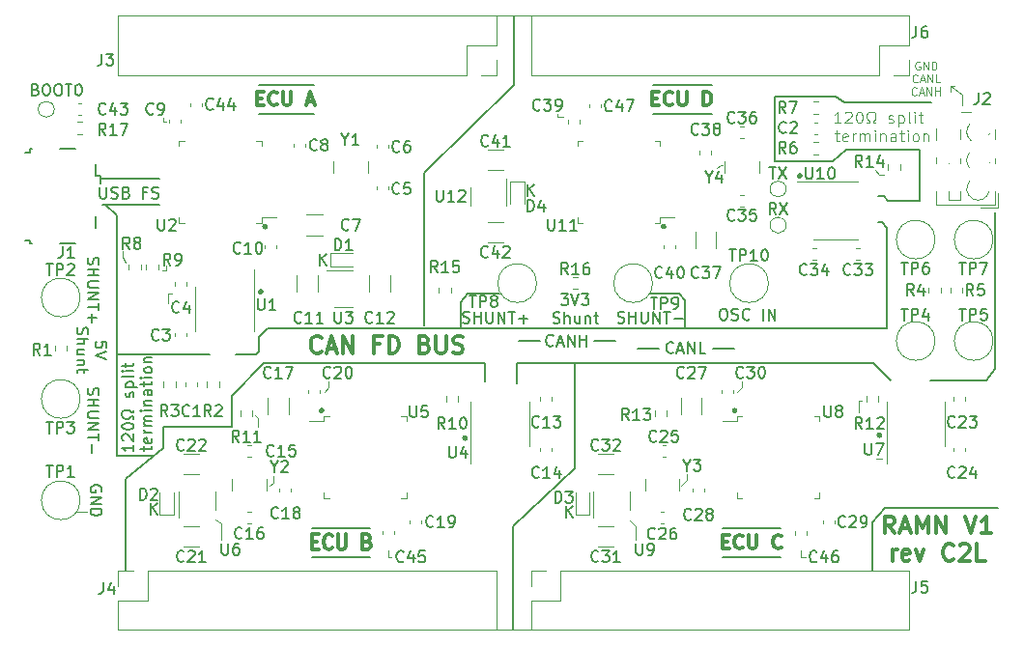
<source format=gbr>
G04 #@! TF.GenerationSoftware,KiCad,Pcbnew,7.0.10*
G04 #@! TF.CreationDate,2024-04-23T17:25:28+09:00*
G04 #@! TF.ProjectId,ramn,72616d6e-2e6b-4696-9361-645f70636258,rev?*
G04 #@! TF.SameCoordinates,Original*
G04 #@! TF.FileFunction,Legend,Top*
G04 #@! TF.FilePolarity,Positive*
%FSLAX46Y46*%
G04 Gerber Fmt 4.6, Leading zero omitted, Abs format (unit mm)*
G04 Created by KiCad (PCBNEW 7.0.10) date 2024-04-23 17:25:28*
%MOMM*%
%LPD*%
G01*
G04 APERTURE LIST*
%ADD10C,0.200000*%
%ADD11C,0.120000*%
%ADD12C,0.500000*%
%ADD13C,0.150000*%
%ADD14C,0.300000*%
%ADD15C,0.125000*%
%ADD16C,0.100000*%
G04 APERTURE END LIST*
D10*
X100888800Y-49276000D02*
X95681800Y-49276000D01*
X101820000Y-88138000D02*
X106900000Y-88138000D01*
X106900000Y-90678000D02*
X101820000Y-90678000D01*
X75692000Y-57023000D02*
X83566000Y-49276000D01*
X83566000Y-49276000D02*
X83566000Y-43307000D01*
X111506000Y-56007000D02*
X112649000Y-54991000D01*
X52832000Y-81153000D02*
X52832000Y-79248000D01*
X88900000Y-73660000D02*
X115062000Y-73660000D01*
X116586000Y-75184000D02*
X115062000Y-73660000D01*
X83947000Y-71755000D02*
X85852000Y-71755000D01*
D11*
X121793000Y-49911000D02*
X121793000Y-49403000D01*
D10*
X48768000Y-60706000D02*
X47752000Y-59817000D01*
X90551000Y-71755000D02*
X92456000Y-71755000D01*
X94361000Y-72390000D02*
X96266000Y-72390000D01*
X100965000Y-72390000D02*
X102870000Y-72390000D01*
X106426000Y-50292000D02*
X106426000Y-56007000D01*
X60960000Y-72898000D02*
X59182000Y-72898000D01*
X125730000Y-74168000D02*
X125730000Y-60452000D01*
X61214000Y-71374000D02*
X61976000Y-70612000D01*
D12*
X96647001Y-61722000D02*
G75*
G03*
X96646999Y-61722000I-1J0D01*
G01*
X96646999Y-61722000D02*
G75*
G03*
X96647001Y-61722000I1J0D01*
G01*
D11*
X98679000Y-83947000D02*
X98552000Y-84074000D01*
X53086000Y-65151000D02*
X53086000Y-65532000D01*
D12*
X108585001Y-57277000D02*
G75*
G03*
X108584999Y-57277000I-1J0D01*
G01*
X108584999Y-57277000D02*
G75*
G03*
X108585001Y-57277000I1J0D01*
G01*
D10*
X120015000Y-75184000D02*
X124968000Y-75184000D01*
D11*
X66929000Y-76200000D02*
X67310000Y-75819000D01*
D10*
X115951000Y-59055000D02*
X115443000Y-59055000D01*
X81026000Y-73660000D02*
X81026000Y-75311000D01*
D11*
X115951000Y-57150000D02*
X115570000Y-57150000D01*
X53086000Y-52527200D02*
X52781200Y-52527200D01*
D10*
X95681800Y-51816000D02*
X100888800Y-51816000D01*
X119126000Y-59436000D02*
X119126000Y-54991000D01*
X52451000Y-57531000D02*
X47371000Y-57531000D01*
D12*
X102870001Y-77851000D02*
G75*
G03*
X102869999Y-77851000I-1J0D01*
G01*
X102869999Y-77851000D02*
G75*
G03*
X102870001Y-77851000I1J0D01*
G01*
D10*
X52451000Y-59817000D02*
X47498000Y-59817000D01*
X114935000Y-87630000D02*
X114935000Y-91821000D01*
D11*
X103505000Y-75819000D02*
X103505000Y-75311000D01*
X94234000Y-89154000D02*
X94234000Y-88011000D01*
D10*
X116205000Y-61849000D02*
X115824000Y-61341000D01*
X82296000Y-67564000D02*
X79502000Y-67564000D01*
D11*
X108700000Y-90700000D02*
X109100000Y-90700000D01*
D10*
X48768000Y-72898000D02*
X56896000Y-72898000D01*
D11*
X115316000Y-82042000D02*
X115824000Y-82042000D01*
D10*
X95504000Y-67564000D02*
X98044000Y-67564000D01*
D11*
X53213000Y-67564000D02*
X53594000Y-67564000D01*
X57912000Y-89154000D02*
X57912000Y-87757000D01*
X62484000Y-83566000D02*
X62484000Y-84201000D01*
D10*
X115951000Y-59055000D02*
X116332000Y-59436000D01*
X61214000Y-72644000D02*
X60960000Y-72898000D01*
D11*
X103124000Y-76200000D02*
X103505000Y-75819000D01*
D10*
X58801000Y-79248000D02*
X52832000Y-79248000D01*
X61187000Y-49276000D02*
X66013000Y-49276000D01*
D11*
X53086000Y-65532000D02*
X52705000Y-65532000D01*
X121793000Y-49403000D02*
X122174000Y-49403000D01*
D10*
X106426000Y-56007000D02*
X111506000Y-56007000D01*
X78867000Y-68326000D02*
X78867000Y-70485000D01*
X83820000Y-73660000D02*
X88900000Y-73660000D01*
X49530000Y-83820000D02*
X52832000Y-81153000D01*
D11*
X72500000Y-90100000D02*
X72500000Y-90700000D01*
D10*
X116078000Y-86360000D02*
X125984000Y-86360000D01*
D11*
X87884000Y-52070000D02*
X87325200Y-52070000D01*
X62484000Y-84201000D02*
X62103000Y-84455000D01*
D10*
X116078000Y-86360000D02*
X114935000Y-87630000D01*
D11*
X94234000Y-88011000D02*
X93726000Y-87503000D01*
X122809000Y-51054000D02*
X122809000Y-50165000D01*
X98679000Y-83439000D02*
X98679000Y-83947000D01*
D10*
X61976000Y-70612000D02*
X116205000Y-70612000D01*
X83439000Y-88011000D02*
X88900000Y-82931000D01*
X98044000Y-67564000D02*
X98552000Y-68199000D01*
X58801000Y-76581000D02*
X58801000Y-79248000D01*
D11*
X101625400Y-56311800D02*
X101828600Y-56311800D01*
X81975000Y-43247000D02*
X85030000Y-43247000D01*
D10*
X75692000Y-70358000D02*
X75692000Y-57023000D01*
X61595000Y-73660000D02*
X58801000Y-76581000D01*
X98552000Y-68199000D02*
X98552000Y-70485000D01*
D12*
X115570001Y-80010000D02*
G75*
G03*
X115569999Y-80010000I-1J0D01*
G01*
X115569999Y-80010000D02*
G75*
G03*
X115570001Y-80010000I1J0D01*
G01*
D10*
X79502000Y-67564000D02*
X78867000Y-68326000D01*
X125730000Y-74168000D02*
X124968000Y-75184000D01*
D12*
X66675001Y-77851000D02*
G75*
G03*
X66674999Y-77851000I-1J0D01*
G01*
X66674999Y-77851000D02*
G75*
G03*
X66675001Y-77851000I1J0D01*
G01*
D10*
X65820000Y-88160000D02*
X70900000Y-88160000D01*
D11*
X45200000Y-86741000D02*
X46101000Y-86741000D01*
D10*
X61214000Y-71374000D02*
X61214000Y-72644000D01*
X83820000Y-75438000D02*
X83820000Y-73660000D01*
X120142000Y-50800000D02*
X112522000Y-50800000D01*
X70900000Y-90700000D02*
X65820000Y-90700000D01*
D11*
X113792000Y-76962000D02*
X113792000Y-77978000D01*
D10*
X83439000Y-97028000D02*
X83439000Y-88011000D01*
D11*
X49276000Y-64389000D02*
X49276000Y-63881000D01*
X108700000Y-90100000D02*
X108700000Y-90700000D01*
X114046000Y-76962000D02*
X113792000Y-76962000D01*
X49276000Y-64389000D02*
X49530000Y-64897000D01*
D10*
X106426000Y-50292000D02*
X111760000Y-50292000D01*
X115824000Y-61341000D02*
X115443000Y-61341000D01*
D11*
X52781200Y-52527200D02*
X52781200Y-52222400D01*
X85030000Y-97088000D02*
X81975000Y-97088000D01*
D10*
X48768000Y-81788000D02*
X48768000Y-60706000D01*
X112649000Y-54991000D02*
X119126000Y-54991000D01*
D12*
X61722001Y-61722000D02*
G75*
G03*
X61721999Y-61722000I-1J0D01*
G01*
X61721999Y-61722000D02*
G75*
G03*
X61722001Y-61722000I1J0D01*
G01*
D11*
X57912000Y-87757000D02*
X57404000Y-87376000D01*
D10*
X49530000Y-91821000D02*
X49530000Y-83820000D01*
D11*
X122809000Y-50165000D02*
X121793000Y-49403000D01*
D10*
X51943000Y-81788000D02*
X48768000Y-81788000D01*
X116205000Y-70612000D02*
X116205000Y-61849000D01*
D12*
X79248001Y-80264000D02*
G75*
G03*
X79247999Y-80264000I-1J0D01*
G01*
X79247999Y-80264000D02*
G75*
G03*
X79248001Y-80264000I1J0D01*
G01*
D11*
X98552000Y-84074000D02*
X98171000Y-84455000D01*
X53213000Y-67564000D02*
X53213000Y-68453000D01*
D10*
X88900000Y-82931000D02*
X88900000Y-73660000D01*
D11*
X60833000Y-78232000D02*
X61087000Y-78486000D01*
X87325200Y-52070000D02*
X87325200Y-51816000D01*
X121793000Y-49403000D02*
X121793000Y-49911000D01*
D10*
X66013000Y-51816000D02*
X61187000Y-51816000D01*
X81026000Y-73660000D02*
X61595000Y-73660000D01*
D11*
X61087000Y-78486000D02*
X61087000Y-79248000D01*
X67310000Y-75819000D02*
X67310000Y-75311000D01*
D10*
X116332000Y-59436000D02*
X119126000Y-59436000D01*
D11*
X72500000Y-90700000D02*
X72800000Y-90700000D01*
D10*
X111760000Y-50292000D02*
X112522000Y-50800000D01*
D11*
X101346000Y-56591200D02*
X101625400Y-56311800D01*
X115570000Y-57150000D02*
X115189000Y-56769000D01*
D12*
X61341001Y-67437000D02*
G75*
G03*
X61340999Y-67437000I-1J0D01*
G01*
X61340999Y-67437000D02*
G75*
G03*
X61341001Y-67437000I1J0D01*
G01*
D13*
X47832180Y-72326523D02*
X47832180Y-71850333D01*
X47832180Y-71850333D02*
X47355990Y-71802714D01*
X47355990Y-71802714D02*
X47403609Y-71850333D01*
X47403609Y-71850333D02*
X47451228Y-71945571D01*
X47451228Y-71945571D02*
X47451228Y-72183666D01*
X47451228Y-72183666D02*
X47403609Y-72278904D01*
X47403609Y-72278904D02*
X47355990Y-72326523D01*
X47355990Y-72326523D02*
X47260752Y-72374142D01*
X47260752Y-72374142D02*
X47022657Y-72374142D01*
X47022657Y-72374142D02*
X46927419Y-72326523D01*
X46927419Y-72326523D02*
X46879800Y-72278904D01*
X46879800Y-72278904D02*
X46832180Y-72183666D01*
X46832180Y-72183666D02*
X46832180Y-71945571D01*
X46832180Y-71945571D02*
X46879800Y-71850333D01*
X46879800Y-71850333D02*
X46927419Y-71802714D01*
X47832180Y-72659857D02*
X46832180Y-72993190D01*
X46832180Y-72993190D02*
X47832180Y-73326523D01*
X45269800Y-70588428D02*
X45222180Y-70731285D01*
X45222180Y-70731285D02*
X45222180Y-70969380D01*
X45222180Y-70969380D02*
X45269800Y-71064618D01*
X45269800Y-71064618D02*
X45317419Y-71112237D01*
X45317419Y-71112237D02*
X45412657Y-71159856D01*
X45412657Y-71159856D02*
X45507895Y-71159856D01*
X45507895Y-71159856D02*
X45603133Y-71112237D01*
X45603133Y-71112237D02*
X45650752Y-71064618D01*
X45650752Y-71064618D02*
X45698371Y-70969380D01*
X45698371Y-70969380D02*
X45745990Y-70778904D01*
X45745990Y-70778904D02*
X45793609Y-70683666D01*
X45793609Y-70683666D02*
X45841228Y-70636047D01*
X45841228Y-70636047D02*
X45936466Y-70588428D01*
X45936466Y-70588428D02*
X46031704Y-70588428D01*
X46031704Y-70588428D02*
X46126942Y-70636047D01*
X46126942Y-70636047D02*
X46174561Y-70683666D01*
X46174561Y-70683666D02*
X46222180Y-70778904D01*
X46222180Y-70778904D02*
X46222180Y-71016999D01*
X46222180Y-71016999D02*
X46174561Y-71159856D01*
X45222180Y-71588428D02*
X46222180Y-71588428D01*
X45222180Y-72016999D02*
X45745990Y-72016999D01*
X45745990Y-72016999D02*
X45841228Y-71969380D01*
X45841228Y-71969380D02*
X45888847Y-71874142D01*
X45888847Y-71874142D02*
X45888847Y-71731285D01*
X45888847Y-71731285D02*
X45841228Y-71636047D01*
X45841228Y-71636047D02*
X45793609Y-71588428D01*
X45888847Y-72921761D02*
X45222180Y-72921761D01*
X45888847Y-72493190D02*
X45365038Y-72493190D01*
X45365038Y-72493190D02*
X45269800Y-72540809D01*
X45269800Y-72540809D02*
X45222180Y-72636047D01*
X45222180Y-72636047D02*
X45222180Y-72778904D01*
X45222180Y-72778904D02*
X45269800Y-72874142D01*
X45269800Y-72874142D02*
X45317419Y-72921761D01*
X45888847Y-73397952D02*
X45222180Y-73397952D01*
X45793609Y-73397952D02*
X45841228Y-73445571D01*
X45841228Y-73445571D02*
X45888847Y-73540809D01*
X45888847Y-73540809D02*
X45888847Y-73683666D01*
X45888847Y-73683666D02*
X45841228Y-73778904D01*
X45841228Y-73778904D02*
X45745990Y-73826523D01*
X45745990Y-73826523D02*
X45222180Y-73826523D01*
X45888847Y-74159857D02*
X45888847Y-74540809D01*
X46222180Y-74302714D02*
X45365038Y-74302714D01*
X45365038Y-74302714D02*
X45269800Y-74350333D01*
X45269800Y-74350333D02*
X45222180Y-74445571D01*
X45222180Y-74445571D02*
X45222180Y-74540809D01*
X86971333Y-72114580D02*
X86923714Y-72162200D01*
X86923714Y-72162200D02*
X86780857Y-72209819D01*
X86780857Y-72209819D02*
X86685619Y-72209819D01*
X86685619Y-72209819D02*
X86542762Y-72162200D01*
X86542762Y-72162200D02*
X86447524Y-72066961D01*
X86447524Y-72066961D02*
X86399905Y-71971723D01*
X86399905Y-71971723D02*
X86352286Y-71781247D01*
X86352286Y-71781247D02*
X86352286Y-71638390D01*
X86352286Y-71638390D02*
X86399905Y-71447914D01*
X86399905Y-71447914D02*
X86447524Y-71352676D01*
X86447524Y-71352676D02*
X86542762Y-71257438D01*
X86542762Y-71257438D02*
X86685619Y-71209819D01*
X86685619Y-71209819D02*
X86780857Y-71209819D01*
X86780857Y-71209819D02*
X86923714Y-71257438D01*
X86923714Y-71257438D02*
X86971333Y-71305057D01*
X87352286Y-71924104D02*
X87828476Y-71924104D01*
X87257048Y-72209819D02*
X87590381Y-71209819D01*
X87590381Y-71209819D02*
X87923714Y-72209819D01*
X88257048Y-72209819D02*
X88257048Y-71209819D01*
X88257048Y-71209819D02*
X88828476Y-72209819D01*
X88828476Y-72209819D02*
X88828476Y-71209819D01*
X89304667Y-72209819D02*
X89304667Y-71209819D01*
X89304667Y-71686009D02*
X89876095Y-71686009D01*
X89876095Y-72209819D02*
X89876095Y-71209819D01*
X97504380Y-72749580D02*
X97456761Y-72797200D01*
X97456761Y-72797200D02*
X97313904Y-72844819D01*
X97313904Y-72844819D02*
X97218666Y-72844819D01*
X97218666Y-72844819D02*
X97075809Y-72797200D01*
X97075809Y-72797200D02*
X96980571Y-72701961D01*
X96980571Y-72701961D02*
X96932952Y-72606723D01*
X96932952Y-72606723D02*
X96885333Y-72416247D01*
X96885333Y-72416247D02*
X96885333Y-72273390D01*
X96885333Y-72273390D02*
X96932952Y-72082914D01*
X96932952Y-72082914D02*
X96980571Y-71987676D01*
X96980571Y-71987676D02*
X97075809Y-71892438D01*
X97075809Y-71892438D02*
X97218666Y-71844819D01*
X97218666Y-71844819D02*
X97313904Y-71844819D01*
X97313904Y-71844819D02*
X97456761Y-71892438D01*
X97456761Y-71892438D02*
X97504380Y-71940057D01*
X97885333Y-72559104D02*
X98361523Y-72559104D01*
X97790095Y-72844819D02*
X98123428Y-71844819D01*
X98123428Y-71844819D02*
X98456761Y-72844819D01*
X98790095Y-72844819D02*
X98790095Y-71844819D01*
X98790095Y-71844819D02*
X99361523Y-72844819D01*
X99361523Y-72844819D02*
X99361523Y-71844819D01*
X100313904Y-72844819D02*
X99837714Y-72844819D01*
X99837714Y-72844819D02*
X99837714Y-71844819D01*
D14*
X61015857Y-50456971D02*
X61415857Y-50456971D01*
X61587285Y-51085542D02*
X61015857Y-51085542D01*
X61015857Y-51085542D02*
X61015857Y-49885542D01*
X61015857Y-49885542D02*
X61587285Y-49885542D01*
X62787285Y-50971257D02*
X62730142Y-51028400D01*
X62730142Y-51028400D02*
X62558714Y-51085542D01*
X62558714Y-51085542D02*
X62444428Y-51085542D01*
X62444428Y-51085542D02*
X62272999Y-51028400D01*
X62272999Y-51028400D02*
X62158714Y-50914114D01*
X62158714Y-50914114D02*
X62101571Y-50799828D01*
X62101571Y-50799828D02*
X62044428Y-50571257D01*
X62044428Y-50571257D02*
X62044428Y-50399828D01*
X62044428Y-50399828D02*
X62101571Y-50171257D01*
X62101571Y-50171257D02*
X62158714Y-50056971D01*
X62158714Y-50056971D02*
X62272999Y-49942685D01*
X62272999Y-49942685D02*
X62444428Y-49885542D01*
X62444428Y-49885542D02*
X62558714Y-49885542D01*
X62558714Y-49885542D02*
X62730142Y-49942685D01*
X62730142Y-49942685D02*
X62787285Y-49999828D01*
X63301571Y-49885542D02*
X63301571Y-50856971D01*
X63301571Y-50856971D02*
X63358714Y-50971257D01*
X63358714Y-50971257D02*
X63415857Y-51028400D01*
X63415857Y-51028400D02*
X63530142Y-51085542D01*
X63530142Y-51085542D02*
X63758714Y-51085542D01*
X63758714Y-51085542D02*
X63872999Y-51028400D01*
X63872999Y-51028400D02*
X63930142Y-50971257D01*
X63930142Y-50971257D02*
X63987285Y-50856971D01*
X63987285Y-50856971D02*
X63987285Y-49885542D01*
X65415857Y-50742685D02*
X65987286Y-50742685D01*
X65301571Y-51085542D02*
X65701571Y-49885542D01*
X65701571Y-49885542D02*
X66101571Y-51085542D01*
D15*
X112181142Y-52635519D02*
X111609714Y-52635519D01*
X111895428Y-52635519D02*
X111895428Y-51635519D01*
X111895428Y-51635519D02*
X111800190Y-51778376D01*
X111800190Y-51778376D02*
X111704952Y-51873614D01*
X111704952Y-51873614D02*
X111609714Y-51921233D01*
X112562095Y-51730757D02*
X112609714Y-51683138D01*
X112609714Y-51683138D02*
X112704952Y-51635519D01*
X112704952Y-51635519D02*
X112943047Y-51635519D01*
X112943047Y-51635519D02*
X113038285Y-51683138D01*
X113038285Y-51683138D02*
X113085904Y-51730757D01*
X113085904Y-51730757D02*
X113133523Y-51825995D01*
X113133523Y-51825995D02*
X113133523Y-51921233D01*
X113133523Y-51921233D02*
X113085904Y-52064090D01*
X113085904Y-52064090D02*
X112514476Y-52635519D01*
X112514476Y-52635519D02*
X113133523Y-52635519D01*
X113752571Y-51635519D02*
X113847809Y-51635519D01*
X113847809Y-51635519D02*
X113943047Y-51683138D01*
X113943047Y-51683138D02*
X113990666Y-51730757D01*
X113990666Y-51730757D02*
X114038285Y-51825995D01*
X114038285Y-51825995D02*
X114085904Y-52016471D01*
X114085904Y-52016471D02*
X114085904Y-52254566D01*
X114085904Y-52254566D02*
X114038285Y-52445042D01*
X114038285Y-52445042D02*
X113990666Y-52540280D01*
X113990666Y-52540280D02*
X113943047Y-52587900D01*
X113943047Y-52587900D02*
X113847809Y-52635519D01*
X113847809Y-52635519D02*
X113752571Y-52635519D01*
X113752571Y-52635519D02*
X113657333Y-52587900D01*
X113657333Y-52587900D02*
X113609714Y-52540280D01*
X113609714Y-52540280D02*
X113562095Y-52445042D01*
X113562095Y-52445042D02*
X113514476Y-52254566D01*
X113514476Y-52254566D02*
X113514476Y-52016471D01*
X113514476Y-52016471D02*
X113562095Y-51825995D01*
X113562095Y-51825995D02*
X113609714Y-51730757D01*
X113609714Y-51730757D02*
X113657333Y-51683138D01*
X113657333Y-51683138D02*
X113752571Y-51635519D01*
X114466857Y-52635519D02*
X114704952Y-52635519D01*
X114704952Y-52635519D02*
X114704952Y-52445042D01*
X114704952Y-52445042D02*
X114609714Y-52397423D01*
X114609714Y-52397423D02*
X114514476Y-52302185D01*
X114514476Y-52302185D02*
X114466857Y-52159328D01*
X114466857Y-52159328D02*
X114466857Y-51921233D01*
X114466857Y-51921233D02*
X114514476Y-51778376D01*
X114514476Y-51778376D02*
X114609714Y-51683138D01*
X114609714Y-51683138D02*
X114752571Y-51635519D01*
X114752571Y-51635519D02*
X114943047Y-51635519D01*
X114943047Y-51635519D02*
X115085904Y-51683138D01*
X115085904Y-51683138D02*
X115181142Y-51778376D01*
X115181142Y-51778376D02*
X115228761Y-51921233D01*
X115228761Y-51921233D02*
X115228761Y-52159328D01*
X115228761Y-52159328D02*
X115181142Y-52302185D01*
X115181142Y-52302185D02*
X115085904Y-52397423D01*
X115085904Y-52397423D02*
X114990666Y-52445042D01*
X114990666Y-52445042D02*
X114990666Y-52635519D01*
X114990666Y-52635519D02*
X115228761Y-52635519D01*
X116371619Y-52587900D02*
X116466857Y-52635519D01*
X116466857Y-52635519D02*
X116657333Y-52635519D01*
X116657333Y-52635519D02*
X116752571Y-52587900D01*
X116752571Y-52587900D02*
X116800190Y-52492661D01*
X116800190Y-52492661D02*
X116800190Y-52445042D01*
X116800190Y-52445042D02*
X116752571Y-52349804D01*
X116752571Y-52349804D02*
X116657333Y-52302185D01*
X116657333Y-52302185D02*
X116514476Y-52302185D01*
X116514476Y-52302185D02*
X116419238Y-52254566D01*
X116419238Y-52254566D02*
X116371619Y-52159328D01*
X116371619Y-52159328D02*
X116371619Y-52111709D01*
X116371619Y-52111709D02*
X116419238Y-52016471D01*
X116419238Y-52016471D02*
X116514476Y-51968852D01*
X116514476Y-51968852D02*
X116657333Y-51968852D01*
X116657333Y-51968852D02*
X116752571Y-52016471D01*
X117228762Y-51968852D02*
X117228762Y-52968852D01*
X117228762Y-52016471D02*
X117324000Y-51968852D01*
X117324000Y-51968852D02*
X117514476Y-51968852D01*
X117514476Y-51968852D02*
X117609714Y-52016471D01*
X117609714Y-52016471D02*
X117657333Y-52064090D01*
X117657333Y-52064090D02*
X117704952Y-52159328D01*
X117704952Y-52159328D02*
X117704952Y-52445042D01*
X117704952Y-52445042D02*
X117657333Y-52540280D01*
X117657333Y-52540280D02*
X117609714Y-52587900D01*
X117609714Y-52587900D02*
X117514476Y-52635519D01*
X117514476Y-52635519D02*
X117324000Y-52635519D01*
X117324000Y-52635519D02*
X117228762Y-52587900D01*
X118276381Y-52635519D02*
X118181143Y-52587900D01*
X118181143Y-52587900D02*
X118133524Y-52492661D01*
X118133524Y-52492661D02*
X118133524Y-51635519D01*
X118657334Y-52635519D02*
X118657334Y-51968852D01*
X118657334Y-51635519D02*
X118609715Y-51683138D01*
X118609715Y-51683138D02*
X118657334Y-51730757D01*
X118657334Y-51730757D02*
X118704953Y-51683138D01*
X118704953Y-51683138D02*
X118657334Y-51635519D01*
X118657334Y-51635519D02*
X118657334Y-51730757D01*
X118990667Y-51968852D02*
X119371619Y-51968852D01*
X119133524Y-51635519D02*
X119133524Y-52492661D01*
X119133524Y-52492661D02*
X119181143Y-52587900D01*
X119181143Y-52587900D02*
X119276381Y-52635519D01*
X119276381Y-52635519D02*
X119371619Y-52635519D01*
X111657333Y-53578852D02*
X112038285Y-53578852D01*
X111800190Y-53245519D02*
X111800190Y-54102661D01*
X111800190Y-54102661D02*
X111847809Y-54197900D01*
X111847809Y-54197900D02*
X111943047Y-54245519D01*
X111943047Y-54245519D02*
X112038285Y-54245519D01*
X112752571Y-54197900D02*
X112657333Y-54245519D01*
X112657333Y-54245519D02*
X112466857Y-54245519D01*
X112466857Y-54245519D02*
X112371619Y-54197900D01*
X112371619Y-54197900D02*
X112324000Y-54102661D01*
X112324000Y-54102661D02*
X112324000Y-53721709D01*
X112324000Y-53721709D02*
X112371619Y-53626471D01*
X112371619Y-53626471D02*
X112466857Y-53578852D01*
X112466857Y-53578852D02*
X112657333Y-53578852D01*
X112657333Y-53578852D02*
X112752571Y-53626471D01*
X112752571Y-53626471D02*
X112800190Y-53721709D01*
X112800190Y-53721709D02*
X112800190Y-53816947D01*
X112800190Y-53816947D02*
X112324000Y-53912185D01*
X113228762Y-54245519D02*
X113228762Y-53578852D01*
X113228762Y-53769328D02*
X113276381Y-53674090D01*
X113276381Y-53674090D02*
X113324000Y-53626471D01*
X113324000Y-53626471D02*
X113419238Y-53578852D01*
X113419238Y-53578852D02*
X113514476Y-53578852D01*
X113847810Y-54245519D02*
X113847810Y-53578852D01*
X113847810Y-53674090D02*
X113895429Y-53626471D01*
X113895429Y-53626471D02*
X113990667Y-53578852D01*
X113990667Y-53578852D02*
X114133524Y-53578852D01*
X114133524Y-53578852D02*
X114228762Y-53626471D01*
X114228762Y-53626471D02*
X114276381Y-53721709D01*
X114276381Y-53721709D02*
X114276381Y-54245519D01*
X114276381Y-53721709D02*
X114324000Y-53626471D01*
X114324000Y-53626471D02*
X114419238Y-53578852D01*
X114419238Y-53578852D02*
X114562095Y-53578852D01*
X114562095Y-53578852D02*
X114657334Y-53626471D01*
X114657334Y-53626471D02*
X114704953Y-53721709D01*
X114704953Y-53721709D02*
X114704953Y-54245519D01*
X115181143Y-54245519D02*
X115181143Y-53578852D01*
X115181143Y-53245519D02*
X115133524Y-53293138D01*
X115133524Y-53293138D02*
X115181143Y-53340757D01*
X115181143Y-53340757D02*
X115228762Y-53293138D01*
X115228762Y-53293138D02*
X115181143Y-53245519D01*
X115181143Y-53245519D02*
X115181143Y-53340757D01*
X115657333Y-53578852D02*
X115657333Y-54245519D01*
X115657333Y-53674090D02*
X115704952Y-53626471D01*
X115704952Y-53626471D02*
X115800190Y-53578852D01*
X115800190Y-53578852D02*
X115943047Y-53578852D01*
X115943047Y-53578852D02*
X116038285Y-53626471D01*
X116038285Y-53626471D02*
X116085904Y-53721709D01*
X116085904Y-53721709D02*
X116085904Y-54245519D01*
X116990666Y-54245519D02*
X116990666Y-53721709D01*
X116990666Y-53721709D02*
X116943047Y-53626471D01*
X116943047Y-53626471D02*
X116847809Y-53578852D01*
X116847809Y-53578852D02*
X116657333Y-53578852D01*
X116657333Y-53578852D02*
X116562095Y-53626471D01*
X116990666Y-54197900D02*
X116895428Y-54245519D01*
X116895428Y-54245519D02*
X116657333Y-54245519D01*
X116657333Y-54245519D02*
X116562095Y-54197900D01*
X116562095Y-54197900D02*
X116514476Y-54102661D01*
X116514476Y-54102661D02*
X116514476Y-54007423D01*
X116514476Y-54007423D02*
X116562095Y-53912185D01*
X116562095Y-53912185D02*
X116657333Y-53864566D01*
X116657333Y-53864566D02*
X116895428Y-53864566D01*
X116895428Y-53864566D02*
X116990666Y-53816947D01*
X117324000Y-53578852D02*
X117704952Y-53578852D01*
X117466857Y-53245519D02*
X117466857Y-54102661D01*
X117466857Y-54102661D02*
X117514476Y-54197900D01*
X117514476Y-54197900D02*
X117609714Y-54245519D01*
X117609714Y-54245519D02*
X117704952Y-54245519D01*
X118038286Y-54245519D02*
X118038286Y-53578852D01*
X118038286Y-53245519D02*
X117990667Y-53293138D01*
X117990667Y-53293138D02*
X118038286Y-53340757D01*
X118038286Y-53340757D02*
X118085905Y-53293138D01*
X118085905Y-53293138D02*
X118038286Y-53245519D01*
X118038286Y-53245519D02*
X118038286Y-53340757D01*
X118657333Y-54245519D02*
X118562095Y-54197900D01*
X118562095Y-54197900D02*
X118514476Y-54150280D01*
X118514476Y-54150280D02*
X118466857Y-54055042D01*
X118466857Y-54055042D02*
X118466857Y-53769328D01*
X118466857Y-53769328D02*
X118514476Y-53674090D01*
X118514476Y-53674090D02*
X118562095Y-53626471D01*
X118562095Y-53626471D02*
X118657333Y-53578852D01*
X118657333Y-53578852D02*
X118800190Y-53578852D01*
X118800190Y-53578852D02*
X118895428Y-53626471D01*
X118895428Y-53626471D02*
X118943047Y-53674090D01*
X118943047Y-53674090D02*
X118990666Y-53769328D01*
X118990666Y-53769328D02*
X118990666Y-54055042D01*
X118990666Y-54055042D02*
X118943047Y-54150280D01*
X118943047Y-54150280D02*
X118895428Y-54197900D01*
X118895428Y-54197900D02*
X118800190Y-54245519D01*
X118800190Y-54245519D02*
X118657333Y-54245519D01*
X119419238Y-53578852D02*
X119419238Y-54245519D01*
X119419238Y-53674090D02*
X119466857Y-53626471D01*
X119466857Y-53626471D02*
X119562095Y-53578852D01*
X119562095Y-53578852D02*
X119704952Y-53578852D01*
X119704952Y-53578852D02*
X119800190Y-53626471D01*
X119800190Y-53626471D02*
X119847809Y-53721709D01*
X119847809Y-53721709D02*
X119847809Y-54245519D01*
D13*
X66538095Y-65097819D02*
X66538095Y-64097819D01*
X67109523Y-65097819D02*
X66680952Y-64526390D01*
X67109523Y-64097819D02*
X66538095Y-64669247D01*
X84701095Y-59001819D02*
X84701095Y-58001819D01*
X85272523Y-59001819D02*
X84843952Y-58430390D01*
X85272523Y-58001819D02*
X84701095Y-58573247D01*
D15*
X119100667Y-47291666D02*
X119034000Y-47258333D01*
X119034000Y-47258333D02*
X118934000Y-47258333D01*
X118934000Y-47258333D02*
X118834000Y-47291666D01*
X118834000Y-47291666D02*
X118767334Y-47358333D01*
X118767334Y-47358333D02*
X118734000Y-47425000D01*
X118734000Y-47425000D02*
X118700667Y-47558333D01*
X118700667Y-47558333D02*
X118700667Y-47658333D01*
X118700667Y-47658333D02*
X118734000Y-47791666D01*
X118734000Y-47791666D02*
X118767334Y-47858333D01*
X118767334Y-47858333D02*
X118834000Y-47925000D01*
X118834000Y-47925000D02*
X118934000Y-47958333D01*
X118934000Y-47958333D02*
X119000667Y-47958333D01*
X119000667Y-47958333D02*
X119100667Y-47925000D01*
X119100667Y-47925000D02*
X119134000Y-47891666D01*
X119134000Y-47891666D02*
X119134000Y-47658333D01*
X119134000Y-47658333D02*
X119000667Y-47658333D01*
X119434000Y-47958333D02*
X119434000Y-47258333D01*
X119434000Y-47258333D02*
X119834000Y-47958333D01*
X119834000Y-47958333D02*
X119834000Y-47258333D01*
X120167333Y-47958333D02*
X120167333Y-47258333D01*
X120167333Y-47258333D02*
X120334000Y-47258333D01*
X120334000Y-47258333D02*
X120434000Y-47291666D01*
X120434000Y-47291666D02*
X120500667Y-47358333D01*
X120500667Y-47358333D02*
X120534000Y-47425000D01*
X120534000Y-47425000D02*
X120567333Y-47558333D01*
X120567333Y-47558333D02*
X120567333Y-47658333D01*
X120567333Y-47658333D02*
X120534000Y-47791666D01*
X120534000Y-47791666D02*
X120500667Y-47858333D01*
X120500667Y-47858333D02*
X120434000Y-47925000D01*
X120434000Y-47925000D02*
X120334000Y-47958333D01*
X120334000Y-47958333D02*
X120167333Y-47958333D01*
X118900666Y-49018666D02*
X118867333Y-49052000D01*
X118867333Y-49052000D02*
X118767333Y-49085333D01*
X118767333Y-49085333D02*
X118700666Y-49085333D01*
X118700666Y-49085333D02*
X118600666Y-49052000D01*
X118600666Y-49052000D02*
X118534000Y-48985333D01*
X118534000Y-48985333D02*
X118500666Y-48918666D01*
X118500666Y-48918666D02*
X118467333Y-48785333D01*
X118467333Y-48785333D02*
X118467333Y-48685333D01*
X118467333Y-48685333D02*
X118500666Y-48552000D01*
X118500666Y-48552000D02*
X118534000Y-48485333D01*
X118534000Y-48485333D02*
X118600666Y-48418666D01*
X118600666Y-48418666D02*
X118700666Y-48385333D01*
X118700666Y-48385333D02*
X118767333Y-48385333D01*
X118767333Y-48385333D02*
X118867333Y-48418666D01*
X118867333Y-48418666D02*
X118900666Y-48452000D01*
X119167333Y-48885333D02*
X119500666Y-48885333D01*
X119100666Y-49085333D02*
X119334000Y-48385333D01*
X119334000Y-48385333D02*
X119567333Y-49085333D01*
X119800666Y-49085333D02*
X119800666Y-48385333D01*
X119800666Y-48385333D02*
X120200666Y-49085333D01*
X120200666Y-49085333D02*
X120200666Y-48385333D01*
X120867333Y-49085333D02*
X120533999Y-49085333D01*
X120533999Y-49085333D02*
X120533999Y-48385333D01*
X118817333Y-50145666D02*
X118784000Y-50179000D01*
X118784000Y-50179000D02*
X118684000Y-50212333D01*
X118684000Y-50212333D02*
X118617333Y-50212333D01*
X118617333Y-50212333D02*
X118517333Y-50179000D01*
X118517333Y-50179000D02*
X118450667Y-50112333D01*
X118450667Y-50112333D02*
X118417333Y-50045666D01*
X118417333Y-50045666D02*
X118384000Y-49912333D01*
X118384000Y-49912333D02*
X118384000Y-49812333D01*
X118384000Y-49812333D02*
X118417333Y-49679000D01*
X118417333Y-49679000D02*
X118450667Y-49612333D01*
X118450667Y-49612333D02*
X118517333Y-49545666D01*
X118517333Y-49545666D02*
X118617333Y-49512333D01*
X118617333Y-49512333D02*
X118684000Y-49512333D01*
X118684000Y-49512333D02*
X118784000Y-49545666D01*
X118784000Y-49545666D02*
X118817333Y-49579000D01*
X119084000Y-50012333D02*
X119417333Y-50012333D01*
X119017333Y-50212333D02*
X119250667Y-49512333D01*
X119250667Y-49512333D02*
X119484000Y-50212333D01*
X119717333Y-50212333D02*
X119717333Y-49512333D01*
X119717333Y-49512333D02*
X120117333Y-50212333D01*
X120117333Y-50212333D02*
X120117333Y-49512333D01*
X120450666Y-50212333D02*
X120450666Y-49512333D01*
X120450666Y-49845666D02*
X120850666Y-49845666D01*
X120850666Y-50212333D02*
X120850666Y-49512333D01*
D13*
X51681095Y-86941819D02*
X51681095Y-85941819D01*
X52252523Y-86941819D02*
X51823952Y-86370390D01*
X52252523Y-85941819D02*
X51681095Y-86513247D01*
D14*
X101817143Y-89318971D02*
X102217143Y-89318971D01*
X102388571Y-89947542D02*
X101817143Y-89947542D01*
X101817143Y-89947542D02*
X101817143Y-88747542D01*
X101817143Y-88747542D02*
X102388571Y-88747542D01*
X103588571Y-89833257D02*
X103531428Y-89890400D01*
X103531428Y-89890400D02*
X103360000Y-89947542D01*
X103360000Y-89947542D02*
X103245714Y-89947542D01*
X103245714Y-89947542D02*
X103074285Y-89890400D01*
X103074285Y-89890400D02*
X102960000Y-89776114D01*
X102960000Y-89776114D02*
X102902857Y-89661828D01*
X102902857Y-89661828D02*
X102845714Y-89433257D01*
X102845714Y-89433257D02*
X102845714Y-89261828D01*
X102845714Y-89261828D02*
X102902857Y-89033257D01*
X102902857Y-89033257D02*
X102960000Y-88918971D01*
X102960000Y-88918971D02*
X103074285Y-88804685D01*
X103074285Y-88804685D02*
X103245714Y-88747542D01*
X103245714Y-88747542D02*
X103360000Y-88747542D01*
X103360000Y-88747542D02*
X103531428Y-88804685D01*
X103531428Y-88804685D02*
X103588571Y-88861828D01*
X104102857Y-88747542D02*
X104102857Y-89718971D01*
X104102857Y-89718971D02*
X104160000Y-89833257D01*
X104160000Y-89833257D02*
X104217143Y-89890400D01*
X104217143Y-89890400D02*
X104331428Y-89947542D01*
X104331428Y-89947542D02*
X104560000Y-89947542D01*
X104560000Y-89947542D02*
X104674285Y-89890400D01*
X104674285Y-89890400D02*
X104731428Y-89833257D01*
X104731428Y-89833257D02*
X104788571Y-89718971D01*
X104788571Y-89718971D02*
X104788571Y-88747542D01*
X106960000Y-89833257D02*
X106902857Y-89890400D01*
X106902857Y-89890400D02*
X106731429Y-89947542D01*
X106731429Y-89947542D02*
X106617143Y-89947542D01*
X106617143Y-89947542D02*
X106445714Y-89890400D01*
X106445714Y-89890400D02*
X106331429Y-89776114D01*
X106331429Y-89776114D02*
X106274286Y-89661828D01*
X106274286Y-89661828D02*
X106217143Y-89433257D01*
X106217143Y-89433257D02*
X106217143Y-89261828D01*
X106217143Y-89261828D02*
X106274286Y-89033257D01*
X106274286Y-89033257D02*
X106331429Y-88918971D01*
X106331429Y-88918971D02*
X106445714Y-88804685D01*
X106445714Y-88804685D02*
X106617143Y-88747542D01*
X106617143Y-88747542D02*
X106731429Y-88747542D01*
X106731429Y-88747542D02*
X106902857Y-88804685D01*
X106902857Y-88804685D02*
X106960000Y-88861828D01*
X116900000Y-88624828D02*
X116400000Y-87910542D01*
X116042857Y-88624828D02*
X116042857Y-87124828D01*
X116042857Y-87124828D02*
X116614286Y-87124828D01*
X116614286Y-87124828D02*
X116757143Y-87196257D01*
X116757143Y-87196257D02*
X116828572Y-87267685D01*
X116828572Y-87267685D02*
X116900000Y-87410542D01*
X116900000Y-87410542D02*
X116900000Y-87624828D01*
X116900000Y-87624828D02*
X116828572Y-87767685D01*
X116828572Y-87767685D02*
X116757143Y-87839114D01*
X116757143Y-87839114D02*
X116614286Y-87910542D01*
X116614286Y-87910542D02*
X116042857Y-87910542D01*
X117471429Y-88196257D02*
X118185715Y-88196257D01*
X117328572Y-88624828D02*
X117828572Y-87124828D01*
X117828572Y-87124828D02*
X118328572Y-88624828D01*
X118828571Y-88624828D02*
X118828571Y-87124828D01*
X118828571Y-87124828D02*
X119328571Y-88196257D01*
X119328571Y-88196257D02*
X119828571Y-87124828D01*
X119828571Y-87124828D02*
X119828571Y-88624828D01*
X120542857Y-88624828D02*
X120542857Y-87124828D01*
X120542857Y-87124828D02*
X121400000Y-88624828D01*
X121400000Y-88624828D02*
X121400000Y-87124828D01*
X123042858Y-87124828D02*
X123542858Y-88624828D01*
X123542858Y-88624828D02*
X124042858Y-87124828D01*
X125328572Y-88624828D02*
X124471429Y-88624828D01*
X124900000Y-88624828D02*
X124900000Y-87124828D01*
X124900000Y-87124828D02*
X124757143Y-87339114D01*
X124757143Y-87339114D02*
X124614286Y-87481971D01*
X124614286Y-87481971D02*
X124471429Y-87553400D01*
X116685714Y-91039828D02*
X116685714Y-90039828D01*
X116685714Y-90325542D02*
X116757143Y-90182685D01*
X116757143Y-90182685D02*
X116828572Y-90111257D01*
X116828572Y-90111257D02*
X116971429Y-90039828D01*
X116971429Y-90039828D02*
X117114286Y-90039828D01*
X118185714Y-90968400D02*
X118042857Y-91039828D01*
X118042857Y-91039828D02*
X117757143Y-91039828D01*
X117757143Y-91039828D02*
X117614285Y-90968400D01*
X117614285Y-90968400D02*
X117542857Y-90825542D01*
X117542857Y-90825542D02*
X117542857Y-90254114D01*
X117542857Y-90254114D02*
X117614285Y-90111257D01*
X117614285Y-90111257D02*
X117757143Y-90039828D01*
X117757143Y-90039828D02*
X118042857Y-90039828D01*
X118042857Y-90039828D02*
X118185714Y-90111257D01*
X118185714Y-90111257D02*
X118257143Y-90254114D01*
X118257143Y-90254114D02*
X118257143Y-90396971D01*
X118257143Y-90396971D02*
X117542857Y-90539828D01*
X118757142Y-90039828D02*
X119114285Y-91039828D01*
X119114285Y-91039828D02*
X119471428Y-90039828D01*
X122042856Y-90896971D02*
X121971428Y-90968400D01*
X121971428Y-90968400D02*
X121757142Y-91039828D01*
X121757142Y-91039828D02*
X121614285Y-91039828D01*
X121614285Y-91039828D02*
X121399999Y-90968400D01*
X121399999Y-90968400D02*
X121257142Y-90825542D01*
X121257142Y-90825542D02*
X121185713Y-90682685D01*
X121185713Y-90682685D02*
X121114285Y-90396971D01*
X121114285Y-90396971D02*
X121114285Y-90182685D01*
X121114285Y-90182685D02*
X121185713Y-89896971D01*
X121185713Y-89896971D02*
X121257142Y-89754114D01*
X121257142Y-89754114D02*
X121399999Y-89611257D01*
X121399999Y-89611257D02*
X121614285Y-89539828D01*
X121614285Y-89539828D02*
X121757142Y-89539828D01*
X121757142Y-89539828D02*
X121971428Y-89611257D01*
X121971428Y-89611257D02*
X122042856Y-89682685D01*
X122614285Y-89682685D02*
X122685713Y-89611257D01*
X122685713Y-89611257D02*
X122828571Y-89539828D01*
X122828571Y-89539828D02*
X123185713Y-89539828D01*
X123185713Y-89539828D02*
X123328571Y-89611257D01*
X123328571Y-89611257D02*
X123399999Y-89682685D01*
X123399999Y-89682685D02*
X123471428Y-89825542D01*
X123471428Y-89825542D02*
X123471428Y-89968400D01*
X123471428Y-89968400D02*
X123399999Y-90182685D01*
X123399999Y-90182685D02*
X122542856Y-91039828D01*
X122542856Y-91039828D02*
X123471428Y-91039828D01*
X124828570Y-91039828D02*
X124114284Y-91039828D01*
X124114284Y-91039828D02*
X124114284Y-89539828D01*
D13*
X50195819Y-80858857D02*
X50195819Y-81430285D01*
X50195819Y-81144571D02*
X49195819Y-81144571D01*
X49195819Y-81144571D02*
X49338676Y-81239809D01*
X49338676Y-81239809D02*
X49433914Y-81335047D01*
X49433914Y-81335047D02*
X49481533Y-81430285D01*
X49291057Y-80477904D02*
X49243438Y-80430285D01*
X49243438Y-80430285D02*
X49195819Y-80335047D01*
X49195819Y-80335047D02*
X49195819Y-80096952D01*
X49195819Y-80096952D02*
X49243438Y-80001714D01*
X49243438Y-80001714D02*
X49291057Y-79954095D01*
X49291057Y-79954095D02*
X49386295Y-79906476D01*
X49386295Y-79906476D02*
X49481533Y-79906476D01*
X49481533Y-79906476D02*
X49624390Y-79954095D01*
X49624390Y-79954095D02*
X50195819Y-80525523D01*
X50195819Y-80525523D02*
X50195819Y-79906476D01*
X49195819Y-79287428D02*
X49195819Y-79192190D01*
X49195819Y-79192190D02*
X49243438Y-79096952D01*
X49243438Y-79096952D02*
X49291057Y-79049333D01*
X49291057Y-79049333D02*
X49386295Y-79001714D01*
X49386295Y-79001714D02*
X49576771Y-78954095D01*
X49576771Y-78954095D02*
X49814866Y-78954095D01*
X49814866Y-78954095D02*
X50005342Y-79001714D01*
X50005342Y-79001714D02*
X50100580Y-79049333D01*
X50100580Y-79049333D02*
X50148200Y-79096952D01*
X50148200Y-79096952D02*
X50195819Y-79192190D01*
X50195819Y-79192190D02*
X50195819Y-79287428D01*
X50195819Y-79287428D02*
X50148200Y-79382666D01*
X50148200Y-79382666D02*
X50100580Y-79430285D01*
X50100580Y-79430285D02*
X50005342Y-79477904D01*
X50005342Y-79477904D02*
X49814866Y-79525523D01*
X49814866Y-79525523D02*
X49576771Y-79525523D01*
X49576771Y-79525523D02*
X49386295Y-79477904D01*
X49386295Y-79477904D02*
X49291057Y-79430285D01*
X49291057Y-79430285D02*
X49243438Y-79382666D01*
X49243438Y-79382666D02*
X49195819Y-79287428D01*
X50195819Y-78573142D02*
X50195819Y-78335047D01*
X50195819Y-78335047D02*
X50005342Y-78335047D01*
X50005342Y-78335047D02*
X49957723Y-78430285D01*
X49957723Y-78430285D02*
X49862485Y-78525523D01*
X49862485Y-78525523D02*
X49719628Y-78573142D01*
X49719628Y-78573142D02*
X49481533Y-78573142D01*
X49481533Y-78573142D02*
X49338676Y-78525523D01*
X49338676Y-78525523D02*
X49243438Y-78430285D01*
X49243438Y-78430285D02*
X49195819Y-78287428D01*
X49195819Y-78287428D02*
X49195819Y-78096952D01*
X49195819Y-78096952D02*
X49243438Y-77954095D01*
X49243438Y-77954095D02*
X49338676Y-77858857D01*
X49338676Y-77858857D02*
X49481533Y-77811238D01*
X49481533Y-77811238D02*
X49719628Y-77811238D01*
X49719628Y-77811238D02*
X49862485Y-77858857D01*
X49862485Y-77858857D02*
X49957723Y-77954095D01*
X49957723Y-77954095D02*
X50005342Y-78049333D01*
X50005342Y-78049333D02*
X50195819Y-78049333D01*
X50195819Y-78049333D02*
X50195819Y-77811238D01*
X50148200Y-76668380D02*
X50195819Y-76573142D01*
X50195819Y-76573142D02*
X50195819Y-76382666D01*
X50195819Y-76382666D02*
X50148200Y-76287428D01*
X50148200Y-76287428D02*
X50052961Y-76239809D01*
X50052961Y-76239809D02*
X50005342Y-76239809D01*
X50005342Y-76239809D02*
X49910104Y-76287428D01*
X49910104Y-76287428D02*
X49862485Y-76382666D01*
X49862485Y-76382666D02*
X49862485Y-76525523D01*
X49862485Y-76525523D02*
X49814866Y-76620761D01*
X49814866Y-76620761D02*
X49719628Y-76668380D01*
X49719628Y-76668380D02*
X49672009Y-76668380D01*
X49672009Y-76668380D02*
X49576771Y-76620761D01*
X49576771Y-76620761D02*
X49529152Y-76525523D01*
X49529152Y-76525523D02*
X49529152Y-76382666D01*
X49529152Y-76382666D02*
X49576771Y-76287428D01*
X49529152Y-75811237D02*
X50529152Y-75811237D01*
X49576771Y-75811237D02*
X49529152Y-75715999D01*
X49529152Y-75715999D02*
X49529152Y-75525523D01*
X49529152Y-75525523D02*
X49576771Y-75430285D01*
X49576771Y-75430285D02*
X49624390Y-75382666D01*
X49624390Y-75382666D02*
X49719628Y-75335047D01*
X49719628Y-75335047D02*
X50005342Y-75335047D01*
X50005342Y-75335047D02*
X50100580Y-75382666D01*
X50100580Y-75382666D02*
X50148200Y-75430285D01*
X50148200Y-75430285D02*
X50195819Y-75525523D01*
X50195819Y-75525523D02*
X50195819Y-75715999D01*
X50195819Y-75715999D02*
X50148200Y-75811237D01*
X50195819Y-74763618D02*
X50148200Y-74858856D01*
X50148200Y-74858856D02*
X50052961Y-74906475D01*
X50052961Y-74906475D02*
X49195819Y-74906475D01*
X50195819Y-74382665D02*
X49529152Y-74382665D01*
X49195819Y-74382665D02*
X49243438Y-74430284D01*
X49243438Y-74430284D02*
X49291057Y-74382665D01*
X49291057Y-74382665D02*
X49243438Y-74335046D01*
X49243438Y-74335046D02*
X49195819Y-74382665D01*
X49195819Y-74382665D02*
X49291057Y-74382665D01*
X49529152Y-74049332D02*
X49529152Y-73668380D01*
X49195819Y-73906475D02*
X50052961Y-73906475D01*
X50052961Y-73906475D02*
X50148200Y-73858856D01*
X50148200Y-73858856D02*
X50195819Y-73763618D01*
X50195819Y-73763618D02*
X50195819Y-73668380D01*
X51139152Y-81382666D02*
X51139152Y-81001714D01*
X50805819Y-81239809D02*
X51662961Y-81239809D01*
X51662961Y-81239809D02*
X51758200Y-81192190D01*
X51758200Y-81192190D02*
X51805819Y-81096952D01*
X51805819Y-81096952D02*
X51805819Y-81001714D01*
X51758200Y-80287428D02*
X51805819Y-80382666D01*
X51805819Y-80382666D02*
X51805819Y-80573142D01*
X51805819Y-80573142D02*
X51758200Y-80668380D01*
X51758200Y-80668380D02*
X51662961Y-80715999D01*
X51662961Y-80715999D02*
X51282009Y-80715999D01*
X51282009Y-80715999D02*
X51186771Y-80668380D01*
X51186771Y-80668380D02*
X51139152Y-80573142D01*
X51139152Y-80573142D02*
X51139152Y-80382666D01*
X51139152Y-80382666D02*
X51186771Y-80287428D01*
X51186771Y-80287428D02*
X51282009Y-80239809D01*
X51282009Y-80239809D02*
X51377247Y-80239809D01*
X51377247Y-80239809D02*
X51472485Y-80715999D01*
X51805819Y-79811237D02*
X51139152Y-79811237D01*
X51329628Y-79811237D02*
X51234390Y-79763618D01*
X51234390Y-79763618D02*
X51186771Y-79715999D01*
X51186771Y-79715999D02*
X51139152Y-79620761D01*
X51139152Y-79620761D02*
X51139152Y-79525523D01*
X51805819Y-79192189D02*
X51139152Y-79192189D01*
X51234390Y-79192189D02*
X51186771Y-79144570D01*
X51186771Y-79144570D02*
X51139152Y-79049332D01*
X51139152Y-79049332D02*
X51139152Y-78906475D01*
X51139152Y-78906475D02*
X51186771Y-78811237D01*
X51186771Y-78811237D02*
X51282009Y-78763618D01*
X51282009Y-78763618D02*
X51805819Y-78763618D01*
X51282009Y-78763618D02*
X51186771Y-78715999D01*
X51186771Y-78715999D02*
X51139152Y-78620761D01*
X51139152Y-78620761D02*
X51139152Y-78477904D01*
X51139152Y-78477904D02*
X51186771Y-78382665D01*
X51186771Y-78382665D02*
X51282009Y-78335046D01*
X51282009Y-78335046D02*
X51805819Y-78335046D01*
X51805819Y-77858856D02*
X51139152Y-77858856D01*
X50805819Y-77858856D02*
X50853438Y-77906475D01*
X50853438Y-77906475D02*
X50901057Y-77858856D01*
X50901057Y-77858856D02*
X50853438Y-77811237D01*
X50853438Y-77811237D02*
X50805819Y-77858856D01*
X50805819Y-77858856D02*
X50901057Y-77858856D01*
X51139152Y-77382666D02*
X51805819Y-77382666D01*
X51234390Y-77382666D02*
X51186771Y-77335047D01*
X51186771Y-77335047D02*
X51139152Y-77239809D01*
X51139152Y-77239809D02*
X51139152Y-77096952D01*
X51139152Y-77096952D02*
X51186771Y-77001714D01*
X51186771Y-77001714D02*
X51282009Y-76954095D01*
X51282009Y-76954095D02*
X51805819Y-76954095D01*
X51805819Y-76049333D02*
X51282009Y-76049333D01*
X51282009Y-76049333D02*
X51186771Y-76096952D01*
X51186771Y-76096952D02*
X51139152Y-76192190D01*
X51139152Y-76192190D02*
X51139152Y-76382666D01*
X51139152Y-76382666D02*
X51186771Y-76477904D01*
X51758200Y-76049333D02*
X51805819Y-76144571D01*
X51805819Y-76144571D02*
X51805819Y-76382666D01*
X51805819Y-76382666D02*
X51758200Y-76477904D01*
X51758200Y-76477904D02*
X51662961Y-76525523D01*
X51662961Y-76525523D02*
X51567723Y-76525523D01*
X51567723Y-76525523D02*
X51472485Y-76477904D01*
X51472485Y-76477904D02*
X51424866Y-76382666D01*
X51424866Y-76382666D02*
X51424866Y-76144571D01*
X51424866Y-76144571D02*
X51377247Y-76049333D01*
X51139152Y-75715999D02*
X51139152Y-75335047D01*
X50805819Y-75573142D02*
X51662961Y-75573142D01*
X51662961Y-75573142D02*
X51758200Y-75525523D01*
X51758200Y-75525523D02*
X51805819Y-75430285D01*
X51805819Y-75430285D02*
X51805819Y-75335047D01*
X51805819Y-75001713D02*
X51139152Y-75001713D01*
X50805819Y-75001713D02*
X50853438Y-75049332D01*
X50853438Y-75049332D02*
X50901057Y-75001713D01*
X50901057Y-75001713D02*
X50853438Y-74954094D01*
X50853438Y-74954094D02*
X50805819Y-75001713D01*
X50805819Y-75001713D02*
X50901057Y-75001713D01*
X51805819Y-74382666D02*
X51758200Y-74477904D01*
X51758200Y-74477904D02*
X51710580Y-74525523D01*
X51710580Y-74525523D02*
X51615342Y-74573142D01*
X51615342Y-74573142D02*
X51329628Y-74573142D01*
X51329628Y-74573142D02*
X51234390Y-74525523D01*
X51234390Y-74525523D02*
X51186771Y-74477904D01*
X51186771Y-74477904D02*
X51139152Y-74382666D01*
X51139152Y-74382666D02*
X51139152Y-74239809D01*
X51139152Y-74239809D02*
X51186771Y-74144571D01*
X51186771Y-74144571D02*
X51234390Y-74096952D01*
X51234390Y-74096952D02*
X51329628Y-74049333D01*
X51329628Y-74049333D02*
X51615342Y-74049333D01*
X51615342Y-74049333D02*
X51710580Y-74096952D01*
X51710580Y-74096952D02*
X51758200Y-74144571D01*
X51758200Y-74144571D02*
X51805819Y-74239809D01*
X51805819Y-74239809D02*
X51805819Y-74382666D01*
X51139152Y-73620761D02*
X51805819Y-73620761D01*
X51234390Y-73620761D02*
X51186771Y-73573142D01*
X51186771Y-73573142D02*
X51139152Y-73477904D01*
X51139152Y-73477904D02*
X51139152Y-73335047D01*
X51139152Y-73335047D02*
X51186771Y-73239809D01*
X51186771Y-73239809D02*
X51282009Y-73192190D01*
X51282009Y-73192190D02*
X51805819Y-73192190D01*
X88130095Y-87195819D02*
X88130095Y-86195819D01*
X88701523Y-87195819D02*
X88272952Y-86624390D01*
X88701523Y-86195819D02*
X88130095Y-86767247D01*
X46201800Y-75882857D02*
X46154180Y-76025714D01*
X46154180Y-76025714D02*
X46154180Y-76263809D01*
X46154180Y-76263809D02*
X46201800Y-76359047D01*
X46201800Y-76359047D02*
X46249419Y-76406666D01*
X46249419Y-76406666D02*
X46344657Y-76454285D01*
X46344657Y-76454285D02*
X46439895Y-76454285D01*
X46439895Y-76454285D02*
X46535133Y-76406666D01*
X46535133Y-76406666D02*
X46582752Y-76359047D01*
X46582752Y-76359047D02*
X46630371Y-76263809D01*
X46630371Y-76263809D02*
X46677990Y-76073333D01*
X46677990Y-76073333D02*
X46725609Y-75978095D01*
X46725609Y-75978095D02*
X46773228Y-75930476D01*
X46773228Y-75930476D02*
X46868466Y-75882857D01*
X46868466Y-75882857D02*
X46963704Y-75882857D01*
X46963704Y-75882857D02*
X47058942Y-75930476D01*
X47058942Y-75930476D02*
X47106561Y-75978095D01*
X47106561Y-75978095D02*
X47154180Y-76073333D01*
X47154180Y-76073333D02*
X47154180Y-76311428D01*
X47154180Y-76311428D02*
X47106561Y-76454285D01*
X46154180Y-76882857D02*
X47154180Y-76882857D01*
X46677990Y-76882857D02*
X46677990Y-77454285D01*
X46154180Y-77454285D02*
X47154180Y-77454285D01*
X47154180Y-77930476D02*
X46344657Y-77930476D01*
X46344657Y-77930476D02*
X46249419Y-77978095D01*
X46249419Y-77978095D02*
X46201800Y-78025714D01*
X46201800Y-78025714D02*
X46154180Y-78120952D01*
X46154180Y-78120952D02*
X46154180Y-78311428D01*
X46154180Y-78311428D02*
X46201800Y-78406666D01*
X46201800Y-78406666D02*
X46249419Y-78454285D01*
X46249419Y-78454285D02*
X46344657Y-78501904D01*
X46344657Y-78501904D02*
X47154180Y-78501904D01*
X46154180Y-78978095D02*
X47154180Y-78978095D01*
X47154180Y-78978095D02*
X46154180Y-79549523D01*
X46154180Y-79549523D02*
X47154180Y-79549523D01*
X47154180Y-79882857D02*
X47154180Y-80454285D01*
X46154180Y-80168571D02*
X47154180Y-80168571D01*
X46535133Y-80787619D02*
X46535133Y-81549524D01*
X101798714Y-68923819D02*
X101989190Y-68923819D01*
X101989190Y-68923819D02*
X102084428Y-68971438D01*
X102084428Y-68971438D02*
X102179666Y-69066676D01*
X102179666Y-69066676D02*
X102227285Y-69257152D01*
X102227285Y-69257152D02*
X102227285Y-69590485D01*
X102227285Y-69590485D02*
X102179666Y-69780961D01*
X102179666Y-69780961D02*
X102084428Y-69876200D01*
X102084428Y-69876200D02*
X101989190Y-69923819D01*
X101989190Y-69923819D02*
X101798714Y-69923819D01*
X101798714Y-69923819D02*
X101703476Y-69876200D01*
X101703476Y-69876200D02*
X101608238Y-69780961D01*
X101608238Y-69780961D02*
X101560619Y-69590485D01*
X101560619Y-69590485D02*
X101560619Y-69257152D01*
X101560619Y-69257152D02*
X101608238Y-69066676D01*
X101608238Y-69066676D02*
X101703476Y-68971438D01*
X101703476Y-68971438D02*
X101798714Y-68923819D01*
X102608238Y-69876200D02*
X102751095Y-69923819D01*
X102751095Y-69923819D02*
X102989190Y-69923819D01*
X102989190Y-69923819D02*
X103084428Y-69876200D01*
X103084428Y-69876200D02*
X103132047Y-69828580D01*
X103132047Y-69828580D02*
X103179666Y-69733342D01*
X103179666Y-69733342D02*
X103179666Y-69638104D01*
X103179666Y-69638104D02*
X103132047Y-69542866D01*
X103132047Y-69542866D02*
X103084428Y-69495247D01*
X103084428Y-69495247D02*
X102989190Y-69447628D01*
X102989190Y-69447628D02*
X102798714Y-69400009D01*
X102798714Y-69400009D02*
X102703476Y-69352390D01*
X102703476Y-69352390D02*
X102655857Y-69304771D01*
X102655857Y-69304771D02*
X102608238Y-69209533D01*
X102608238Y-69209533D02*
X102608238Y-69114295D01*
X102608238Y-69114295D02*
X102655857Y-69019057D01*
X102655857Y-69019057D02*
X102703476Y-68971438D01*
X102703476Y-68971438D02*
X102798714Y-68923819D01*
X102798714Y-68923819D02*
X103036809Y-68923819D01*
X103036809Y-68923819D02*
X103179666Y-68971438D01*
X104179666Y-69828580D02*
X104132047Y-69876200D01*
X104132047Y-69876200D02*
X103989190Y-69923819D01*
X103989190Y-69923819D02*
X103893952Y-69923819D01*
X103893952Y-69923819D02*
X103751095Y-69876200D01*
X103751095Y-69876200D02*
X103655857Y-69780961D01*
X103655857Y-69780961D02*
X103608238Y-69685723D01*
X103608238Y-69685723D02*
X103560619Y-69495247D01*
X103560619Y-69495247D02*
X103560619Y-69352390D01*
X103560619Y-69352390D02*
X103608238Y-69161914D01*
X103608238Y-69161914D02*
X103655857Y-69066676D01*
X103655857Y-69066676D02*
X103751095Y-68971438D01*
X103751095Y-68971438D02*
X103893952Y-68923819D01*
X103893952Y-68923819D02*
X103989190Y-68923819D01*
X103989190Y-68923819D02*
X104132047Y-68971438D01*
X104132047Y-68971438D02*
X104179666Y-69019057D01*
X105370143Y-69923819D02*
X105370143Y-68923819D01*
X105846333Y-69923819D02*
X105846333Y-68923819D01*
X105846333Y-68923819D02*
X106417761Y-69923819D01*
X106417761Y-69923819D02*
X106417761Y-68923819D01*
D14*
X66640000Y-72671471D02*
X66568572Y-72742900D01*
X66568572Y-72742900D02*
X66354286Y-72814328D01*
X66354286Y-72814328D02*
X66211429Y-72814328D01*
X66211429Y-72814328D02*
X65997143Y-72742900D01*
X65997143Y-72742900D02*
X65854286Y-72600042D01*
X65854286Y-72600042D02*
X65782857Y-72457185D01*
X65782857Y-72457185D02*
X65711429Y-72171471D01*
X65711429Y-72171471D02*
X65711429Y-71957185D01*
X65711429Y-71957185D02*
X65782857Y-71671471D01*
X65782857Y-71671471D02*
X65854286Y-71528614D01*
X65854286Y-71528614D02*
X65997143Y-71385757D01*
X65997143Y-71385757D02*
X66211429Y-71314328D01*
X66211429Y-71314328D02*
X66354286Y-71314328D01*
X66354286Y-71314328D02*
X66568572Y-71385757D01*
X66568572Y-71385757D02*
X66640000Y-71457185D01*
X67211429Y-72385757D02*
X67925715Y-72385757D01*
X67068572Y-72814328D02*
X67568572Y-71314328D01*
X67568572Y-71314328D02*
X68068572Y-72814328D01*
X68568571Y-72814328D02*
X68568571Y-71314328D01*
X68568571Y-71314328D02*
X69425714Y-72814328D01*
X69425714Y-72814328D02*
X69425714Y-71314328D01*
X71782857Y-72028614D02*
X71282857Y-72028614D01*
X71282857Y-72814328D02*
X71282857Y-71314328D01*
X71282857Y-71314328D02*
X71997143Y-71314328D01*
X72568571Y-72814328D02*
X72568571Y-71314328D01*
X72568571Y-71314328D02*
X72925714Y-71314328D01*
X72925714Y-71314328D02*
X73140000Y-71385757D01*
X73140000Y-71385757D02*
X73282857Y-71528614D01*
X73282857Y-71528614D02*
X73354286Y-71671471D01*
X73354286Y-71671471D02*
X73425714Y-71957185D01*
X73425714Y-71957185D02*
X73425714Y-72171471D01*
X73425714Y-72171471D02*
X73354286Y-72457185D01*
X73354286Y-72457185D02*
X73282857Y-72600042D01*
X73282857Y-72600042D02*
X73140000Y-72742900D01*
X73140000Y-72742900D02*
X72925714Y-72814328D01*
X72925714Y-72814328D02*
X72568571Y-72814328D01*
X75711428Y-72028614D02*
X75925714Y-72100042D01*
X75925714Y-72100042D02*
X75997143Y-72171471D01*
X75997143Y-72171471D02*
X76068571Y-72314328D01*
X76068571Y-72314328D02*
X76068571Y-72528614D01*
X76068571Y-72528614D02*
X75997143Y-72671471D01*
X75997143Y-72671471D02*
X75925714Y-72742900D01*
X75925714Y-72742900D02*
X75782857Y-72814328D01*
X75782857Y-72814328D02*
X75211428Y-72814328D01*
X75211428Y-72814328D02*
X75211428Y-71314328D01*
X75211428Y-71314328D02*
X75711428Y-71314328D01*
X75711428Y-71314328D02*
X75854286Y-71385757D01*
X75854286Y-71385757D02*
X75925714Y-71457185D01*
X75925714Y-71457185D02*
X75997143Y-71600042D01*
X75997143Y-71600042D02*
X75997143Y-71742900D01*
X75997143Y-71742900D02*
X75925714Y-71885757D01*
X75925714Y-71885757D02*
X75854286Y-71957185D01*
X75854286Y-71957185D02*
X75711428Y-72028614D01*
X75711428Y-72028614D02*
X75211428Y-72028614D01*
X76711428Y-71314328D02*
X76711428Y-72528614D01*
X76711428Y-72528614D02*
X76782857Y-72671471D01*
X76782857Y-72671471D02*
X76854286Y-72742900D01*
X76854286Y-72742900D02*
X76997143Y-72814328D01*
X76997143Y-72814328D02*
X77282857Y-72814328D01*
X77282857Y-72814328D02*
X77425714Y-72742900D01*
X77425714Y-72742900D02*
X77497143Y-72671471D01*
X77497143Y-72671471D02*
X77568571Y-72528614D01*
X77568571Y-72528614D02*
X77568571Y-71314328D01*
X78211429Y-72742900D02*
X78425715Y-72814328D01*
X78425715Y-72814328D02*
X78782857Y-72814328D01*
X78782857Y-72814328D02*
X78925715Y-72742900D01*
X78925715Y-72742900D02*
X78997143Y-72671471D01*
X78997143Y-72671471D02*
X79068572Y-72528614D01*
X79068572Y-72528614D02*
X79068572Y-72385757D01*
X79068572Y-72385757D02*
X78997143Y-72242900D01*
X78997143Y-72242900D02*
X78925715Y-72171471D01*
X78925715Y-72171471D02*
X78782857Y-72100042D01*
X78782857Y-72100042D02*
X78497143Y-72028614D01*
X78497143Y-72028614D02*
X78354286Y-71957185D01*
X78354286Y-71957185D02*
X78282857Y-71885757D01*
X78282857Y-71885757D02*
X78211429Y-71742900D01*
X78211429Y-71742900D02*
X78211429Y-71600042D01*
X78211429Y-71600042D02*
X78282857Y-71457185D01*
X78282857Y-71457185D02*
X78354286Y-71385757D01*
X78354286Y-71385757D02*
X78497143Y-71314328D01*
X78497143Y-71314328D02*
X78854286Y-71314328D01*
X78854286Y-71314328D02*
X79068572Y-71385757D01*
D13*
X47236381Y-58255819D02*
X47236381Y-59065342D01*
X47236381Y-59065342D02*
X47284000Y-59160580D01*
X47284000Y-59160580D02*
X47331619Y-59208200D01*
X47331619Y-59208200D02*
X47426857Y-59255819D01*
X47426857Y-59255819D02*
X47617333Y-59255819D01*
X47617333Y-59255819D02*
X47712571Y-59208200D01*
X47712571Y-59208200D02*
X47760190Y-59160580D01*
X47760190Y-59160580D02*
X47807809Y-59065342D01*
X47807809Y-59065342D02*
X47807809Y-58255819D01*
X48236381Y-59208200D02*
X48379238Y-59255819D01*
X48379238Y-59255819D02*
X48617333Y-59255819D01*
X48617333Y-59255819D02*
X48712571Y-59208200D01*
X48712571Y-59208200D02*
X48760190Y-59160580D01*
X48760190Y-59160580D02*
X48807809Y-59065342D01*
X48807809Y-59065342D02*
X48807809Y-58970104D01*
X48807809Y-58970104D02*
X48760190Y-58874866D01*
X48760190Y-58874866D02*
X48712571Y-58827247D01*
X48712571Y-58827247D02*
X48617333Y-58779628D01*
X48617333Y-58779628D02*
X48426857Y-58732009D01*
X48426857Y-58732009D02*
X48331619Y-58684390D01*
X48331619Y-58684390D02*
X48284000Y-58636771D01*
X48284000Y-58636771D02*
X48236381Y-58541533D01*
X48236381Y-58541533D02*
X48236381Y-58446295D01*
X48236381Y-58446295D02*
X48284000Y-58351057D01*
X48284000Y-58351057D02*
X48331619Y-58303438D01*
X48331619Y-58303438D02*
X48426857Y-58255819D01*
X48426857Y-58255819D02*
X48664952Y-58255819D01*
X48664952Y-58255819D02*
X48807809Y-58303438D01*
X49569714Y-58732009D02*
X49712571Y-58779628D01*
X49712571Y-58779628D02*
X49760190Y-58827247D01*
X49760190Y-58827247D02*
X49807809Y-58922485D01*
X49807809Y-58922485D02*
X49807809Y-59065342D01*
X49807809Y-59065342D02*
X49760190Y-59160580D01*
X49760190Y-59160580D02*
X49712571Y-59208200D01*
X49712571Y-59208200D02*
X49617333Y-59255819D01*
X49617333Y-59255819D02*
X49236381Y-59255819D01*
X49236381Y-59255819D02*
X49236381Y-58255819D01*
X49236381Y-58255819D02*
X49569714Y-58255819D01*
X49569714Y-58255819D02*
X49664952Y-58303438D01*
X49664952Y-58303438D02*
X49712571Y-58351057D01*
X49712571Y-58351057D02*
X49760190Y-58446295D01*
X49760190Y-58446295D02*
X49760190Y-58541533D01*
X49760190Y-58541533D02*
X49712571Y-58636771D01*
X49712571Y-58636771D02*
X49664952Y-58684390D01*
X49664952Y-58684390D02*
X49569714Y-58732009D01*
X49569714Y-58732009D02*
X49236381Y-58732009D01*
X51331619Y-58732009D02*
X50998286Y-58732009D01*
X50998286Y-59255819D02*
X50998286Y-58255819D01*
X50998286Y-58255819D02*
X51474476Y-58255819D01*
X51807810Y-59208200D02*
X51950667Y-59255819D01*
X51950667Y-59255819D02*
X52188762Y-59255819D01*
X52188762Y-59255819D02*
X52284000Y-59208200D01*
X52284000Y-59208200D02*
X52331619Y-59160580D01*
X52331619Y-59160580D02*
X52379238Y-59065342D01*
X52379238Y-59065342D02*
X52379238Y-58970104D01*
X52379238Y-58970104D02*
X52331619Y-58874866D01*
X52331619Y-58874866D02*
X52284000Y-58827247D01*
X52284000Y-58827247D02*
X52188762Y-58779628D01*
X52188762Y-58779628D02*
X51998286Y-58732009D01*
X51998286Y-58732009D02*
X51903048Y-58684390D01*
X51903048Y-58684390D02*
X51855429Y-58636771D01*
X51855429Y-58636771D02*
X51807810Y-58541533D01*
X51807810Y-58541533D02*
X51807810Y-58446295D01*
X51807810Y-58446295D02*
X51855429Y-58351057D01*
X51855429Y-58351057D02*
X51903048Y-58303438D01*
X51903048Y-58303438D02*
X51998286Y-58255819D01*
X51998286Y-58255819D02*
X52236381Y-58255819D01*
X52236381Y-58255819D02*
X52379238Y-58303438D01*
D14*
X65817143Y-89334852D02*
X66217143Y-89334852D01*
X66388571Y-90015804D02*
X65817143Y-90015804D01*
X65817143Y-90015804D02*
X65817143Y-88715804D01*
X65817143Y-88715804D02*
X66388571Y-88715804D01*
X67588571Y-89891995D02*
X67531428Y-89953900D01*
X67531428Y-89953900D02*
X67360000Y-90015804D01*
X67360000Y-90015804D02*
X67245714Y-90015804D01*
X67245714Y-90015804D02*
X67074285Y-89953900D01*
X67074285Y-89953900D02*
X66960000Y-89830090D01*
X66960000Y-89830090D02*
X66902857Y-89706280D01*
X66902857Y-89706280D02*
X66845714Y-89458661D01*
X66845714Y-89458661D02*
X66845714Y-89272947D01*
X66845714Y-89272947D02*
X66902857Y-89025328D01*
X66902857Y-89025328D02*
X66960000Y-88901519D01*
X66960000Y-88901519D02*
X67074285Y-88777709D01*
X67074285Y-88777709D02*
X67245714Y-88715804D01*
X67245714Y-88715804D02*
X67360000Y-88715804D01*
X67360000Y-88715804D02*
X67531428Y-88777709D01*
X67531428Y-88777709D02*
X67588571Y-88839614D01*
X68102857Y-88715804D02*
X68102857Y-89768185D01*
X68102857Y-89768185D02*
X68160000Y-89891995D01*
X68160000Y-89891995D02*
X68217143Y-89953900D01*
X68217143Y-89953900D02*
X68331428Y-90015804D01*
X68331428Y-90015804D02*
X68560000Y-90015804D01*
X68560000Y-90015804D02*
X68674285Y-89953900D01*
X68674285Y-89953900D02*
X68731428Y-89891995D01*
X68731428Y-89891995D02*
X68788571Y-89768185D01*
X68788571Y-89768185D02*
X68788571Y-88715804D01*
X70674286Y-89334852D02*
X70845714Y-89396757D01*
X70845714Y-89396757D02*
X70902857Y-89458661D01*
X70902857Y-89458661D02*
X70960000Y-89582471D01*
X70960000Y-89582471D02*
X70960000Y-89768185D01*
X70960000Y-89768185D02*
X70902857Y-89891995D01*
X70902857Y-89891995D02*
X70845714Y-89953900D01*
X70845714Y-89953900D02*
X70731429Y-90015804D01*
X70731429Y-90015804D02*
X70274286Y-90015804D01*
X70274286Y-90015804D02*
X70274286Y-88715804D01*
X70274286Y-88715804D02*
X70674286Y-88715804D01*
X70674286Y-88715804D02*
X70788572Y-88777709D01*
X70788572Y-88777709D02*
X70845714Y-88839614D01*
X70845714Y-88839614D02*
X70902857Y-88963423D01*
X70902857Y-88963423D02*
X70902857Y-89087233D01*
X70902857Y-89087233D02*
X70845714Y-89211042D01*
X70845714Y-89211042D02*
X70788572Y-89272947D01*
X70788572Y-89272947D02*
X70674286Y-89334852D01*
X70674286Y-89334852D02*
X70274286Y-89334852D01*
D13*
X92646857Y-70130200D02*
X92789714Y-70177819D01*
X92789714Y-70177819D02*
X93027809Y-70177819D01*
X93027809Y-70177819D02*
X93123047Y-70130200D01*
X93123047Y-70130200D02*
X93170666Y-70082580D01*
X93170666Y-70082580D02*
X93218285Y-69987342D01*
X93218285Y-69987342D02*
X93218285Y-69892104D01*
X93218285Y-69892104D02*
X93170666Y-69796866D01*
X93170666Y-69796866D02*
X93123047Y-69749247D01*
X93123047Y-69749247D02*
X93027809Y-69701628D01*
X93027809Y-69701628D02*
X92837333Y-69654009D01*
X92837333Y-69654009D02*
X92742095Y-69606390D01*
X92742095Y-69606390D02*
X92694476Y-69558771D01*
X92694476Y-69558771D02*
X92646857Y-69463533D01*
X92646857Y-69463533D02*
X92646857Y-69368295D01*
X92646857Y-69368295D02*
X92694476Y-69273057D01*
X92694476Y-69273057D02*
X92742095Y-69225438D01*
X92742095Y-69225438D02*
X92837333Y-69177819D01*
X92837333Y-69177819D02*
X93075428Y-69177819D01*
X93075428Y-69177819D02*
X93218285Y-69225438D01*
X93646857Y-70177819D02*
X93646857Y-69177819D01*
X93646857Y-69654009D02*
X94218285Y-69654009D01*
X94218285Y-70177819D02*
X94218285Y-69177819D01*
X94694476Y-69177819D02*
X94694476Y-69987342D01*
X94694476Y-69987342D02*
X94742095Y-70082580D01*
X94742095Y-70082580D02*
X94789714Y-70130200D01*
X94789714Y-70130200D02*
X94884952Y-70177819D01*
X94884952Y-70177819D02*
X95075428Y-70177819D01*
X95075428Y-70177819D02*
X95170666Y-70130200D01*
X95170666Y-70130200D02*
X95218285Y-70082580D01*
X95218285Y-70082580D02*
X95265904Y-69987342D01*
X95265904Y-69987342D02*
X95265904Y-69177819D01*
X95742095Y-70177819D02*
X95742095Y-69177819D01*
X95742095Y-69177819D02*
X96313523Y-70177819D01*
X96313523Y-70177819D02*
X96313523Y-69177819D01*
X96646857Y-69177819D02*
X97218285Y-69177819D01*
X96932571Y-70177819D02*
X96932571Y-69177819D01*
X97551619Y-69796866D02*
X98313524Y-69796866D01*
X79057857Y-70130200D02*
X79200714Y-70177819D01*
X79200714Y-70177819D02*
X79438809Y-70177819D01*
X79438809Y-70177819D02*
X79534047Y-70130200D01*
X79534047Y-70130200D02*
X79581666Y-70082580D01*
X79581666Y-70082580D02*
X79629285Y-69987342D01*
X79629285Y-69987342D02*
X79629285Y-69892104D01*
X79629285Y-69892104D02*
X79581666Y-69796866D01*
X79581666Y-69796866D02*
X79534047Y-69749247D01*
X79534047Y-69749247D02*
X79438809Y-69701628D01*
X79438809Y-69701628D02*
X79248333Y-69654009D01*
X79248333Y-69654009D02*
X79153095Y-69606390D01*
X79153095Y-69606390D02*
X79105476Y-69558771D01*
X79105476Y-69558771D02*
X79057857Y-69463533D01*
X79057857Y-69463533D02*
X79057857Y-69368295D01*
X79057857Y-69368295D02*
X79105476Y-69273057D01*
X79105476Y-69273057D02*
X79153095Y-69225438D01*
X79153095Y-69225438D02*
X79248333Y-69177819D01*
X79248333Y-69177819D02*
X79486428Y-69177819D01*
X79486428Y-69177819D02*
X79629285Y-69225438D01*
X80057857Y-70177819D02*
X80057857Y-69177819D01*
X80057857Y-69654009D02*
X80629285Y-69654009D01*
X80629285Y-70177819D02*
X80629285Y-69177819D01*
X81105476Y-69177819D02*
X81105476Y-69987342D01*
X81105476Y-69987342D02*
X81153095Y-70082580D01*
X81153095Y-70082580D02*
X81200714Y-70130200D01*
X81200714Y-70130200D02*
X81295952Y-70177819D01*
X81295952Y-70177819D02*
X81486428Y-70177819D01*
X81486428Y-70177819D02*
X81581666Y-70130200D01*
X81581666Y-70130200D02*
X81629285Y-70082580D01*
X81629285Y-70082580D02*
X81676904Y-69987342D01*
X81676904Y-69987342D02*
X81676904Y-69177819D01*
X82153095Y-70177819D02*
X82153095Y-69177819D01*
X82153095Y-69177819D02*
X82724523Y-70177819D01*
X82724523Y-70177819D02*
X82724523Y-69177819D01*
X83057857Y-69177819D02*
X83629285Y-69177819D01*
X83343571Y-70177819D02*
X83343571Y-69177819D01*
X83962619Y-69796866D02*
X84724524Y-69796866D01*
X84343571Y-70177819D02*
X84343571Y-69415914D01*
X47360561Y-84963095D02*
X47408180Y-84867857D01*
X47408180Y-84867857D02*
X47408180Y-84725000D01*
X47408180Y-84725000D02*
X47360561Y-84582143D01*
X47360561Y-84582143D02*
X47265323Y-84486905D01*
X47265323Y-84486905D02*
X47170085Y-84439286D01*
X47170085Y-84439286D02*
X46979609Y-84391667D01*
X46979609Y-84391667D02*
X46836752Y-84391667D01*
X46836752Y-84391667D02*
X46646276Y-84439286D01*
X46646276Y-84439286D02*
X46551038Y-84486905D01*
X46551038Y-84486905D02*
X46455800Y-84582143D01*
X46455800Y-84582143D02*
X46408180Y-84725000D01*
X46408180Y-84725000D02*
X46408180Y-84820238D01*
X46408180Y-84820238D02*
X46455800Y-84963095D01*
X46455800Y-84963095D02*
X46503419Y-85010714D01*
X46503419Y-85010714D02*
X46836752Y-85010714D01*
X46836752Y-85010714D02*
X46836752Y-84820238D01*
X46408180Y-85439286D02*
X47408180Y-85439286D01*
X47408180Y-85439286D02*
X46408180Y-86010714D01*
X46408180Y-86010714D02*
X47408180Y-86010714D01*
X46408180Y-86486905D02*
X47408180Y-86486905D01*
X47408180Y-86486905D02*
X47408180Y-86725000D01*
X47408180Y-86725000D02*
X47360561Y-86867857D01*
X47360561Y-86867857D02*
X47265323Y-86963095D01*
X47265323Y-86963095D02*
X47170085Y-87010714D01*
X47170085Y-87010714D02*
X46979609Y-87058333D01*
X46979609Y-87058333D02*
X46836752Y-87058333D01*
X46836752Y-87058333D02*
X46646276Y-87010714D01*
X46646276Y-87010714D02*
X46551038Y-86963095D01*
X46551038Y-86963095D02*
X46455800Y-86867857D01*
X46455800Y-86867857D02*
X46408180Y-86725000D01*
X46408180Y-86725000D02*
X46408180Y-86486905D01*
X87661905Y-67610819D02*
X88280952Y-67610819D01*
X88280952Y-67610819D02*
X87947619Y-67991771D01*
X87947619Y-67991771D02*
X88090476Y-67991771D01*
X88090476Y-67991771D02*
X88185714Y-68039390D01*
X88185714Y-68039390D02*
X88233333Y-68087009D01*
X88233333Y-68087009D02*
X88280952Y-68182247D01*
X88280952Y-68182247D02*
X88280952Y-68420342D01*
X88280952Y-68420342D02*
X88233333Y-68515580D01*
X88233333Y-68515580D02*
X88185714Y-68563200D01*
X88185714Y-68563200D02*
X88090476Y-68610819D01*
X88090476Y-68610819D02*
X87804762Y-68610819D01*
X87804762Y-68610819D02*
X87709524Y-68563200D01*
X87709524Y-68563200D02*
X87661905Y-68515580D01*
X88566667Y-67610819D02*
X88900000Y-68610819D01*
X88900000Y-68610819D02*
X89233333Y-67610819D01*
X89471429Y-67610819D02*
X90090476Y-67610819D01*
X90090476Y-67610819D02*
X89757143Y-67991771D01*
X89757143Y-67991771D02*
X89900000Y-67991771D01*
X89900000Y-67991771D02*
X89995238Y-68039390D01*
X89995238Y-68039390D02*
X90042857Y-68087009D01*
X90042857Y-68087009D02*
X90090476Y-68182247D01*
X90090476Y-68182247D02*
X90090476Y-68420342D01*
X90090476Y-68420342D02*
X90042857Y-68515580D01*
X90042857Y-68515580D02*
X89995238Y-68563200D01*
X89995238Y-68563200D02*
X89900000Y-68610819D01*
X89900000Y-68610819D02*
X89614286Y-68610819D01*
X89614286Y-68610819D02*
X89519048Y-68563200D01*
X89519048Y-68563200D02*
X89471429Y-68515580D01*
X86971428Y-70173200D02*
X87114285Y-70220819D01*
X87114285Y-70220819D02*
X87352380Y-70220819D01*
X87352380Y-70220819D02*
X87447618Y-70173200D01*
X87447618Y-70173200D02*
X87495237Y-70125580D01*
X87495237Y-70125580D02*
X87542856Y-70030342D01*
X87542856Y-70030342D02*
X87542856Y-69935104D01*
X87542856Y-69935104D02*
X87495237Y-69839866D01*
X87495237Y-69839866D02*
X87447618Y-69792247D01*
X87447618Y-69792247D02*
X87352380Y-69744628D01*
X87352380Y-69744628D02*
X87161904Y-69697009D01*
X87161904Y-69697009D02*
X87066666Y-69649390D01*
X87066666Y-69649390D02*
X87019047Y-69601771D01*
X87019047Y-69601771D02*
X86971428Y-69506533D01*
X86971428Y-69506533D02*
X86971428Y-69411295D01*
X86971428Y-69411295D02*
X87019047Y-69316057D01*
X87019047Y-69316057D02*
X87066666Y-69268438D01*
X87066666Y-69268438D02*
X87161904Y-69220819D01*
X87161904Y-69220819D02*
X87399999Y-69220819D01*
X87399999Y-69220819D02*
X87542856Y-69268438D01*
X87971428Y-70220819D02*
X87971428Y-69220819D01*
X88399999Y-70220819D02*
X88399999Y-69697009D01*
X88399999Y-69697009D02*
X88352380Y-69601771D01*
X88352380Y-69601771D02*
X88257142Y-69554152D01*
X88257142Y-69554152D02*
X88114285Y-69554152D01*
X88114285Y-69554152D02*
X88019047Y-69601771D01*
X88019047Y-69601771D02*
X87971428Y-69649390D01*
X89304761Y-69554152D02*
X89304761Y-70220819D01*
X88876190Y-69554152D02*
X88876190Y-70077961D01*
X88876190Y-70077961D02*
X88923809Y-70173200D01*
X88923809Y-70173200D02*
X89019047Y-70220819D01*
X89019047Y-70220819D02*
X89161904Y-70220819D01*
X89161904Y-70220819D02*
X89257142Y-70173200D01*
X89257142Y-70173200D02*
X89304761Y-70125580D01*
X89780952Y-69554152D02*
X89780952Y-70220819D01*
X89780952Y-69649390D02*
X89828571Y-69601771D01*
X89828571Y-69601771D02*
X89923809Y-69554152D01*
X89923809Y-69554152D02*
X90066666Y-69554152D01*
X90066666Y-69554152D02*
X90161904Y-69601771D01*
X90161904Y-69601771D02*
X90209523Y-69697009D01*
X90209523Y-69697009D02*
X90209523Y-70220819D01*
X90542857Y-69554152D02*
X90923809Y-69554152D01*
X90685714Y-69220819D02*
X90685714Y-70077961D01*
X90685714Y-70077961D02*
X90733333Y-70173200D01*
X90733333Y-70173200D02*
X90828571Y-70220819D01*
X90828571Y-70220819D02*
X90923809Y-70220819D01*
X46201800Y-64452857D02*
X46154180Y-64595714D01*
X46154180Y-64595714D02*
X46154180Y-64833809D01*
X46154180Y-64833809D02*
X46201800Y-64929047D01*
X46201800Y-64929047D02*
X46249419Y-64976666D01*
X46249419Y-64976666D02*
X46344657Y-65024285D01*
X46344657Y-65024285D02*
X46439895Y-65024285D01*
X46439895Y-65024285D02*
X46535133Y-64976666D01*
X46535133Y-64976666D02*
X46582752Y-64929047D01*
X46582752Y-64929047D02*
X46630371Y-64833809D01*
X46630371Y-64833809D02*
X46677990Y-64643333D01*
X46677990Y-64643333D02*
X46725609Y-64548095D01*
X46725609Y-64548095D02*
X46773228Y-64500476D01*
X46773228Y-64500476D02*
X46868466Y-64452857D01*
X46868466Y-64452857D02*
X46963704Y-64452857D01*
X46963704Y-64452857D02*
X47058942Y-64500476D01*
X47058942Y-64500476D02*
X47106561Y-64548095D01*
X47106561Y-64548095D02*
X47154180Y-64643333D01*
X47154180Y-64643333D02*
X47154180Y-64881428D01*
X47154180Y-64881428D02*
X47106561Y-65024285D01*
X46154180Y-65452857D02*
X47154180Y-65452857D01*
X46677990Y-65452857D02*
X46677990Y-66024285D01*
X46154180Y-66024285D02*
X47154180Y-66024285D01*
X47154180Y-66500476D02*
X46344657Y-66500476D01*
X46344657Y-66500476D02*
X46249419Y-66548095D01*
X46249419Y-66548095D02*
X46201800Y-66595714D01*
X46201800Y-66595714D02*
X46154180Y-66690952D01*
X46154180Y-66690952D02*
X46154180Y-66881428D01*
X46154180Y-66881428D02*
X46201800Y-66976666D01*
X46201800Y-66976666D02*
X46249419Y-67024285D01*
X46249419Y-67024285D02*
X46344657Y-67071904D01*
X46344657Y-67071904D02*
X47154180Y-67071904D01*
X46154180Y-67548095D02*
X47154180Y-67548095D01*
X47154180Y-67548095D02*
X46154180Y-68119523D01*
X46154180Y-68119523D02*
X47154180Y-68119523D01*
X47154180Y-68452857D02*
X47154180Y-69024285D01*
X46154180Y-68738571D02*
X47154180Y-68738571D01*
X46535133Y-69357619D02*
X46535133Y-70119524D01*
X46154180Y-69738571D02*
X46916085Y-69738571D01*
D14*
X95678943Y-50456971D02*
X96078943Y-50456971D01*
X96250371Y-51085542D02*
X95678943Y-51085542D01*
X95678943Y-51085542D02*
X95678943Y-49885542D01*
X95678943Y-49885542D02*
X96250371Y-49885542D01*
X97450371Y-50971257D02*
X97393228Y-51028400D01*
X97393228Y-51028400D02*
X97221800Y-51085542D01*
X97221800Y-51085542D02*
X97107514Y-51085542D01*
X97107514Y-51085542D02*
X96936085Y-51028400D01*
X96936085Y-51028400D02*
X96821800Y-50914114D01*
X96821800Y-50914114D02*
X96764657Y-50799828D01*
X96764657Y-50799828D02*
X96707514Y-50571257D01*
X96707514Y-50571257D02*
X96707514Y-50399828D01*
X96707514Y-50399828D02*
X96764657Y-50171257D01*
X96764657Y-50171257D02*
X96821800Y-50056971D01*
X96821800Y-50056971D02*
X96936085Y-49942685D01*
X96936085Y-49942685D02*
X97107514Y-49885542D01*
X97107514Y-49885542D02*
X97221800Y-49885542D01*
X97221800Y-49885542D02*
X97393228Y-49942685D01*
X97393228Y-49942685D02*
X97450371Y-49999828D01*
X97964657Y-49885542D02*
X97964657Y-50856971D01*
X97964657Y-50856971D02*
X98021800Y-50971257D01*
X98021800Y-50971257D02*
X98078943Y-51028400D01*
X98078943Y-51028400D02*
X98193228Y-51085542D01*
X98193228Y-51085542D02*
X98421800Y-51085542D01*
X98421800Y-51085542D02*
X98536085Y-51028400D01*
X98536085Y-51028400D02*
X98593228Y-50971257D01*
X98593228Y-50971257D02*
X98650371Y-50856971D01*
X98650371Y-50856971D02*
X98650371Y-49885542D01*
X100136086Y-51085542D02*
X100136086Y-49885542D01*
X100136086Y-49885542D02*
X100421800Y-49885542D01*
X100421800Y-49885542D02*
X100593229Y-49942685D01*
X100593229Y-49942685D02*
X100707514Y-50056971D01*
X100707514Y-50056971D02*
X100764657Y-50171257D01*
X100764657Y-50171257D02*
X100821800Y-50399828D01*
X100821800Y-50399828D02*
X100821800Y-50571257D01*
X100821800Y-50571257D02*
X100764657Y-50799828D01*
X100764657Y-50799828D02*
X100707514Y-50914114D01*
X100707514Y-50914114D02*
X100593229Y-51028400D01*
X100593229Y-51028400D02*
X100421800Y-51085542D01*
X100421800Y-51085542D02*
X100136086Y-51085542D01*
D13*
X55078333Y-78261380D02*
X55030714Y-78309000D01*
X55030714Y-78309000D02*
X54887857Y-78356619D01*
X54887857Y-78356619D02*
X54792619Y-78356619D01*
X54792619Y-78356619D02*
X54649762Y-78309000D01*
X54649762Y-78309000D02*
X54554524Y-78213761D01*
X54554524Y-78213761D02*
X54506905Y-78118523D01*
X54506905Y-78118523D02*
X54459286Y-77928047D01*
X54459286Y-77928047D02*
X54459286Y-77785190D01*
X54459286Y-77785190D02*
X54506905Y-77594714D01*
X54506905Y-77594714D02*
X54554524Y-77499476D01*
X54554524Y-77499476D02*
X54649762Y-77404238D01*
X54649762Y-77404238D02*
X54792619Y-77356619D01*
X54792619Y-77356619D02*
X54887857Y-77356619D01*
X54887857Y-77356619D02*
X55030714Y-77404238D01*
X55030714Y-77404238D02*
X55078333Y-77451857D01*
X56030714Y-78356619D02*
X55459286Y-78356619D01*
X55745000Y-78356619D02*
X55745000Y-77356619D01*
X55745000Y-77356619D02*
X55649762Y-77499476D01*
X55649762Y-77499476D02*
X55554524Y-77594714D01*
X55554524Y-77594714D02*
X55459286Y-77642333D01*
X73493333Y-55096580D02*
X73445714Y-55144200D01*
X73445714Y-55144200D02*
X73302857Y-55191819D01*
X73302857Y-55191819D02*
X73207619Y-55191819D01*
X73207619Y-55191819D02*
X73064762Y-55144200D01*
X73064762Y-55144200D02*
X72969524Y-55048961D01*
X72969524Y-55048961D02*
X72921905Y-54953723D01*
X72921905Y-54953723D02*
X72874286Y-54763247D01*
X72874286Y-54763247D02*
X72874286Y-54620390D01*
X72874286Y-54620390D02*
X72921905Y-54429914D01*
X72921905Y-54429914D02*
X72969524Y-54334676D01*
X72969524Y-54334676D02*
X73064762Y-54239438D01*
X73064762Y-54239438D02*
X73207619Y-54191819D01*
X73207619Y-54191819D02*
X73302857Y-54191819D01*
X73302857Y-54191819D02*
X73445714Y-54239438D01*
X73445714Y-54239438D02*
X73493333Y-54287057D01*
X74350476Y-54191819D02*
X74160000Y-54191819D01*
X74160000Y-54191819D02*
X74064762Y-54239438D01*
X74064762Y-54239438D02*
X74017143Y-54287057D01*
X74017143Y-54287057D02*
X73921905Y-54429914D01*
X73921905Y-54429914D02*
X73874286Y-54620390D01*
X73874286Y-54620390D02*
X73874286Y-55001342D01*
X73874286Y-55001342D02*
X73921905Y-55096580D01*
X73921905Y-55096580D02*
X73969524Y-55144200D01*
X73969524Y-55144200D02*
X74064762Y-55191819D01*
X74064762Y-55191819D02*
X74255238Y-55191819D01*
X74255238Y-55191819D02*
X74350476Y-55144200D01*
X74350476Y-55144200D02*
X74398095Y-55096580D01*
X74398095Y-55096580D02*
X74445714Y-55001342D01*
X74445714Y-55001342D02*
X74445714Y-54763247D01*
X74445714Y-54763247D02*
X74398095Y-54668009D01*
X74398095Y-54668009D02*
X74350476Y-54620390D01*
X74350476Y-54620390D02*
X74255238Y-54572771D01*
X74255238Y-54572771D02*
X74064762Y-54572771D01*
X74064762Y-54572771D02*
X73969524Y-54620390D01*
X73969524Y-54620390D02*
X73921905Y-54668009D01*
X73921905Y-54668009D02*
X73874286Y-54763247D01*
X56983333Y-78356619D02*
X56650000Y-77880428D01*
X56411905Y-78356619D02*
X56411905Y-77356619D01*
X56411905Y-77356619D02*
X56792857Y-77356619D01*
X56792857Y-77356619D02*
X56888095Y-77404238D01*
X56888095Y-77404238D02*
X56935714Y-77451857D01*
X56935714Y-77451857D02*
X56983333Y-77547095D01*
X56983333Y-77547095D02*
X56983333Y-77689952D01*
X56983333Y-77689952D02*
X56935714Y-77785190D01*
X56935714Y-77785190D02*
X56888095Y-77832809D01*
X56888095Y-77832809D02*
X56792857Y-77880428D01*
X56792857Y-77880428D02*
X56411905Y-77880428D01*
X57364286Y-77451857D02*
X57411905Y-77404238D01*
X57411905Y-77404238D02*
X57507143Y-77356619D01*
X57507143Y-77356619D02*
X57745238Y-77356619D01*
X57745238Y-77356619D02*
X57840476Y-77404238D01*
X57840476Y-77404238D02*
X57888095Y-77451857D01*
X57888095Y-77451857D02*
X57935714Y-77547095D01*
X57935714Y-77547095D02*
X57935714Y-77642333D01*
X57935714Y-77642333D02*
X57888095Y-77785190D01*
X57888095Y-77785190D02*
X57316667Y-78356619D01*
X57316667Y-78356619D02*
X57935714Y-78356619D01*
X73493333Y-58779580D02*
X73445714Y-58827200D01*
X73445714Y-58827200D02*
X73302857Y-58874819D01*
X73302857Y-58874819D02*
X73207619Y-58874819D01*
X73207619Y-58874819D02*
X73064762Y-58827200D01*
X73064762Y-58827200D02*
X72969524Y-58731961D01*
X72969524Y-58731961D02*
X72921905Y-58636723D01*
X72921905Y-58636723D02*
X72874286Y-58446247D01*
X72874286Y-58446247D02*
X72874286Y-58303390D01*
X72874286Y-58303390D02*
X72921905Y-58112914D01*
X72921905Y-58112914D02*
X72969524Y-58017676D01*
X72969524Y-58017676D02*
X73064762Y-57922438D01*
X73064762Y-57922438D02*
X73207619Y-57874819D01*
X73207619Y-57874819D02*
X73302857Y-57874819D01*
X73302857Y-57874819D02*
X73445714Y-57922438D01*
X73445714Y-57922438D02*
X73493333Y-57970057D01*
X74398095Y-57874819D02*
X73921905Y-57874819D01*
X73921905Y-57874819D02*
X73874286Y-58351009D01*
X73874286Y-58351009D02*
X73921905Y-58303390D01*
X73921905Y-58303390D02*
X74017143Y-58255771D01*
X74017143Y-58255771D02*
X74255238Y-58255771D01*
X74255238Y-58255771D02*
X74350476Y-58303390D01*
X74350476Y-58303390D02*
X74398095Y-58351009D01*
X74398095Y-58351009D02*
X74445714Y-58446247D01*
X74445714Y-58446247D02*
X74445714Y-58684342D01*
X74445714Y-58684342D02*
X74398095Y-58779580D01*
X74398095Y-58779580D02*
X74350476Y-58827200D01*
X74350476Y-58827200D02*
X74255238Y-58874819D01*
X74255238Y-58874819D02*
X74017143Y-58874819D01*
X74017143Y-58874819D02*
X73921905Y-58827200D01*
X73921905Y-58827200D02*
X73874286Y-58779580D01*
X68738809Y-54080628D02*
X68738809Y-54556819D01*
X68405476Y-53556819D02*
X68738809Y-54080628D01*
X68738809Y-54080628D02*
X69072142Y-53556819D01*
X69929285Y-54556819D02*
X69357857Y-54556819D01*
X69643571Y-54556819D02*
X69643571Y-53556819D01*
X69643571Y-53556819D02*
X69548333Y-53699676D01*
X69548333Y-53699676D02*
X69453095Y-53794914D01*
X69453095Y-53794914D02*
X69357857Y-53842533D01*
X52411333Y-71606580D02*
X52363714Y-71654200D01*
X52363714Y-71654200D02*
X52220857Y-71701819D01*
X52220857Y-71701819D02*
X52125619Y-71701819D01*
X52125619Y-71701819D02*
X51982762Y-71654200D01*
X51982762Y-71654200D02*
X51887524Y-71558961D01*
X51887524Y-71558961D02*
X51839905Y-71463723D01*
X51839905Y-71463723D02*
X51792286Y-71273247D01*
X51792286Y-71273247D02*
X51792286Y-71130390D01*
X51792286Y-71130390D02*
X51839905Y-70939914D01*
X51839905Y-70939914D02*
X51887524Y-70844676D01*
X51887524Y-70844676D02*
X51982762Y-70749438D01*
X51982762Y-70749438D02*
X52125619Y-70701819D01*
X52125619Y-70701819D02*
X52220857Y-70701819D01*
X52220857Y-70701819D02*
X52363714Y-70749438D01*
X52363714Y-70749438D02*
X52411333Y-70797057D01*
X52744667Y-70701819D02*
X53363714Y-70701819D01*
X53363714Y-70701819D02*
X53030381Y-71082771D01*
X53030381Y-71082771D02*
X53173238Y-71082771D01*
X53173238Y-71082771D02*
X53268476Y-71130390D01*
X53268476Y-71130390D02*
X53316095Y-71178009D01*
X53316095Y-71178009D02*
X53363714Y-71273247D01*
X53363714Y-71273247D02*
X53363714Y-71511342D01*
X53363714Y-71511342D02*
X53316095Y-71606580D01*
X53316095Y-71606580D02*
X53268476Y-71654200D01*
X53268476Y-71654200D02*
X53173238Y-71701819D01*
X53173238Y-71701819D02*
X52887524Y-71701819D01*
X52887524Y-71701819D02*
X52792286Y-71654200D01*
X52792286Y-71654200D02*
X52744667Y-71606580D01*
X66254333Y-54969580D02*
X66206714Y-55017200D01*
X66206714Y-55017200D02*
X66063857Y-55064819D01*
X66063857Y-55064819D02*
X65968619Y-55064819D01*
X65968619Y-55064819D02*
X65825762Y-55017200D01*
X65825762Y-55017200D02*
X65730524Y-54921961D01*
X65730524Y-54921961D02*
X65682905Y-54826723D01*
X65682905Y-54826723D02*
X65635286Y-54636247D01*
X65635286Y-54636247D02*
X65635286Y-54493390D01*
X65635286Y-54493390D02*
X65682905Y-54302914D01*
X65682905Y-54302914D02*
X65730524Y-54207676D01*
X65730524Y-54207676D02*
X65825762Y-54112438D01*
X65825762Y-54112438D02*
X65968619Y-54064819D01*
X65968619Y-54064819D02*
X66063857Y-54064819D01*
X66063857Y-54064819D02*
X66206714Y-54112438D01*
X66206714Y-54112438D02*
X66254333Y-54160057D01*
X66825762Y-54493390D02*
X66730524Y-54445771D01*
X66730524Y-54445771D02*
X66682905Y-54398152D01*
X66682905Y-54398152D02*
X66635286Y-54302914D01*
X66635286Y-54302914D02*
X66635286Y-54255295D01*
X66635286Y-54255295D02*
X66682905Y-54160057D01*
X66682905Y-54160057D02*
X66730524Y-54112438D01*
X66730524Y-54112438D02*
X66825762Y-54064819D01*
X66825762Y-54064819D02*
X67016238Y-54064819D01*
X67016238Y-54064819D02*
X67111476Y-54112438D01*
X67111476Y-54112438D02*
X67159095Y-54160057D01*
X67159095Y-54160057D02*
X67206714Y-54255295D01*
X67206714Y-54255295D02*
X67206714Y-54302914D01*
X67206714Y-54302914D02*
X67159095Y-54398152D01*
X67159095Y-54398152D02*
X67111476Y-54445771D01*
X67111476Y-54445771D02*
X67016238Y-54493390D01*
X67016238Y-54493390D02*
X66825762Y-54493390D01*
X66825762Y-54493390D02*
X66730524Y-54541009D01*
X66730524Y-54541009D02*
X66682905Y-54588628D01*
X66682905Y-54588628D02*
X66635286Y-54683866D01*
X66635286Y-54683866D02*
X66635286Y-54874342D01*
X66635286Y-54874342D02*
X66682905Y-54969580D01*
X66682905Y-54969580D02*
X66730524Y-55017200D01*
X66730524Y-55017200D02*
X66825762Y-55064819D01*
X66825762Y-55064819D02*
X67016238Y-55064819D01*
X67016238Y-55064819D02*
X67111476Y-55017200D01*
X67111476Y-55017200D02*
X67159095Y-54969580D01*
X67159095Y-54969580D02*
X67206714Y-54874342D01*
X67206714Y-54874342D02*
X67206714Y-54683866D01*
X67206714Y-54683866D02*
X67159095Y-54588628D01*
X67159095Y-54588628D02*
X67111476Y-54541009D01*
X67111476Y-54541009D02*
X67016238Y-54493390D01*
X42553095Y-78829819D02*
X43124523Y-78829819D01*
X42838809Y-79829819D02*
X42838809Y-78829819D01*
X43457857Y-79829819D02*
X43457857Y-78829819D01*
X43457857Y-78829819D02*
X43838809Y-78829819D01*
X43838809Y-78829819D02*
X43934047Y-78877438D01*
X43934047Y-78877438D02*
X43981666Y-78925057D01*
X43981666Y-78925057D02*
X44029285Y-79020295D01*
X44029285Y-79020295D02*
X44029285Y-79163152D01*
X44029285Y-79163152D02*
X43981666Y-79258390D01*
X43981666Y-79258390D02*
X43934047Y-79306009D01*
X43934047Y-79306009D02*
X43838809Y-79353628D01*
X43838809Y-79353628D02*
X43457857Y-79353628D01*
X44362619Y-78829819D02*
X44981666Y-78829819D01*
X44981666Y-78829819D02*
X44648333Y-79210771D01*
X44648333Y-79210771D02*
X44791190Y-79210771D01*
X44791190Y-79210771D02*
X44886428Y-79258390D01*
X44886428Y-79258390D02*
X44934047Y-79306009D01*
X44934047Y-79306009D02*
X44981666Y-79401247D01*
X44981666Y-79401247D02*
X44981666Y-79639342D01*
X44981666Y-79639342D02*
X44934047Y-79734580D01*
X44934047Y-79734580D02*
X44886428Y-79782200D01*
X44886428Y-79782200D02*
X44791190Y-79829819D01*
X44791190Y-79829819D02*
X44505476Y-79829819D01*
X44505476Y-79829819D02*
X44410238Y-79782200D01*
X44410238Y-79782200D02*
X44362619Y-79734580D01*
X69048333Y-61954580D02*
X69000714Y-62002200D01*
X69000714Y-62002200D02*
X68857857Y-62049819D01*
X68857857Y-62049819D02*
X68762619Y-62049819D01*
X68762619Y-62049819D02*
X68619762Y-62002200D01*
X68619762Y-62002200D02*
X68524524Y-61906961D01*
X68524524Y-61906961D02*
X68476905Y-61811723D01*
X68476905Y-61811723D02*
X68429286Y-61621247D01*
X68429286Y-61621247D02*
X68429286Y-61478390D01*
X68429286Y-61478390D02*
X68476905Y-61287914D01*
X68476905Y-61287914D02*
X68524524Y-61192676D01*
X68524524Y-61192676D02*
X68619762Y-61097438D01*
X68619762Y-61097438D02*
X68762619Y-61049819D01*
X68762619Y-61049819D02*
X68857857Y-61049819D01*
X68857857Y-61049819D02*
X69000714Y-61097438D01*
X69000714Y-61097438D02*
X69048333Y-61145057D01*
X69381667Y-61049819D02*
X70048333Y-61049819D01*
X70048333Y-61049819D02*
X69619762Y-62049819D01*
X51933333Y-51794580D02*
X51885714Y-51842200D01*
X51885714Y-51842200D02*
X51742857Y-51889819D01*
X51742857Y-51889819D02*
X51647619Y-51889819D01*
X51647619Y-51889819D02*
X51504762Y-51842200D01*
X51504762Y-51842200D02*
X51409524Y-51746961D01*
X51409524Y-51746961D02*
X51361905Y-51651723D01*
X51361905Y-51651723D02*
X51314286Y-51461247D01*
X51314286Y-51461247D02*
X51314286Y-51318390D01*
X51314286Y-51318390D02*
X51361905Y-51127914D01*
X51361905Y-51127914D02*
X51409524Y-51032676D01*
X51409524Y-51032676D02*
X51504762Y-50937438D01*
X51504762Y-50937438D02*
X51647619Y-50889819D01*
X51647619Y-50889819D02*
X51742857Y-50889819D01*
X51742857Y-50889819D02*
X51885714Y-50937438D01*
X51885714Y-50937438D02*
X51933333Y-50985057D01*
X52409524Y-51889819D02*
X52600000Y-51889819D01*
X52600000Y-51889819D02*
X52695238Y-51842200D01*
X52695238Y-51842200D02*
X52742857Y-51794580D01*
X52742857Y-51794580D02*
X52838095Y-51651723D01*
X52838095Y-51651723D02*
X52885714Y-51461247D01*
X52885714Y-51461247D02*
X52885714Y-51080295D01*
X52885714Y-51080295D02*
X52838095Y-50985057D01*
X52838095Y-50985057D02*
X52790476Y-50937438D01*
X52790476Y-50937438D02*
X52695238Y-50889819D01*
X52695238Y-50889819D02*
X52504762Y-50889819D01*
X52504762Y-50889819D02*
X52409524Y-50937438D01*
X52409524Y-50937438D02*
X52361905Y-50985057D01*
X52361905Y-50985057D02*
X52314286Y-51080295D01*
X52314286Y-51080295D02*
X52314286Y-51318390D01*
X52314286Y-51318390D02*
X52361905Y-51413628D01*
X52361905Y-51413628D02*
X52409524Y-51461247D01*
X52409524Y-51461247D02*
X52504762Y-51508866D01*
X52504762Y-51508866D02*
X52695238Y-51508866D01*
X52695238Y-51508866D02*
X52790476Y-51461247D01*
X52790476Y-51461247D02*
X52838095Y-51413628D01*
X52838095Y-51413628D02*
X52885714Y-51318390D01*
X61087095Y-68034819D02*
X61087095Y-68844342D01*
X61087095Y-68844342D02*
X61134714Y-68939580D01*
X61134714Y-68939580D02*
X61182333Y-68987200D01*
X61182333Y-68987200D02*
X61277571Y-69034819D01*
X61277571Y-69034819D02*
X61468047Y-69034819D01*
X61468047Y-69034819D02*
X61563285Y-68987200D01*
X61563285Y-68987200D02*
X61610904Y-68939580D01*
X61610904Y-68939580D02*
X61658523Y-68844342D01*
X61658523Y-68844342D02*
X61658523Y-68034819D01*
X62658523Y-69034819D02*
X62087095Y-69034819D01*
X62372809Y-69034819D02*
X62372809Y-68034819D01*
X62372809Y-68034819D02*
X62277571Y-68177676D01*
X62277571Y-68177676D02*
X62182333Y-68272914D01*
X62182333Y-68272914D02*
X62087095Y-68320533D01*
X85717142Y-83671580D02*
X85669523Y-83719200D01*
X85669523Y-83719200D02*
X85526666Y-83766819D01*
X85526666Y-83766819D02*
X85431428Y-83766819D01*
X85431428Y-83766819D02*
X85288571Y-83719200D01*
X85288571Y-83719200D02*
X85193333Y-83623961D01*
X85193333Y-83623961D02*
X85145714Y-83528723D01*
X85145714Y-83528723D02*
X85098095Y-83338247D01*
X85098095Y-83338247D02*
X85098095Y-83195390D01*
X85098095Y-83195390D02*
X85145714Y-83004914D01*
X85145714Y-83004914D02*
X85193333Y-82909676D01*
X85193333Y-82909676D02*
X85288571Y-82814438D01*
X85288571Y-82814438D02*
X85431428Y-82766819D01*
X85431428Y-82766819D02*
X85526666Y-82766819D01*
X85526666Y-82766819D02*
X85669523Y-82814438D01*
X85669523Y-82814438D02*
X85717142Y-82862057D01*
X86669523Y-83766819D02*
X86098095Y-83766819D01*
X86383809Y-83766819D02*
X86383809Y-82766819D01*
X86383809Y-82766819D02*
X86288571Y-82909676D01*
X86288571Y-82909676D02*
X86193333Y-83004914D01*
X86193333Y-83004914D02*
X86098095Y-83052533D01*
X87526666Y-83100152D02*
X87526666Y-83766819D01*
X87288571Y-82719200D02*
X87050476Y-83433485D01*
X87050476Y-83433485D02*
X87669523Y-83433485D01*
X76457142Y-87989580D02*
X76409523Y-88037200D01*
X76409523Y-88037200D02*
X76266666Y-88084819D01*
X76266666Y-88084819D02*
X76171428Y-88084819D01*
X76171428Y-88084819D02*
X76028571Y-88037200D01*
X76028571Y-88037200D02*
X75933333Y-87941961D01*
X75933333Y-87941961D02*
X75885714Y-87846723D01*
X75885714Y-87846723D02*
X75838095Y-87656247D01*
X75838095Y-87656247D02*
X75838095Y-87513390D01*
X75838095Y-87513390D02*
X75885714Y-87322914D01*
X75885714Y-87322914D02*
X75933333Y-87227676D01*
X75933333Y-87227676D02*
X76028571Y-87132438D01*
X76028571Y-87132438D02*
X76171428Y-87084819D01*
X76171428Y-87084819D02*
X76266666Y-87084819D01*
X76266666Y-87084819D02*
X76409523Y-87132438D01*
X76409523Y-87132438D02*
X76457142Y-87180057D01*
X77409523Y-88084819D02*
X76838095Y-88084819D01*
X77123809Y-88084819D02*
X77123809Y-87084819D01*
X77123809Y-87084819D02*
X77028571Y-87227676D01*
X77028571Y-87227676D02*
X76933333Y-87322914D01*
X76933333Y-87322914D02*
X76838095Y-87370533D01*
X77885714Y-88084819D02*
X78076190Y-88084819D01*
X78076190Y-88084819D02*
X78171428Y-88037200D01*
X78171428Y-88037200D02*
X78219047Y-87989580D01*
X78219047Y-87989580D02*
X78314285Y-87846723D01*
X78314285Y-87846723D02*
X78361904Y-87656247D01*
X78361904Y-87656247D02*
X78361904Y-87275295D01*
X78361904Y-87275295D02*
X78314285Y-87180057D01*
X78314285Y-87180057D02*
X78266666Y-87132438D01*
X78266666Y-87132438D02*
X78171428Y-87084819D01*
X78171428Y-87084819D02*
X77980952Y-87084819D01*
X77980952Y-87084819D02*
X77885714Y-87132438D01*
X77885714Y-87132438D02*
X77838095Y-87180057D01*
X77838095Y-87180057D02*
X77790476Y-87275295D01*
X77790476Y-87275295D02*
X77790476Y-87513390D01*
X77790476Y-87513390D02*
X77838095Y-87608628D01*
X77838095Y-87608628D02*
X77885714Y-87656247D01*
X77885714Y-87656247D02*
X77980952Y-87703866D01*
X77980952Y-87703866D02*
X78171428Y-87703866D01*
X78171428Y-87703866D02*
X78266666Y-87656247D01*
X78266666Y-87656247D02*
X78314285Y-87608628D01*
X78314285Y-87608628D02*
X78361904Y-87513390D01*
X57912095Y-89497819D02*
X57912095Y-90307342D01*
X57912095Y-90307342D02*
X57959714Y-90402580D01*
X57959714Y-90402580D02*
X58007333Y-90450200D01*
X58007333Y-90450200D02*
X58102571Y-90497819D01*
X58102571Y-90497819D02*
X58293047Y-90497819D01*
X58293047Y-90497819D02*
X58388285Y-90450200D01*
X58388285Y-90450200D02*
X58435904Y-90402580D01*
X58435904Y-90402580D02*
X58483523Y-90307342D01*
X58483523Y-90307342D02*
X58483523Y-89497819D01*
X59388285Y-89497819D02*
X59197809Y-89497819D01*
X59197809Y-89497819D02*
X59102571Y-89545438D01*
X59102571Y-89545438D02*
X59054952Y-89593057D01*
X59054952Y-89593057D02*
X58959714Y-89735914D01*
X58959714Y-89735914D02*
X58912095Y-89926390D01*
X58912095Y-89926390D02*
X58912095Y-90307342D01*
X58912095Y-90307342D02*
X58959714Y-90402580D01*
X58959714Y-90402580D02*
X59007333Y-90450200D01*
X59007333Y-90450200D02*
X59102571Y-90497819D01*
X59102571Y-90497819D02*
X59293047Y-90497819D01*
X59293047Y-90497819D02*
X59388285Y-90450200D01*
X59388285Y-90450200D02*
X59435904Y-90402580D01*
X59435904Y-90402580D02*
X59483523Y-90307342D01*
X59483523Y-90307342D02*
X59483523Y-90069247D01*
X59483523Y-90069247D02*
X59435904Y-89974009D01*
X59435904Y-89974009D02*
X59388285Y-89926390D01*
X59388285Y-89926390D02*
X59293047Y-89878771D01*
X59293047Y-89878771D02*
X59102571Y-89878771D01*
X59102571Y-89878771D02*
X59007333Y-89926390D01*
X59007333Y-89926390D02*
X58959714Y-89974009D01*
X58959714Y-89974009D02*
X58912095Y-90069247D01*
X54602142Y-91037580D02*
X54554523Y-91085200D01*
X54554523Y-91085200D02*
X54411666Y-91132819D01*
X54411666Y-91132819D02*
X54316428Y-91132819D01*
X54316428Y-91132819D02*
X54173571Y-91085200D01*
X54173571Y-91085200D02*
X54078333Y-90989961D01*
X54078333Y-90989961D02*
X54030714Y-90894723D01*
X54030714Y-90894723D02*
X53983095Y-90704247D01*
X53983095Y-90704247D02*
X53983095Y-90561390D01*
X53983095Y-90561390D02*
X54030714Y-90370914D01*
X54030714Y-90370914D02*
X54078333Y-90275676D01*
X54078333Y-90275676D02*
X54173571Y-90180438D01*
X54173571Y-90180438D02*
X54316428Y-90132819D01*
X54316428Y-90132819D02*
X54411666Y-90132819D01*
X54411666Y-90132819D02*
X54554523Y-90180438D01*
X54554523Y-90180438D02*
X54602142Y-90228057D01*
X54983095Y-90228057D02*
X55030714Y-90180438D01*
X55030714Y-90180438D02*
X55125952Y-90132819D01*
X55125952Y-90132819D02*
X55364047Y-90132819D01*
X55364047Y-90132819D02*
X55459285Y-90180438D01*
X55459285Y-90180438D02*
X55506904Y-90228057D01*
X55506904Y-90228057D02*
X55554523Y-90323295D01*
X55554523Y-90323295D02*
X55554523Y-90418533D01*
X55554523Y-90418533D02*
X55506904Y-90561390D01*
X55506904Y-90561390D02*
X54935476Y-91132819D01*
X54935476Y-91132819D02*
X55554523Y-91132819D01*
X56506904Y-91132819D02*
X55935476Y-91132819D01*
X56221190Y-91132819D02*
X56221190Y-90132819D01*
X56221190Y-90132819D02*
X56125952Y-90275676D01*
X56125952Y-90275676D02*
X56030714Y-90370914D01*
X56030714Y-90370914D02*
X55935476Y-90418533D01*
X54602142Y-81258580D02*
X54554523Y-81306200D01*
X54554523Y-81306200D02*
X54411666Y-81353819D01*
X54411666Y-81353819D02*
X54316428Y-81353819D01*
X54316428Y-81353819D02*
X54173571Y-81306200D01*
X54173571Y-81306200D02*
X54078333Y-81210961D01*
X54078333Y-81210961D02*
X54030714Y-81115723D01*
X54030714Y-81115723D02*
X53983095Y-80925247D01*
X53983095Y-80925247D02*
X53983095Y-80782390D01*
X53983095Y-80782390D02*
X54030714Y-80591914D01*
X54030714Y-80591914D02*
X54078333Y-80496676D01*
X54078333Y-80496676D02*
X54173571Y-80401438D01*
X54173571Y-80401438D02*
X54316428Y-80353819D01*
X54316428Y-80353819D02*
X54411666Y-80353819D01*
X54411666Y-80353819D02*
X54554523Y-80401438D01*
X54554523Y-80401438D02*
X54602142Y-80449057D01*
X54983095Y-80449057D02*
X55030714Y-80401438D01*
X55030714Y-80401438D02*
X55125952Y-80353819D01*
X55125952Y-80353819D02*
X55364047Y-80353819D01*
X55364047Y-80353819D02*
X55459285Y-80401438D01*
X55459285Y-80401438D02*
X55506904Y-80449057D01*
X55506904Y-80449057D02*
X55554523Y-80544295D01*
X55554523Y-80544295D02*
X55554523Y-80639533D01*
X55554523Y-80639533D02*
X55506904Y-80782390D01*
X55506904Y-80782390D02*
X54935476Y-81353819D01*
X54935476Y-81353819D02*
X55554523Y-81353819D01*
X55935476Y-80449057D02*
X55983095Y-80401438D01*
X55983095Y-80401438D02*
X56078333Y-80353819D01*
X56078333Y-80353819D02*
X56316428Y-80353819D01*
X56316428Y-80353819D02*
X56411666Y-80401438D01*
X56411666Y-80401438D02*
X56459285Y-80449057D01*
X56459285Y-80449057D02*
X56506904Y-80544295D01*
X56506904Y-80544295D02*
X56506904Y-80639533D01*
X56506904Y-80639533D02*
X56459285Y-80782390D01*
X56459285Y-80782390D02*
X55887857Y-81353819D01*
X55887857Y-81353819D02*
X56506904Y-81353819D01*
X113022142Y-65891580D02*
X112974523Y-65939200D01*
X112974523Y-65939200D02*
X112831666Y-65986819D01*
X112831666Y-65986819D02*
X112736428Y-65986819D01*
X112736428Y-65986819D02*
X112593571Y-65939200D01*
X112593571Y-65939200D02*
X112498333Y-65843961D01*
X112498333Y-65843961D02*
X112450714Y-65748723D01*
X112450714Y-65748723D02*
X112403095Y-65558247D01*
X112403095Y-65558247D02*
X112403095Y-65415390D01*
X112403095Y-65415390D02*
X112450714Y-65224914D01*
X112450714Y-65224914D02*
X112498333Y-65129676D01*
X112498333Y-65129676D02*
X112593571Y-65034438D01*
X112593571Y-65034438D02*
X112736428Y-64986819D01*
X112736428Y-64986819D02*
X112831666Y-64986819D01*
X112831666Y-64986819D02*
X112974523Y-65034438D01*
X112974523Y-65034438D02*
X113022142Y-65082057D01*
X113355476Y-64986819D02*
X113974523Y-64986819D01*
X113974523Y-64986819D02*
X113641190Y-65367771D01*
X113641190Y-65367771D02*
X113784047Y-65367771D01*
X113784047Y-65367771D02*
X113879285Y-65415390D01*
X113879285Y-65415390D02*
X113926904Y-65463009D01*
X113926904Y-65463009D02*
X113974523Y-65558247D01*
X113974523Y-65558247D02*
X113974523Y-65796342D01*
X113974523Y-65796342D02*
X113926904Y-65891580D01*
X113926904Y-65891580D02*
X113879285Y-65939200D01*
X113879285Y-65939200D02*
X113784047Y-65986819D01*
X113784047Y-65986819D02*
X113498333Y-65986819D01*
X113498333Y-65986819D02*
X113403095Y-65939200D01*
X113403095Y-65939200D02*
X113355476Y-65891580D01*
X114307857Y-64986819D02*
X114926904Y-64986819D01*
X114926904Y-64986819D02*
X114593571Y-65367771D01*
X114593571Y-65367771D02*
X114736428Y-65367771D01*
X114736428Y-65367771D02*
X114831666Y-65415390D01*
X114831666Y-65415390D02*
X114879285Y-65463009D01*
X114879285Y-65463009D02*
X114926904Y-65558247D01*
X114926904Y-65558247D02*
X114926904Y-65796342D01*
X114926904Y-65796342D02*
X114879285Y-65891580D01*
X114879285Y-65891580D02*
X114831666Y-65939200D01*
X114831666Y-65939200D02*
X114736428Y-65986819D01*
X114736428Y-65986819D02*
X114450714Y-65986819D01*
X114450714Y-65986819D02*
X114355476Y-65939200D01*
X114355476Y-65939200D02*
X114307857Y-65891580D01*
X109186742Y-65891580D02*
X109139123Y-65939200D01*
X109139123Y-65939200D02*
X108996266Y-65986819D01*
X108996266Y-65986819D02*
X108901028Y-65986819D01*
X108901028Y-65986819D02*
X108758171Y-65939200D01*
X108758171Y-65939200D02*
X108662933Y-65843961D01*
X108662933Y-65843961D02*
X108615314Y-65748723D01*
X108615314Y-65748723D02*
X108567695Y-65558247D01*
X108567695Y-65558247D02*
X108567695Y-65415390D01*
X108567695Y-65415390D02*
X108615314Y-65224914D01*
X108615314Y-65224914D02*
X108662933Y-65129676D01*
X108662933Y-65129676D02*
X108758171Y-65034438D01*
X108758171Y-65034438D02*
X108901028Y-64986819D01*
X108901028Y-64986819D02*
X108996266Y-64986819D01*
X108996266Y-64986819D02*
X109139123Y-65034438D01*
X109139123Y-65034438D02*
X109186742Y-65082057D01*
X109520076Y-64986819D02*
X110139123Y-64986819D01*
X110139123Y-64986819D02*
X109805790Y-65367771D01*
X109805790Y-65367771D02*
X109948647Y-65367771D01*
X109948647Y-65367771D02*
X110043885Y-65415390D01*
X110043885Y-65415390D02*
X110091504Y-65463009D01*
X110091504Y-65463009D02*
X110139123Y-65558247D01*
X110139123Y-65558247D02*
X110139123Y-65796342D01*
X110139123Y-65796342D02*
X110091504Y-65891580D01*
X110091504Y-65891580D02*
X110043885Y-65939200D01*
X110043885Y-65939200D02*
X109948647Y-65986819D01*
X109948647Y-65986819D02*
X109662933Y-65986819D01*
X109662933Y-65986819D02*
X109567695Y-65939200D01*
X109567695Y-65939200D02*
X109520076Y-65891580D01*
X110996266Y-65320152D02*
X110996266Y-65986819D01*
X110758171Y-64939200D02*
X110520076Y-65653485D01*
X110520076Y-65653485D02*
X111139123Y-65653485D01*
X102862142Y-52556580D02*
X102814523Y-52604200D01*
X102814523Y-52604200D02*
X102671666Y-52651819D01*
X102671666Y-52651819D02*
X102576428Y-52651819D01*
X102576428Y-52651819D02*
X102433571Y-52604200D01*
X102433571Y-52604200D02*
X102338333Y-52508961D01*
X102338333Y-52508961D02*
X102290714Y-52413723D01*
X102290714Y-52413723D02*
X102243095Y-52223247D01*
X102243095Y-52223247D02*
X102243095Y-52080390D01*
X102243095Y-52080390D02*
X102290714Y-51889914D01*
X102290714Y-51889914D02*
X102338333Y-51794676D01*
X102338333Y-51794676D02*
X102433571Y-51699438D01*
X102433571Y-51699438D02*
X102576428Y-51651819D01*
X102576428Y-51651819D02*
X102671666Y-51651819D01*
X102671666Y-51651819D02*
X102814523Y-51699438D01*
X102814523Y-51699438D02*
X102862142Y-51747057D01*
X103195476Y-51651819D02*
X103814523Y-51651819D01*
X103814523Y-51651819D02*
X103481190Y-52032771D01*
X103481190Y-52032771D02*
X103624047Y-52032771D01*
X103624047Y-52032771D02*
X103719285Y-52080390D01*
X103719285Y-52080390D02*
X103766904Y-52128009D01*
X103766904Y-52128009D02*
X103814523Y-52223247D01*
X103814523Y-52223247D02*
X103814523Y-52461342D01*
X103814523Y-52461342D02*
X103766904Y-52556580D01*
X103766904Y-52556580D02*
X103719285Y-52604200D01*
X103719285Y-52604200D02*
X103624047Y-52651819D01*
X103624047Y-52651819D02*
X103338333Y-52651819D01*
X103338333Y-52651819D02*
X103243095Y-52604200D01*
X103243095Y-52604200D02*
X103195476Y-52556580D01*
X104671666Y-51651819D02*
X104481190Y-51651819D01*
X104481190Y-51651819D02*
X104385952Y-51699438D01*
X104385952Y-51699438D02*
X104338333Y-51747057D01*
X104338333Y-51747057D02*
X104243095Y-51889914D01*
X104243095Y-51889914D02*
X104195476Y-52080390D01*
X104195476Y-52080390D02*
X104195476Y-52461342D01*
X104195476Y-52461342D02*
X104243095Y-52556580D01*
X104243095Y-52556580D02*
X104290714Y-52604200D01*
X104290714Y-52604200D02*
X104385952Y-52651819D01*
X104385952Y-52651819D02*
X104576428Y-52651819D01*
X104576428Y-52651819D02*
X104671666Y-52604200D01*
X104671666Y-52604200D02*
X104719285Y-52556580D01*
X104719285Y-52556580D02*
X104766904Y-52461342D01*
X104766904Y-52461342D02*
X104766904Y-52223247D01*
X104766904Y-52223247D02*
X104719285Y-52128009D01*
X104719285Y-52128009D02*
X104671666Y-52080390D01*
X104671666Y-52080390D02*
X104576428Y-52032771D01*
X104576428Y-52032771D02*
X104385952Y-52032771D01*
X104385952Y-52032771D02*
X104290714Y-52080390D01*
X104290714Y-52080390D02*
X104243095Y-52128009D01*
X104243095Y-52128009D02*
X104195476Y-52223247D01*
X99687142Y-66145580D02*
X99639523Y-66193200D01*
X99639523Y-66193200D02*
X99496666Y-66240819D01*
X99496666Y-66240819D02*
X99401428Y-66240819D01*
X99401428Y-66240819D02*
X99258571Y-66193200D01*
X99258571Y-66193200D02*
X99163333Y-66097961D01*
X99163333Y-66097961D02*
X99115714Y-66002723D01*
X99115714Y-66002723D02*
X99068095Y-65812247D01*
X99068095Y-65812247D02*
X99068095Y-65669390D01*
X99068095Y-65669390D02*
X99115714Y-65478914D01*
X99115714Y-65478914D02*
X99163333Y-65383676D01*
X99163333Y-65383676D02*
X99258571Y-65288438D01*
X99258571Y-65288438D02*
X99401428Y-65240819D01*
X99401428Y-65240819D02*
X99496666Y-65240819D01*
X99496666Y-65240819D02*
X99639523Y-65288438D01*
X99639523Y-65288438D02*
X99687142Y-65336057D01*
X100020476Y-65240819D02*
X100639523Y-65240819D01*
X100639523Y-65240819D02*
X100306190Y-65621771D01*
X100306190Y-65621771D02*
X100449047Y-65621771D01*
X100449047Y-65621771D02*
X100544285Y-65669390D01*
X100544285Y-65669390D02*
X100591904Y-65717009D01*
X100591904Y-65717009D02*
X100639523Y-65812247D01*
X100639523Y-65812247D02*
X100639523Y-66050342D01*
X100639523Y-66050342D02*
X100591904Y-66145580D01*
X100591904Y-66145580D02*
X100544285Y-66193200D01*
X100544285Y-66193200D02*
X100449047Y-66240819D01*
X100449047Y-66240819D02*
X100163333Y-66240819D01*
X100163333Y-66240819D02*
X100068095Y-66193200D01*
X100068095Y-66193200D02*
X100020476Y-66145580D01*
X100972857Y-65240819D02*
X101639523Y-65240819D01*
X101639523Y-65240819D02*
X101210952Y-66240819D01*
X99687142Y-53572580D02*
X99639523Y-53620200D01*
X99639523Y-53620200D02*
X99496666Y-53667819D01*
X99496666Y-53667819D02*
X99401428Y-53667819D01*
X99401428Y-53667819D02*
X99258571Y-53620200D01*
X99258571Y-53620200D02*
X99163333Y-53524961D01*
X99163333Y-53524961D02*
X99115714Y-53429723D01*
X99115714Y-53429723D02*
X99068095Y-53239247D01*
X99068095Y-53239247D02*
X99068095Y-53096390D01*
X99068095Y-53096390D02*
X99115714Y-52905914D01*
X99115714Y-52905914D02*
X99163333Y-52810676D01*
X99163333Y-52810676D02*
X99258571Y-52715438D01*
X99258571Y-52715438D02*
X99401428Y-52667819D01*
X99401428Y-52667819D02*
X99496666Y-52667819D01*
X99496666Y-52667819D02*
X99639523Y-52715438D01*
X99639523Y-52715438D02*
X99687142Y-52763057D01*
X100020476Y-52667819D02*
X100639523Y-52667819D01*
X100639523Y-52667819D02*
X100306190Y-53048771D01*
X100306190Y-53048771D02*
X100449047Y-53048771D01*
X100449047Y-53048771D02*
X100544285Y-53096390D01*
X100544285Y-53096390D02*
X100591904Y-53144009D01*
X100591904Y-53144009D02*
X100639523Y-53239247D01*
X100639523Y-53239247D02*
X100639523Y-53477342D01*
X100639523Y-53477342D02*
X100591904Y-53572580D01*
X100591904Y-53572580D02*
X100544285Y-53620200D01*
X100544285Y-53620200D02*
X100449047Y-53667819D01*
X100449047Y-53667819D02*
X100163333Y-53667819D01*
X100163333Y-53667819D02*
X100068095Y-53620200D01*
X100068095Y-53620200D02*
X100020476Y-53572580D01*
X101210952Y-53096390D02*
X101115714Y-53048771D01*
X101115714Y-53048771D02*
X101068095Y-53001152D01*
X101068095Y-53001152D02*
X101020476Y-52905914D01*
X101020476Y-52905914D02*
X101020476Y-52858295D01*
X101020476Y-52858295D02*
X101068095Y-52763057D01*
X101068095Y-52763057D02*
X101115714Y-52715438D01*
X101115714Y-52715438D02*
X101210952Y-52667819D01*
X101210952Y-52667819D02*
X101401428Y-52667819D01*
X101401428Y-52667819D02*
X101496666Y-52715438D01*
X101496666Y-52715438D02*
X101544285Y-52763057D01*
X101544285Y-52763057D02*
X101591904Y-52858295D01*
X101591904Y-52858295D02*
X101591904Y-52905914D01*
X101591904Y-52905914D02*
X101544285Y-53001152D01*
X101544285Y-53001152D02*
X101496666Y-53048771D01*
X101496666Y-53048771D02*
X101401428Y-53096390D01*
X101401428Y-53096390D02*
X101210952Y-53096390D01*
X101210952Y-53096390D02*
X101115714Y-53144009D01*
X101115714Y-53144009D02*
X101068095Y-53191628D01*
X101068095Y-53191628D02*
X101020476Y-53286866D01*
X101020476Y-53286866D02*
X101020476Y-53477342D01*
X101020476Y-53477342D02*
X101068095Y-53572580D01*
X101068095Y-53572580D02*
X101115714Y-53620200D01*
X101115714Y-53620200D02*
X101210952Y-53667819D01*
X101210952Y-53667819D02*
X101401428Y-53667819D01*
X101401428Y-53667819D02*
X101496666Y-53620200D01*
X101496666Y-53620200D02*
X101544285Y-53572580D01*
X101544285Y-53572580D02*
X101591904Y-53477342D01*
X101591904Y-53477342D02*
X101591904Y-53286866D01*
X101591904Y-53286866D02*
X101544285Y-53191628D01*
X101544285Y-53191628D02*
X101496666Y-53144009D01*
X101496666Y-53144009D02*
X101401428Y-53096390D01*
X85818742Y-51459580D02*
X85771123Y-51507200D01*
X85771123Y-51507200D02*
X85628266Y-51554819D01*
X85628266Y-51554819D02*
X85533028Y-51554819D01*
X85533028Y-51554819D02*
X85390171Y-51507200D01*
X85390171Y-51507200D02*
X85294933Y-51411961D01*
X85294933Y-51411961D02*
X85247314Y-51316723D01*
X85247314Y-51316723D02*
X85199695Y-51126247D01*
X85199695Y-51126247D02*
X85199695Y-50983390D01*
X85199695Y-50983390D02*
X85247314Y-50792914D01*
X85247314Y-50792914D02*
X85294933Y-50697676D01*
X85294933Y-50697676D02*
X85390171Y-50602438D01*
X85390171Y-50602438D02*
X85533028Y-50554819D01*
X85533028Y-50554819D02*
X85628266Y-50554819D01*
X85628266Y-50554819D02*
X85771123Y-50602438D01*
X85771123Y-50602438D02*
X85818742Y-50650057D01*
X86152076Y-50554819D02*
X86771123Y-50554819D01*
X86771123Y-50554819D02*
X86437790Y-50935771D01*
X86437790Y-50935771D02*
X86580647Y-50935771D01*
X86580647Y-50935771D02*
X86675885Y-50983390D01*
X86675885Y-50983390D02*
X86723504Y-51031009D01*
X86723504Y-51031009D02*
X86771123Y-51126247D01*
X86771123Y-51126247D02*
X86771123Y-51364342D01*
X86771123Y-51364342D02*
X86723504Y-51459580D01*
X86723504Y-51459580D02*
X86675885Y-51507200D01*
X86675885Y-51507200D02*
X86580647Y-51554819D01*
X86580647Y-51554819D02*
X86294933Y-51554819D01*
X86294933Y-51554819D02*
X86199695Y-51507200D01*
X86199695Y-51507200D02*
X86152076Y-51459580D01*
X87247314Y-51554819D02*
X87437790Y-51554819D01*
X87437790Y-51554819D02*
X87533028Y-51507200D01*
X87533028Y-51507200D02*
X87580647Y-51459580D01*
X87580647Y-51459580D02*
X87675885Y-51316723D01*
X87675885Y-51316723D02*
X87723504Y-51126247D01*
X87723504Y-51126247D02*
X87723504Y-50745295D01*
X87723504Y-50745295D02*
X87675885Y-50650057D01*
X87675885Y-50650057D02*
X87628266Y-50602438D01*
X87628266Y-50602438D02*
X87533028Y-50554819D01*
X87533028Y-50554819D02*
X87342552Y-50554819D01*
X87342552Y-50554819D02*
X87247314Y-50602438D01*
X87247314Y-50602438D02*
X87199695Y-50650057D01*
X87199695Y-50650057D02*
X87152076Y-50745295D01*
X87152076Y-50745295D02*
X87152076Y-50983390D01*
X87152076Y-50983390D02*
X87199695Y-51078628D01*
X87199695Y-51078628D02*
X87247314Y-51126247D01*
X87247314Y-51126247D02*
X87342552Y-51173866D01*
X87342552Y-51173866D02*
X87533028Y-51173866D01*
X87533028Y-51173866D02*
X87628266Y-51126247D01*
X87628266Y-51126247D02*
X87675885Y-51078628D01*
X87675885Y-51078628D02*
X87723504Y-50983390D01*
X96512142Y-66145580D02*
X96464523Y-66193200D01*
X96464523Y-66193200D02*
X96321666Y-66240819D01*
X96321666Y-66240819D02*
X96226428Y-66240819D01*
X96226428Y-66240819D02*
X96083571Y-66193200D01*
X96083571Y-66193200D02*
X95988333Y-66097961D01*
X95988333Y-66097961D02*
X95940714Y-66002723D01*
X95940714Y-66002723D02*
X95893095Y-65812247D01*
X95893095Y-65812247D02*
X95893095Y-65669390D01*
X95893095Y-65669390D02*
X95940714Y-65478914D01*
X95940714Y-65478914D02*
X95988333Y-65383676D01*
X95988333Y-65383676D02*
X96083571Y-65288438D01*
X96083571Y-65288438D02*
X96226428Y-65240819D01*
X96226428Y-65240819D02*
X96321666Y-65240819D01*
X96321666Y-65240819D02*
X96464523Y-65288438D01*
X96464523Y-65288438D02*
X96512142Y-65336057D01*
X97369285Y-65574152D02*
X97369285Y-66240819D01*
X97131190Y-65193200D02*
X96893095Y-65907485D01*
X96893095Y-65907485D02*
X97512142Y-65907485D01*
X98083571Y-65240819D02*
X98178809Y-65240819D01*
X98178809Y-65240819D02*
X98274047Y-65288438D01*
X98274047Y-65288438D02*
X98321666Y-65336057D01*
X98321666Y-65336057D02*
X98369285Y-65431295D01*
X98369285Y-65431295D02*
X98416904Y-65621771D01*
X98416904Y-65621771D02*
X98416904Y-65859866D01*
X98416904Y-65859866D02*
X98369285Y-66050342D01*
X98369285Y-66050342D02*
X98321666Y-66145580D01*
X98321666Y-66145580D02*
X98274047Y-66193200D01*
X98274047Y-66193200D02*
X98178809Y-66240819D01*
X98178809Y-66240819D02*
X98083571Y-66240819D01*
X98083571Y-66240819D02*
X97988333Y-66193200D01*
X97988333Y-66193200D02*
X97940714Y-66145580D01*
X97940714Y-66145580D02*
X97893095Y-66050342D01*
X97893095Y-66050342D02*
X97845476Y-65859866D01*
X97845476Y-65859866D02*
X97845476Y-65621771D01*
X97845476Y-65621771D02*
X97893095Y-65431295D01*
X97893095Y-65431295D02*
X97940714Y-65336057D01*
X97940714Y-65336057D02*
X97988333Y-65288438D01*
X97988333Y-65288438D02*
X98083571Y-65240819D01*
X81272142Y-54588580D02*
X81224523Y-54636200D01*
X81224523Y-54636200D02*
X81081666Y-54683819D01*
X81081666Y-54683819D02*
X80986428Y-54683819D01*
X80986428Y-54683819D02*
X80843571Y-54636200D01*
X80843571Y-54636200D02*
X80748333Y-54540961D01*
X80748333Y-54540961D02*
X80700714Y-54445723D01*
X80700714Y-54445723D02*
X80653095Y-54255247D01*
X80653095Y-54255247D02*
X80653095Y-54112390D01*
X80653095Y-54112390D02*
X80700714Y-53921914D01*
X80700714Y-53921914D02*
X80748333Y-53826676D01*
X80748333Y-53826676D02*
X80843571Y-53731438D01*
X80843571Y-53731438D02*
X80986428Y-53683819D01*
X80986428Y-53683819D02*
X81081666Y-53683819D01*
X81081666Y-53683819D02*
X81224523Y-53731438D01*
X81224523Y-53731438D02*
X81272142Y-53779057D01*
X82129285Y-54017152D02*
X82129285Y-54683819D01*
X81891190Y-53636200D02*
X81653095Y-54350485D01*
X81653095Y-54350485D02*
X82272142Y-54350485D01*
X83176904Y-54683819D02*
X82605476Y-54683819D01*
X82891190Y-54683819D02*
X82891190Y-53683819D01*
X82891190Y-53683819D02*
X82795952Y-53826676D01*
X82795952Y-53826676D02*
X82700714Y-53921914D01*
X82700714Y-53921914D02*
X82605476Y-53969533D01*
X81246742Y-64342180D02*
X81199123Y-64389800D01*
X81199123Y-64389800D02*
X81056266Y-64437419D01*
X81056266Y-64437419D02*
X80961028Y-64437419D01*
X80961028Y-64437419D02*
X80818171Y-64389800D01*
X80818171Y-64389800D02*
X80722933Y-64294561D01*
X80722933Y-64294561D02*
X80675314Y-64199323D01*
X80675314Y-64199323D02*
X80627695Y-64008847D01*
X80627695Y-64008847D02*
X80627695Y-63865990D01*
X80627695Y-63865990D02*
X80675314Y-63675514D01*
X80675314Y-63675514D02*
X80722933Y-63580276D01*
X80722933Y-63580276D02*
X80818171Y-63485038D01*
X80818171Y-63485038D02*
X80961028Y-63437419D01*
X80961028Y-63437419D02*
X81056266Y-63437419D01*
X81056266Y-63437419D02*
X81199123Y-63485038D01*
X81199123Y-63485038D02*
X81246742Y-63532657D01*
X82103885Y-63770752D02*
X82103885Y-64437419D01*
X81865790Y-63389800D02*
X81627695Y-64104085D01*
X81627695Y-64104085D02*
X82246742Y-64104085D01*
X82580076Y-63532657D02*
X82627695Y-63485038D01*
X82627695Y-63485038D02*
X82722933Y-63437419D01*
X82722933Y-63437419D02*
X82961028Y-63437419D01*
X82961028Y-63437419D02*
X83056266Y-63485038D01*
X83056266Y-63485038D02*
X83103885Y-63532657D01*
X83103885Y-63532657D02*
X83151504Y-63627895D01*
X83151504Y-63627895D02*
X83151504Y-63723133D01*
X83151504Y-63723133D02*
X83103885Y-63865990D01*
X83103885Y-63865990D02*
X82532457Y-64437419D01*
X82532457Y-64437419D02*
X83151504Y-64437419D01*
X109124905Y-56528619D02*
X109124905Y-57338142D01*
X109124905Y-57338142D02*
X109172524Y-57433380D01*
X109172524Y-57433380D02*
X109220143Y-57481000D01*
X109220143Y-57481000D02*
X109315381Y-57528619D01*
X109315381Y-57528619D02*
X109505857Y-57528619D01*
X109505857Y-57528619D02*
X109601095Y-57481000D01*
X109601095Y-57481000D02*
X109648714Y-57433380D01*
X109648714Y-57433380D02*
X109696333Y-57338142D01*
X109696333Y-57338142D02*
X109696333Y-56528619D01*
X110696333Y-57528619D02*
X110124905Y-57528619D01*
X110410619Y-57528619D02*
X110410619Y-56528619D01*
X110410619Y-56528619D02*
X110315381Y-56671476D01*
X110315381Y-56671476D02*
X110220143Y-56766714D01*
X110220143Y-56766714D02*
X110124905Y-56814333D01*
X111315381Y-56528619D02*
X111410619Y-56528619D01*
X111410619Y-56528619D02*
X111505857Y-56576238D01*
X111505857Y-56576238D02*
X111553476Y-56623857D01*
X111553476Y-56623857D02*
X111601095Y-56719095D01*
X111601095Y-56719095D02*
X111648714Y-56909571D01*
X111648714Y-56909571D02*
X111648714Y-57147666D01*
X111648714Y-57147666D02*
X111601095Y-57338142D01*
X111601095Y-57338142D02*
X111553476Y-57433380D01*
X111553476Y-57433380D02*
X111505857Y-57481000D01*
X111505857Y-57481000D02*
X111410619Y-57528619D01*
X111410619Y-57528619D02*
X111315381Y-57528619D01*
X111315381Y-57528619D02*
X111220143Y-57481000D01*
X111220143Y-57481000D02*
X111172524Y-57433380D01*
X111172524Y-57433380D02*
X111124905Y-57338142D01*
X111124905Y-57338142D02*
X111077286Y-57147666D01*
X111077286Y-57147666D02*
X111077286Y-56909571D01*
X111077286Y-56909571D02*
X111124905Y-56719095D01*
X111124905Y-56719095D02*
X111172524Y-56623857D01*
X111172524Y-56623857D02*
X111220143Y-56576238D01*
X111220143Y-56576238D02*
X111315381Y-56528619D01*
X86518905Y-61049819D02*
X86518905Y-61859342D01*
X86518905Y-61859342D02*
X86566524Y-61954580D01*
X86566524Y-61954580D02*
X86614143Y-62002200D01*
X86614143Y-62002200D02*
X86709381Y-62049819D01*
X86709381Y-62049819D02*
X86899857Y-62049819D01*
X86899857Y-62049819D02*
X86995095Y-62002200D01*
X86995095Y-62002200D02*
X87042714Y-61954580D01*
X87042714Y-61954580D02*
X87090333Y-61859342D01*
X87090333Y-61859342D02*
X87090333Y-61049819D01*
X88090333Y-62049819D02*
X87518905Y-62049819D01*
X87804619Y-62049819D02*
X87804619Y-61049819D01*
X87804619Y-61049819D02*
X87709381Y-61192676D01*
X87709381Y-61192676D02*
X87614143Y-61287914D01*
X87614143Y-61287914D02*
X87518905Y-61335533D01*
X89042714Y-62049819D02*
X88471286Y-62049819D01*
X88757000Y-62049819D02*
X88757000Y-61049819D01*
X88757000Y-61049819D02*
X88661762Y-61192676D01*
X88661762Y-61192676D02*
X88566524Y-61287914D01*
X88566524Y-61287914D02*
X88471286Y-61335533D01*
X76739905Y-58509819D02*
X76739905Y-59319342D01*
X76739905Y-59319342D02*
X76787524Y-59414580D01*
X76787524Y-59414580D02*
X76835143Y-59462200D01*
X76835143Y-59462200D02*
X76930381Y-59509819D01*
X76930381Y-59509819D02*
X77120857Y-59509819D01*
X77120857Y-59509819D02*
X77216095Y-59462200D01*
X77216095Y-59462200D02*
X77263714Y-59414580D01*
X77263714Y-59414580D02*
X77311333Y-59319342D01*
X77311333Y-59319342D02*
X77311333Y-58509819D01*
X78311333Y-59509819D02*
X77739905Y-59509819D01*
X78025619Y-59509819D02*
X78025619Y-58509819D01*
X78025619Y-58509819D02*
X77930381Y-58652676D01*
X77930381Y-58652676D02*
X77835143Y-58747914D01*
X77835143Y-58747914D02*
X77739905Y-58795533D01*
X78692286Y-58605057D02*
X78739905Y-58557438D01*
X78739905Y-58557438D02*
X78835143Y-58509819D01*
X78835143Y-58509819D02*
X79073238Y-58509819D01*
X79073238Y-58509819D02*
X79168476Y-58557438D01*
X79168476Y-58557438D02*
X79216095Y-58605057D01*
X79216095Y-58605057D02*
X79263714Y-58700295D01*
X79263714Y-58700295D02*
X79263714Y-58795533D01*
X79263714Y-58795533D02*
X79216095Y-58938390D01*
X79216095Y-58938390D02*
X78644667Y-59509819D01*
X78644667Y-59509819D02*
X79263714Y-59509819D01*
X100615809Y-57382628D02*
X100615809Y-57858819D01*
X100282476Y-56858819D02*
X100615809Y-57382628D01*
X100615809Y-57382628D02*
X100949142Y-56858819D01*
X101711047Y-57192152D02*
X101711047Y-57858819D01*
X101472952Y-56811200D02*
X101234857Y-57525485D01*
X101234857Y-57525485D02*
X101853904Y-57525485D01*
X64889142Y-70082580D02*
X64841523Y-70130200D01*
X64841523Y-70130200D02*
X64698666Y-70177819D01*
X64698666Y-70177819D02*
X64603428Y-70177819D01*
X64603428Y-70177819D02*
X64460571Y-70130200D01*
X64460571Y-70130200D02*
X64365333Y-70034961D01*
X64365333Y-70034961D02*
X64317714Y-69939723D01*
X64317714Y-69939723D02*
X64270095Y-69749247D01*
X64270095Y-69749247D02*
X64270095Y-69606390D01*
X64270095Y-69606390D02*
X64317714Y-69415914D01*
X64317714Y-69415914D02*
X64365333Y-69320676D01*
X64365333Y-69320676D02*
X64460571Y-69225438D01*
X64460571Y-69225438D02*
X64603428Y-69177819D01*
X64603428Y-69177819D02*
X64698666Y-69177819D01*
X64698666Y-69177819D02*
X64841523Y-69225438D01*
X64841523Y-69225438D02*
X64889142Y-69273057D01*
X65841523Y-70177819D02*
X65270095Y-70177819D01*
X65555809Y-70177819D02*
X65555809Y-69177819D01*
X65555809Y-69177819D02*
X65460571Y-69320676D01*
X65460571Y-69320676D02*
X65365333Y-69415914D01*
X65365333Y-69415914D02*
X65270095Y-69463533D01*
X66793904Y-70177819D02*
X66222476Y-70177819D01*
X66508190Y-70177819D02*
X66508190Y-69177819D01*
X66508190Y-69177819D02*
X66412952Y-69320676D01*
X66412952Y-69320676D02*
X66317714Y-69415914D01*
X66317714Y-69415914D02*
X66222476Y-69463533D01*
X53173333Y-78331219D02*
X52840000Y-77855028D01*
X52601905Y-78331219D02*
X52601905Y-77331219D01*
X52601905Y-77331219D02*
X52982857Y-77331219D01*
X52982857Y-77331219D02*
X53078095Y-77378838D01*
X53078095Y-77378838D02*
X53125714Y-77426457D01*
X53125714Y-77426457D02*
X53173333Y-77521695D01*
X53173333Y-77521695D02*
X53173333Y-77664552D01*
X53173333Y-77664552D02*
X53125714Y-77759790D01*
X53125714Y-77759790D02*
X53078095Y-77807409D01*
X53078095Y-77807409D02*
X52982857Y-77855028D01*
X52982857Y-77855028D02*
X52601905Y-77855028D01*
X53506667Y-77331219D02*
X54125714Y-77331219D01*
X54125714Y-77331219D02*
X53792381Y-77712171D01*
X53792381Y-77712171D02*
X53935238Y-77712171D01*
X53935238Y-77712171D02*
X54030476Y-77759790D01*
X54030476Y-77759790D02*
X54078095Y-77807409D01*
X54078095Y-77807409D02*
X54125714Y-77902647D01*
X54125714Y-77902647D02*
X54125714Y-78140742D01*
X54125714Y-78140742D02*
X54078095Y-78235980D01*
X54078095Y-78235980D02*
X54030476Y-78283600D01*
X54030476Y-78283600D02*
X53935238Y-78331219D01*
X53935238Y-78331219D02*
X53649524Y-78331219D01*
X53649524Y-78331219D02*
X53554286Y-78283600D01*
X53554286Y-78283600D02*
X53506667Y-78235980D01*
X95512095Y-67907819D02*
X96083523Y-67907819D01*
X95797809Y-68907819D02*
X95797809Y-67907819D01*
X96416857Y-68907819D02*
X96416857Y-67907819D01*
X96416857Y-67907819D02*
X96797809Y-67907819D01*
X96797809Y-67907819D02*
X96893047Y-67955438D01*
X96893047Y-67955438D02*
X96940666Y-68003057D01*
X96940666Y-68003057D02*
X96988285Y-68098295D01*
X96988285Y-68098295D02*
X96988285Y-68241152D01*
X96988285Y-68241152D02*
X96940666Y-68336390D01*
X96940666Y-68336390D02*
X96893047Y-68384009D01*
X96893047Y-68384009D02*
X96797809Y-68431628D01*
X96797809Y-68431628D02*
X96416857Y-68431628D01*
X97464476Y-68907819D02*
X97654952Y-68907819D01*
X97654952Y-68907819D02*
X97750190Y-68860200D01*
X97750190Y-68860200D02*
X97797809Y-68812580D01*
X97797809Y-68812580D02*
X97893047Y-68669723D01*
X97893047Y-68669723D02*
X97940666Y-68479247D01*
X97940666Y-68479247D02*
X97940666Y-68098295D01*
X97940666Y-68098295D02*
X97893047Y-68003057D01*
X97893047Y-68003057D02*
X97845428Y-67955438D01*
X97845428Y-67955438D02*
X97750190Y-67907819D01*
X97750190Y-67907819D02*
X97559714Y-67907819D01*
X97559714Y-67907819D02*
X97464476Y-67955438D01*
X97464476Y-67955438D02*
X97416857Y-68003057D01*
X97416857Y-68003057D02*
X97369238Y-68098295D01*
X97369238Y-68098295D02*
X97369238Y-68336390D01*
X97369238Y-68336390D02*
X97416857Y-68431628D01*
X97416857Y-68431628D02*
X97464476Y-68479247D01*
X97464476Y-68479247D02*
X97559714Y-68526866D01*
X97559714Y-68526866D02*
X97750190Y-68526866D01*
X97750190Y-68526866D02*
X97845428Y-68479247D01*
X97845428Y-68479247D02*
X97893047Y-68431628D01*
X97893047Y-68431628D02*
X97940666Y-68336390D01*
X99052142Y-87354580D02*
X99004523Y-87402200D01*
X99004523Y-87402200D02*
X98861666Y-87449819D01*
X98861666Y-87449819D02*
X98766428Y-87449819D01*
X98766428Y-87449819D02*
X98623571Y-87402200D01*
X98623571Y-87402200D02*
X98528333Y-87306961D01*
X98528333Y-87306961D02*
X98480714Y-87211723D01*
X98480714Y-87211723D02*
X98433095Y-87021247D01*
X98433095Y-87021247D02*
X98433095Y-86878390D01*
X98433095Y-86878390D02*
X98480714Y-86687914D01*
X98480714Y-86687914D02*
X98528333Y-86592676D01*
X98528333Y-86592676D02*
X98623571Y-86497438D01*
X98623571Y-86497438D02*
X98766428Y-86449819D01*
X98766428Y-86449819D02*
X98861666Y-86449819D01*
X98861666Y-86449819D02*
X99004523Y-86497438D01*
X99004523Y-86497438D02*
X99052142Y-86545057D01*
X99433095Y-86545057D02*
X99480714Y-86497438D01*
X99480714Y-86497438D02*
X99575952Y-86449819D01*
X99575952Y-86449819D02*
X99814047Y-86449819D01*
X99814047Y-86449819D02*
X99909285Y-86497438D01*
X99909285Y-86497438D02*
X99956904Y-86545057D01*
X99956904Y-86545057D02*
X100004523Y-86640295D01*
X100004523Y-86640295D02*
X100004523Y-86735533D01*
X100004523Y-86735533D02*
X99956904Y-86878390D01*
X99956904Y-86878390D02*
X99385476Y-87449819D01*
X99385476Y-87449819D02*
X100004523Y-87449819D01*
X100575952Y-86878390D02*
X100480714Y-86830771D01*
X100480714Y-86830771D02*
X100433095Y-86783152D01*
X100433095Y-86783152D02*
X100385476Y-86687914D01*
X100385476Y-86687914D02*
X100385476Y-86640295D01*
X100385476Y-86640295D02*
X100433095Y-86545057D01*
X100433095Y-86545057D02*
X100480714Y-86497438D01*
X100480714Y-86497438D02*
X100575952Y-86449819D01*
X100575952Y-86449819D02*
X100766428Y-86449819D01*
X100766428Y-86449819D02*
X100861666Y-86497438D01*
X100861666Y-86497438D02*
X100909285Y-86545057D01*
X100909285Y-86545057D02*
X100956904Y-86640295D01*
X100956904Y-86640295D02*
X100956904Y-86687914D01*
X100956904Y-86687914D02*
X100909285Y-86783152D01*
X100909285Y-86783152D02*
X100861666Y-86830771D01*
X100861666Y-86830771D02*
X100766428Y-86878390D01*
X100766428Y-86878390D02*
X100575952Y-86878390D01*
X100575952Y-86878390D02*
X100480714Y-86926009D01*
X100480714Y-86926009D02*
X100433095Y-86973628D01*
X100433095Y-86973628D02*
X100385476Y-87068866D01*
X100385476Y-87068866D02*
X100385476Y-87259342D01*
X100385476Y-87259342D02*
X100433095Y-87354580D01*
X100433095Y-87354580D02*
X100480714Y-87402200D01*
X100480714Y-87402200D02*
X100575952Y-87449819D01*
X100575952Y-87449819D02*
X100766428Y-87449819D01*
X100766428Y-87449819D02*
X100861666Y-87402200D01*
X100861666Y-87402200D02*
X100909285Y-87354580D01*
X100909285Y-87354580D02*
X100956904Y-87259342D01*
X100956904Y-87259342D02*
X100956904Y-87068866D01*
X100956904Y-87068866D02*
X100909285Y-86973628D01*
X100909285Y-86973628D02*
X100861666Y-86926009D01*
X100861666Y-86926009D02*
X100766428Y-86878390D01*
X112557142Y-87989580D02*
X112509523Y-88037200D01*
X112509523Y-88037200D02*
X112366666Y-88084819D01*
X112366666Y-88084819D02*
X112271428Y-88084819D01*
X112271428Y-88084819D02*
X112128571Y-88037200D01*
X112128571Y-88037200D02*
X112033333Y-87941961D01*
X112033333Y-87941961D02*
X111985714Y-87846723D01*
X111985714Y-87846723D02*
X111938095Y-87656247D01*
X111938095Y-87656247D02*
X111938095Y-87513390D01*
X111938095Y-87513390D02*
X111985714Y-87322914D01*
X111985714Y-87322914D02*
X112033333Y-87227676D01*
X112033333Y-87227676D02*
X112128571Y-87132438D01*
X112128571Y-87132438D02*
X112271428Y-87084819D01*
X112271428Y-87084819D02*
X112366666Y-87084819D01*
X112366666Y-87084819D02*
X112509523Y-87132438D01*
X112509523Y-87132438D02*
X112557142Y-87180057D01*
X112938095Y-87180057D02*
X112985714Y-87132438D01*
X112985714Y-87132438D02*
X113080952Y-87084819D01*
X113080952Y-87084819D02*
X113319047Y-87084819D01*
X113319047Y-87084819D02*
X113414285Y-87132438D01*
X113414285Y-87132438D02*
X113461904Y-87180057D01*
X113461904Y-87180057D02*
X113509523Y-87275295D01*
X113509523Y-87275295D02*
X113509523Y-87370533D01*
X113509523Y-87370533D02*
X113461904Y-87513390D01*
X113461904Y-87513390D02*
X112890476Y-88084819D01*
X112890476Y-88084819D02*
X113509523Y-88084819D01*
X113985714Y-88084819D02*
X114176190Y-88084819D01*
X114176190Y-88084819D02*
X114271428Y-88037200D01*
X114271428Y-88037200D02*
X114319047Y-87989580D01*
X114319047Y-87989580D02*
X114414285Y-87846723D01*
X114414285Y-87846723D02*
X114461904Y-87656247D01*
X114461904Y-87656247D02*
X114461904Y-87275295D01*
X114461904Y-87275295D02*
X114414285Y-87180057D01*
X114414285Y-87180057D02*
X114366666Y-87132438D01*
X114366666Y-87132438D02*
X114271428Y-87084819D01*
X114271428Y-87084819D02*
X114080952Y-87084819D01*
X114080952Y-87084819D02*
X113985714Y-87132438D01*
X113985714Y-87132438D02*
X113938095Y-87180057D01*
X113938095Y-87180057D02*
X113890476Y-87275295D01*
X113890476Y-87275295D02*
X113890476Y-87513390D01*
X113890476Y-87513390D02*
X113938095Y-87608628D01*
X113938095Y-87608628D02*
X113985714Y-87656247D01*
X113985714Y-87656247D02*
X114080952Y-87703866D01*
X114080952Y-87703866D02*
X114271428Y-87703866D01*
X114271428Y-87703866D02*
X114366666Y-87656247D01*
X114366666Y-87656247D02*
X114414285Y-87608628D01*
X114414285Y-87608628D02*
X114461904Y-87513390D01*
X62222142Y-74908580D02*
X62174523Y-74956200D01*
X62174523Y-74956200D02*
X62031666Y-75003819D01*
X62031666Y-75003819D02*
X61936428Y-75003819D01*
X61936428Y-75003819D02*
X61793571Y-74956200D01*
X61793571Y-74956200D02*
X61698333Y-74860961D01*
X61698333Y-74860961D02*
X61650714Y-74765723D01*
X61650714Y-74765723D02*
X61603095Y-74575247D01*
X61603095Y-74575247D02*
X61603095Y-74432390D01*
X61603095Y-74432390D02*
X61650714Y-74241914D01*
X61650714Y-74241914D02*
X61698333Y-74146676D01*
X61698333Y-74146676D02*
X61793571Y-74051438D01*
X61793571Y-74051438D02*
X61936428Y-74003819D01*
X61936428Y-74003819D02*
X62031666Y-74003819D01*
X62031666Y-74003819D02*
X62174523Y-74051438D01*
X62174523Y-74051438D02*
X62222142Y-74099057D01*
X63174523Y-75003819D02*
X62603095Y-75003819D01*
X62888809Y-75003819D02*
X62888809Y-74003819D01*
X62888809Y-74003819D02*
X62793571Y-74146676D01*
X62793571Y-74146676D02*
X62698333Y-74241914D01*
X62698333Y-74241914D02*
X62603095Y-74289533D01*
X63507857Y-74003819D02*
X64174523Y-74003819D01*
X64174523Y-74003819D02*
X63745952Y-75003819D01*
X77851095Y-80988819D02*
X77851095Y-81798342D01*
X77851095Y-81798342D02*
X77898714Y-81893580D01*
X77898714Y-81893580D02*
X77946333Y-81941200D01*
X77946333Y-81941200D02*
X78041571Y-81988819D01*
X78041571Y-81988819D02*
X78232047Y-81988819D01*
X78232047Y-81988819D02*
X78327285Y-81941200D01*
X78327285Y-81941200D02*
X78374904Y-81893580D01*
X78374904Y-81893580D02*
X78422523Y-81798342D01*
X78422523Y-81798342D02*
X78422523Y-80988819D01*
X79327285Y-81322152D02*
X79327285Y-81988819D01*
X79089190Y-80941200D02*
X78851095Y-81655485D01*
X78851095Y-81655485D02*
X79470142Y-81655485D01*
X98417142Y-74908580D02*
X98369523Y-74956200D01*
X98369523Y-74956200D02*
X98226666Y-75003819D01*
X98226666Y-75003819D02*
X98131428Y-75003819D01*
X98131428Y-75003819D02*
X97988571Y-74956200D01*
X97988571Y-74956200D02*
X97893333Y-74860961D01*
X97893333Y-74860961D02*
X97845714Y-74765723D01*
X97845714Y-74765723D02*
X97798095Y-74575247D01*
X97798095Y-74575247D02*
X97798095Y-74432390D01*
X97798095Y-74432390D02*
X97845714Y-74241914D01*
X97845714Y-74241914D02*
X97893333Y-74146676D01*
X97893333Y-74146676D02*
X97988571Y-74051438D01*
X97988571Y-74051438D02*
X98131428Y-74003819D01*
X98131428Y-74003819D02*
X98226666Y-74003819D01*
X98226666Y-74003819D02*
X98369523Y-74051438D01*
X98369523Y-74051438D02*
X98417142Y-74099057D01*
X98798095Y-74099057D02*
X98845714Y-74051438D01*
X98845714Y-74051438D02*
X98940952Y-74003819D01*
X98940952Y-74003819D02*
X99179047Y-74003819D01*
X99179047Y-74003819D02*
X99274285Y-74051438D01*
X99274285Y-74051438D02*
X99321904Y-74099057D01*
X99321904Y-74099057D02*
X99369523Y-74194295D01*
X99369523Y-74194295D02*
X99369523Y-74289533D01*
X99369523Y-74289533D02*
X99321904Y-74432390D01*
X99321904Y-74432390D02*
X98750476Y-75003819D01*
X98750476Y-75003819D02*
X99369523Y-75003819D01*
X99702857Y-74003819D02*
X100369523Y-74003819D01*
X100369523Y-74003819D02*
X99940952Y-75003819D01*
X90924142Y-81258580D02*
X90876523Y-81306200D01*
X90876523Y-81306200D02*
X90733666Y-81353819D01*
X90733666Y-81353819D02*
X90638428Y-81353819D01*
X90638428Y-81353819D02*
X90495571Y-81306200D01*
X90495571Y-81306200D02*
X90400333Y-81210961D01*
X90400333Y-81210961D02*
X90352714Y-81115723D01*
X90352714Y-81115723D02*
X90305095Y-80925247D01*
X90305095Y-80925247D02*
X90305095Y-80782390D01*
X90305095Y-80782390D02*
X90352714Y-80591914D01*
X90352714Y-80591914D02*
X90400333Y-80496676D01*
X90400333Y-80496676D02*
X90495571Y-80401438D01*
X90495571Y-80401438D02*
X90638428Y-80353819D01*
X90638428Y-80353819D02*
X90733666Y-80353819D01*
X90733666Y-80353819D02*
X90876523Y-80401438D01*
X90876523Y-80401438D02*
X90924142Y-80449057D01*
X91257476Y-80353819D02*
X91876523Y-80353819D01*
X91876523Y-80353819D02*
X91543190Y-80734771D01*
X91543190Y-80734771D02*
X91686047Y-80734771D01*
X91686047Y-80734771D02*
X91781285Y-80782390D01*
X91781285Y-80782390D02*
X91828904Y-80830009D01*
X91828904Y-80830009D02*
X91876523Y-80925247D01*
X91876523Y-80925247D02*
X91876523Y-81163342D01*
X91876523Y-81163342D02*
X91828904Y-81258580D01*
X91828904Y-81258580D02*
X91781285Y-81306200D01*
X91781285Y-81306200D02*
X91686047Y-81353819D01*
X91686047Y-81353819D02*
X91400333Y-81353819D01*
X91400333Y-81353819D02*
X91305095Y-81306200D01*
X91305095Y-81306200D02*
X91257476Y-81258580D01*
X92257476Y-80449057D02*
X92305095Y-80401438D01*
X92305095Y-80401438D02*
X92400333Y-80353819D01*
X92400333Y-80353819D02*
X92638428Y-80353819D01*
X92638428Y-80353819D02*
X92733666Y-80401438D01*
X92733666Y-80401438D02*
X92781285Y-80449057D01*
X92781285Y-80449057D02*
X92828904Y-80544295D01*
X92828904Y-80544295D02*
X92828904Y-80639533D01*
X92828904Y-80639533D02*
X92781285Y-80782390D01*
X92781285Y-80782390D02*
X92209857Y-81353819D01*
X92209857Y-81353819D02*
X92828904Y-81353819D01*
X94234095Y-89497819D02*
X94234095Y-90307342D01*
X94234095Y-90307342D02*
X94281714Y-90402580D01*
X94281714Y-90402580D02*
X94329333Y-90450200D01*
X94329333Y-90450200D02*
X94424571Y-90497819D01*
X94424571Y-90497819D02*
X94615047Y-90497819D01*
X94615047Y-90497819D02*
X94710285Y-90450200D01*
X94710285Y-90450200D02*
X94757904Y-90402580D01*
X94757904Y-90402580D02*
X94805523Y-90307342D01*
X94805523Y-90307342D02*
X94805523Y-89497819D01*
X95329333Y-90497819D02*
X95519809Y-90497819D01*
X95519809Y-90497819D02*
X95615047Y-90450200D01*
X95615047Y-90450200D02*
X95662666Y-90402580D01*
X95662666Y-90402580D02*
X95757904Y-90259723D01*
X95757904Y-90259723D02*
X95805523Y-90069247D01*
X95805523Y-90069247D02*
X95805523Y-89688295D01*
X95805523Y-89688295D02*
X95757904Y-89593057D01*
X95757904Y-89593057D02*
X95710285Y-89545438D01*
X95710285Y-89545438D02*
X95615047Y-89497819D01*
X95615047Y-89497819D02*
X95424571Y-89497819D01*
X95424571Y-89497819D02*
X95329333Y-89545438D01*
X95329333Y-89545438D02*
X95281714Y-89593057D01*
X95281714Y-89593057D02*
X95234095Y-89688295D01*
X95234095Y-89688295D02*
X95234095Y-89926390D01*
X95234095Y-89926390D02*
X95281714Y-90021628D01*
X95281714Y-90021628D02*
X95329333Y-90069247D01*
X95329333Y-90069247D02*
X95424571Y-90116866D01*
X95424571Y-90116866D02*
X95615047Y-90116866D01*
X95615047Y-90116866D02*
X95710285Y-90069247D01*
X95710285Y-90069247D02*
X95757904Y-90021628D01*
X95757904Y-90021628D02*
X95805523Y-89926390D01*
X59682142Y-89005580D02*
X59634523Y-89053200D01*
X59634523Y-89053200D02*
X59491666Y-89100819D01*
X59491666Y-89100819D02*
X59396428Y-89100819D01*
X59396428Y-89100819D02*
X59253571Y-89053200D01*
X59253571Y-89053200D02*
X59158333Y-88957961D01*
X59158333Y-88957961D02*
X59110714Y-88862723D01*
X59110714Y-88862723D02*
X59063095Y-88672247D01*
X59063095Y-88672247D02*
X59063095Y-88529390D01*
X59063095Y-88529390D02*
X59110714Y-88338914D01*
X59110714Y-88338914D02*
X59158333Y-88243676D01*
X59158333Y-88243676D02*
X59253571Y-88148438D01*
X59253571Y-88148438D02*
X59396428Y-88100819D01*
X59396428Y-88100819D02*
X59491666Y-88100819D01*
X59491666Y-88100819D02*
X59634523Y-88148438D01*
X59634523Y-88148438D02*
X59682142Y-88196057D01*
X60634523Y-89100819D02*
X60063095Y-89100819D01*
X60348809Y-89100819D02*
X60348809Y-88100819D01*
X60348809Y-88100819D02*
X60253571Y-88243676D01*
X60253571Y-88243676D02*
X60158333Y-88338914D01*
X60158333Y-88338914D02*
X60063095Y-88386533D01*
X61491666Y-88100819D02*
X61301190Y-88100819D01*
X61301190Y-88100819D02*
X61205952Y-88148438D01*
X61205952Y-88148438D02*
X61158333Y-88196057D01*
X61158333Y-88196057D02*
X61063095Y-88338914D01*
X61063095Y-88338914D02*
X61015476Y-88529390D01*
X61015476Y-88529390D02*
X61015476Y-88910342D01*
X61015476Y-88910342D02*
X61063095Y-89005580D01*
X61063095Y-89005580D02*
X61110714Y-89053200D01*
X61110714Y-89053200D02*
X61205952Y-89100819D01*
X61205952Y-89100819D02*
X61396428Y-89100819D01*
X61396428Y-89100819D02*
X61491666Y-89053200D01*
X61491666Y-89053200D02*
X61539285Y-89005580D01*
X61539285Y-89005580D02*
X61586904Y-88910342D01*
X61586904Y-88910342D02*
X61586904Y-88672247D01*
X61586904Y-88672247D02*
X61539285Y-88577009D01*
X61539285Y-88577009D02*
X61491666Y-88529390D01*
X61491666Y-88529390D02*
X61396428Y-88481771D01*
X61396428Y-88481771D02*
X61205952Y-88481771D01*
X61205952Y-88481771D02*
X61110714Y-88529390D01*
X61110714Y-88529390D02*
X61063095Y-88577009D01*
X61063095Y-88577009D02*
X61015476Y-88672247D01*
X96004142Y-80496580D02*
X95956523Y-80544200D01*
X95956523Y-80544200D02*
X95813666Y-80591819D01*
X95813666Y-80591819D02*
X95718428Y-80591819D01*
X95718428Y-80591819D02*
X95575571Y-80544200D01*
X95575571Y-80544200D02*
X95480333Y-80448961D01*
X95480333Y-80448961D02*
X95432714Y-80353723D01*
X95432714Y-80353723D02*
X95385095Y-80163247D01*
X95385095Y-80163247D02*
X95385095Y-80020390D01*
X95385095Y-80020390D02*
X95432714Y-79829914D01*
X95432714Y-79829914D02*
X95480333Y-79734676D01*
X95480333Y-79734676D02*
X95575571Y-79639438D01*
X95575571Y-79639438D02*
X95718428Y-79591819D01*
X95718428Y-79591819D02*
X95813666Y-79591819D01*
X95813666Y-79591819D02*
X95956523Y-79639438D01*
X95956523Y-79639438D02*
X96004142Y-79687057D01*
X96385095Y-79687057D02*
X96432714Y-79639438D01*
X96432714Y-79639438D02*
X96527952Y-79591819D01*
X96527952Y-79591819D02*
X96766047Y-79591819D01*
X96766047Y-79591819D02*
X96861285Y-79639438D01*
X96861285Y-79639438D02*
X96908904Y-79687057D01*
X96908904Y-79687057D02*
X96956523Y-79782295D01*
X96956523Y-79782295D02*
X96956523Y-79877533D01*
X96956523Y-79877533D02*
X96908904Y-80020390D01*
X96908904Y-80020390D02*
X96337476Y-80591819D01*
X96337476Y-80591819D02*
X96956523Y-80591819D01*
X97861285Y-79591819D02*
X97385095Y-79591819D01*
X97385095Y-79591819D02*
X97337476Y-80068009D01*
X97337476Y-80068009D02*
X97385095Y-80020390D01*
X97385095Y-80020390D02*
X97480333Y-79972771D01*
X97480333Y-79972771D02*
X97718428Y-79972771D01*
X97718428Y-79972771D02*
X97813666Y-80020390D01*
X97813666Y-80020390D02*
X97861285Y-80068009D01*
X97861285Y-80068009D02*
X97908904Y-80163247D01*
X97908904Y-80163247D02*
X97908904Y-80401342D01*
X97908904Y-80401342D02*
X97861285Y-80496580D01*
X97861285Y-80496580D02*
X97813666Y-80544200D01*
X97813666Y-80544200D02*
X97718428Y-80591819D01*
X97718428Y-80591819D02*
X97480333Y-80591819D01*
X97480333Y-80591819D02*
X97385095Y-80544200D01*
X97385095Y-80544200D02*
X97337476Y-80496580D01*
X62857142Y-87227580D02*
X62809523Y-87275200D01*
X62809523Y-87275200D02*
X62666666Y-87322819D01*
X62666666Y-87322819D02*
X62571428Y-87322819D01*
X62571428Y-87322819D02*
X62428571Y-87275200D01*
X62428571Y-87275200D02*
X62333333Y-87179961D01*
X62333333Y-87179961D02*
X62285714Y-87084723D01*
X62285714Y-87084723D02*
X62238095Y-86894247D01*
X62238095Y-86894247D02*
X62238095Y-86751390D01*
X62238095Y-86751390D02*
X62285714Y-86560914D01*
X62285714Y-86560914D02*
X62333333Y-86465676D01*
X62333333Y-86465676D02*
X62428571Y-86370438D01*
X62428571Y-86370438D02*
X62571428Y-86322819D01*
X62571428Y-86322819D02*
X62666666Y-86322819D01*
X62666666Y-86322819D02*
X62809523Y-86370438D01*
X62809523Y-86370438D02*
X62857142Y-86418057D01*
X63809523Y-87322819D02*
X63238095Y-87322819D01*
X63523809Y-87322819D02*
X63523809Y-86322819D01*
X63523809Y-86322819D02*
X63428571Y-86465676D01*
X63428571Y-86465676D02*
X63333333Y-86560914D01*
X63333333Y-86560914D02*
X63238095Y-86608533D01*
X64380952Y-86751390D02*
X64285714Y-86703771D01*
X64285714Y-86703771D02*
X64238095Y-86656152D01*
X64238095Y-86656152D02*
X64190476Y-86560914D01*
X64190476Y-86560914D02*
X64190476Y-86513295D01*
X64190476Y-86513295D02*
X64238095Y-86418057D01*
X64238095Y-86418057D02*
X64285714Y-86370438D01*
X64285714Y-86370438D02*
X64380952Y-86322819D01*
X64380952Y-86322819D02*
X64571428Y-86322819D01*
X64571428Y-86322819D02*
X64666666Y-86370438D01*
X64666666Y-86370438D02*
X64714285Y-86418057D01*
X64714285Y-86418057D02*
X64761904Y-86513295D01*
X64761904Y-86513295D02*
X64761904Y-86560914D01*
X64761904Y-86560914D02*
X64714285Y-86656152D01*
X64714285Y-86656152D02*
X64666666Y-86703771D01*
X64666666Y-86703771D02*
X64571428Y-86751390D01*
X64571428Y-86751390D02*
X64380952Y-86751390D01*
X64380952Y-86751390D02*
X64285714Y-86799009D01*
X64285714Y-86799009D02*
X64238095Y-86846628D01*
X64238095Y-86846628D02*
X64190476Y-86941866D01*
X64190476Y-86941866D02*
X64190476Y-87132342D01*
X64190476Y-87132342D02*
X64238095Y-87227580D01*
X64238095Y-87227580D02*
X64285714Y-87275200D01*
X64285714Y-87275200D02*
X64380952Y-87322819D01*
X64380952Y-87322819D02*
X64571428Y-87322819D01*
X64571428Y-87322819D02*
X64666666Y-87275200D01*
X64666666Y-87275200D02*
X64714285Y-87227580D01*
X64714285Y-87227580D02*
X64761904Y-87132342D01*
X64761904Y-87132342D02*
X64761904Y-86941866D01*
X64761904Y-86941866D02*
X64714285Y-86846628D01*
X64714285Y-86846628D02*
X64666666Y-86799009D01*
X64666666Y-86799009D02*
X64571428Y-86751390D01*
X95877142Y-89038580D02*
X95829523Y-89086200D01*
X95829523Y-89086200D02*
X95686666Y-89133819D01*
X95686666Y-89133819D02*
X95591428Y-89133819D01*
X95591428Y-89133819D02*
X95448571Y-89086200D01*
X95448571Y-89086200D02*
X95353333Y-88990961D01*
X95353333Y-88990961D02*
X95305714Y-88895723D01*
X95305714Y-88895723D02*
X95258095Y-88705247D01*
X95258095Y-88705247D02*
X95258095Y-88562390D01*
X95258095Y-88562390D02*
X95305714Y-88371914D01*
X95305714Y-88371914D02*
X95353333Y-88276676D01*
X95353333Y-88276676D02*
X95448571Y-88181438D01*
X95448571Y-88181438D02*
X95591428Y-88133819D01*
X95591428Y-88133819D02*
X95686666Y-88133819D01*
X95686666Y-88133819D02*
X95829523Y-88181438D01*
X95829523Y-88181438D02*
X95877142Y-88229057D01*
X96258095Y-88229057D02*
X96305714Y-88181438D01*
X96305714Y-88181438D02*
X96400952Y-88133819D01*
X96400952Y-88133819D02*
X96639047Y-88133819D01*
X96639047Y-88133819D02*
X96734285Y-88181438D01*
X96734285Y-88181438D02*
X96781904Y-88229057D01*
X96781904Y-88229057D02*
X96829523Y-88324295D01*
X96829523Y-88324295D02*
X96829523Y-88419533D01*
X96829523Y-88419533D02*
X96781904Y-88562390D01*
X96781904Y-88562390D02*
X96210476Y-89133819D01*
X96210476Y-89133819D02*
X96829523Y-89133819D01*
X97686666Y-88133819D02*
X97496190Y-88133819D01*
X97496190Y-88133819D02*
X97400952Y-88181438D01*
X97400952Y-88181438D02*
X97353333Y-88229057D01*
X97353333Y-88229057D02*
X97258095Y-88371914D01*
X97258095Y-88371914D02*
X97210476Y-88562390D01*
X97210476Y-88562390D02*
X97210476Y-88943342D01*
X97210476Y-88943342D02*
X97258095Y-89038580D01*
X97258095Y-89038580D02*
X97305714Y-89086200D01*
X97305714Y-89086200D02*
X97400952Y-89133819D01*
X97400952Y-89133819D02*
X97591428Y-89133819D01*
X97591428Y-89133819D02*
X97686666Y-89086200D01*
X97686666Y-89086200D02*
X97734285Y-89038580D01*
X97734285Y-89038580D02*
X97781904Y-88943342D01*
X97781904Y-88943342D02*
X97781904Y-88705247D01*
X97781904Y-88705247D02*
X97734285Y-88610009D01*
X97734285Y-88610009D02*
X97686666Y-88562390D01*
X97686666Y-88562390D02*
X97591428Y-88514771D01*
X97591428Y-88514771D02*
X97400952Y-88514771D01*
X97400952Y-88514771D02*
X97305714Y-88562390D01*
X97305714Y-88562390D02*
X97258095Y-88610009D01*
X97258095Y-88610009D02*
X97210476Y-88705247D01*
X107376933Y-53445580D02*
X107329314Y-53493200D01*
X107329314Y-53493200D02*
X107186457Y-53540819D01*
X107186457Y-53540819D02*
X107091219Y-53540819D01*
X107091219Y-53540819D02*
X106948362Y-53493200D01*
X106948362Y-53493200D02*
X106853124Y-53397961D01*
X106853124Y-53397961D02*
X106805505Y-53302723D01*
X106805505Y-53302723D02*
X106757886Y-53112247D01*
X106757886Y-53112247D02*
X106757886Y-52969390D01*
X106757886Y-52969390D02*
X106805505Y-52778914D01*
X106805505Y-52778914D02*
X106853124Y-52683676D01*
X106853124Y-52683676D02*
X106948362Y-52588438D01*
X106948362Y-52588438D02*
X107091219Y-52540819D01*
X107091219Y-52540819D02*
X107186457Y-52540819D01*
X107186457Y-52540819D02*
X107329314Y-52588438D01*
X107329314Y-52588438D02*
X107376933Y-52636057D01*
X107757886Y-52636057D02*
X107805505Y-52588438D01*
X107805505Y-52588438D02*
X107900743Y-52540819D01*
X107900743Y-52540819D02*
X108138838Y-52540819D01*
X108138838Y-52540819D02*
X108234076Y-52588438D01*
X108234076Y-52588438D02*
X108281695Y-52636057D01*
X108281695Y-52636057D02*
X108329314Y-52731295D01*
X108329314Y-52731295D02*
X108329314Y-52826533D01*
X108329314Y-52826533D02*
X108281695Y-52969390D01*
X108281695Y-52969390D02*
X107710267Y-53540819D01*
X107710267Y-53540819D02*
X108329314Y-53540819D01*
X107351533Y-51762819D02*
X107018200Y-51286628D01*
X106780105Y-51762819D02*
X106780105Y-50762819D01*
X106780105Y-50762819D02*
X107161057Y-50762819D01*
X107161057Y-50762819D02*
X107256295Y-50810438D01*
X107256295Y-50810438D02*
X107303914Y-50858057D01*
X107303914Y-50858057D02*
X107351533Y-50953295D01*
X107351533Y-50953295D02*
X107351533Y-51096152D01*
X107351533Y-51096152D02*
X107303914Y-51191390D01*
X107303914Y-51191390D02*
X107256295Y-51239009D01*
X107256295Y-51239009D02*
X107161057Y-51286628D01*
X107161057Y-51286628D02*
X106780105Y-51286628D01*
X107684867Y-50762819D02*
X108351533Y-50762819D01*
X108351533Y-50762819D02*
X107922962Y-51762819D01*
X122166142Y-83671580D02*
X122118523Y-83719200D01*
X122118523Y-83719200D02*
X121975666Y-83766819D01*
X121975666Y-83766819D02*
X121880428Y-83766819D01*
X121880428Y-83766819D02*
X121737571Y-83719200D01*
X121737571Y-83719200D02*
X121642333Y-83623961D01*
X121642333Y-83623961D02*
X121594714Y-83528723D01*
X121594714Y-83528723D02*
X121547095Y-83338247D01*
X121547095Y-83338247D02*
X121547095Y-83195390D01*
X121547095Y-83195390D02*
X121594714Y-83004914D01*
X121594714Y-83004914D02*
X121642333Y-82909676D01*
X121642333Y-82909676D02*
X121737571Y-82814438D01*
X121737571Y-82814438D02*
X121880428Y-82766819D01*
X121880428Y-82766819D02*
X121975666Y-82766819D01*
X121975666Y-82766819D02*
X122118523Y-82814438D01*
X122118523Y-82814438D02*
X122166142Y-82862057D01*
X122547095Y-82862057D02*
X122594714Y-82814438D01*
X122594714Y-82814438D02*
X122689952Y-82766819D01*
X122689952Y-82766819D02*
X122928047Y-82766819D01*
X122928047Y-82766819D02*
X123023285Y-82814438D01*
X123023285Y-82814438D02*
X123070904Y-82862057D01*
X123070904Y-82862057D02*
X123118523Y-82957295D01*
X123118523Y-82957295D02*
X123118523Y-83052533D01*
X123118523Y-83052533D02*
X123070904Y-83195390D01*
X123070904Y-83195390D02*
X122499476Y-83766819D01*
X122499476Y-83766819D02*
X123118523Y-83766819D01*
X123975666Y-83100152D02*
X123975666Y-83766819D01*
X123737571Y-82719200D02*
X123499476Y-83433485D01*
X123499476Y-83433485D02*
X124118523Y-83433485D01*
X114300095Y-80734819D02*
X114300095Y-81544342D01*
X114300095Y-81544342D02*
X114347714Y-81639580D01*
X114347714Y-81639580D02*
X114395333Y-81687200D01*
X114395333Y-81687200D02*
X114490571Y-81734819D01*
X114490571Y-81734819D02*
X114681047Y-81734819D01*
X114681047Y-81734819D02*
X114776285Y-81687200D01*
X114776285Y-81687200D02*
X114823904Y-81639580D01*
X114823904Y-81639580D02*
X114871523Y-81544342D01*
X114871523Y-81544342D02*
X114871523Y-80734819D01*
X115252476Y-80734819D02*
X115919142Y-80734819D01*
X115919142Y-80734819D02*
X115490571Y-81734819D01*
X42553095Y-64986819D02*
X43124523Y-64986819D01*
X42838809Y-65986819D02*
X42838809Y-64986819D01*
X43457857Y-65986819D02*
X43457857Y-64986819D01*
X43457857Y-64986819D02*
X43838809Y-64986819D01*
X43838809Y-64986819D02*
X43934047Y-65034438D01*
X43934047Y-65034438D02*
X43981666Y-65082057D01*
X43981666Y-65082057D02*
X44029285Y-65177295D01*
X44029285Y-65177295D02*
X44029285Y-65320152D01*
X44029285Y-65320152D02*
X43981666Y-65415390D01*
X43981666Y-65415390D02*
X43934047Y-65463009D01*
X43934047Y-65463009D02*
X43838809Y-65510628D01*
X43838809Y-65510628D02*
X43457857Y-65510628D01*
X44410238Y-65082057D02*
X44457857Y-65034438D01*
X44457857Y-65034438D02*
X44553095Y-64986819D01*
X44553095Y-64986819D02*
X44791190Y-64986819D01*
X44791190Y-64986819D02*
X44886428Y-65034438D01*
X44886428Y-65034438D02*
X44934047Y-65082057D01*
X44934047Y-65082057D02*
X44981666Y-65177295D01*
X44981666Y-65177295D02*
X44981666Y-65272533D01*
X44981666Y-65272533D02*
X44934047Y-65415390D01*
X44934047Y-65415390D02*
X44362619Y-65986819D01*
X44362619Y-65986819D02*
X44981666Y-65986819D01*
X118792666Y-92799819D02*
X118792666Y-93514104D01*
X118792666Y-93514104D02*
X118745047Y-93656961D01*
X118745047Y-93656961D02*
X118649809Y-93752200D01*
X118649809Y-93752200D02*
X118506952Y-93799819D01*
X118506952Y-93799819D02*
X118411714Y-93799819D01*
X119745047Y-92799819D02*
X119268857Y-92799819D01*
X119268857Y-92799819D02*
X119221238Y-93276009D01*
X119221238Y-93276009D02*
X119268857Y-93228390D01*
X119268857Y-93228390D02*
X119364095Y-93180771D01*
X119364095Y-93180771D02*
X119602190Y-93180771D01*
X119602190Y-93180771D02*
X119697428Y-93228390D01*
X119697428Y-93228390D02*
X119745047Y-93276009D01*
X119745047Y-93276009D02*
X119792666Y-93371247D01*
X119792666Y-93371247D02*
X119792666Y-93609342D01*
X119792666Y-93609342D02*
X119745047Y-93704580D01*
X119745047Y-93704580D02*
X119697428Y-93752200D01*
X119697428Y-93752200D02*
X119602190Y-93799819D01*
X119602190Y-93799819D02*
X119364095Y-93799819D01*
X119364095Y-93799819D02*
X119268857Y-93752200D01*
X119268857Y-93752200D02*
X119221238Y-93704580D01*
X47418666Y-46571819D02*
X47418666Y-47286104D01*
X47418666Y-47286104D02*
X47371047Y-47428961D01*
X47371047Y-47428961D02*
X47275809Y-47524200D01*
X47275809Y-47524200D02*
X47132952Y-47571819D01*
X47132952Y-47571819D02*
X47037714Y-47571819D01*
X47799619Y-46571819D02*
X48418666Y-46571819D01*
X48418666Y-46571819D02*
X48085333Y-46952771D01*
X48085333Y-46952771D02*
X48228190Y-46952771D01*
X48228190Y-46952771D02*
X48323428Y-47000390D01*
X48323428Y-47000390D02*
X48371047Y-47048009D01*
X48371047Y-47048009D02*
X48418666Y-47143247D01*
X48418666Y-47143247D02*
X48418666Y-47381342D01*
X48418666Y-47381342D02*
X48371047Y-47476580D01*
X48371047Y-47476580D02*
X48323428Y-47524200D01*
X48323428Y-47524200D02*
X48228190Y-47571819D01*
X48228190Y-47571819D02*
X47942476Y-47571819D01*
X47942476Y-47571819D02*
X47847238Y-47524200D01*
X47847238Y-47524200D02*
X47799619Y-47476580D01*
X47545666Y-92926819D02*
X47545666Y-93641104D01*
X47545666Y-93641104D02*
X47498047Y-93783961D01*
X47498047Y-93783961D02*
X47402809Y-93879200D01*
X47402809Y-93879200D02*
X47259952Y-93926819D01*
X47259952Y-93926819D02*
X47164714Y-93926819D01*
X48450428Y-93260152D02*
X48450428Y-93926819D01*
X48212333Y-92879200D02*
X47974238Y-93593485D01*
X47974238Y-93593485D02*
X48593285Y-93593485D01*
X118792666Y-44158819D02*
X118792666Y-44873104D01*
X118792666Y-44873104D02*
X118745047Y-45015961D01*
X118745047Y-45015961D02*
X118649809Y-45111200D01*
X118649809Y-45111200D02*
X118506952Y-45158819D01*
X118506952Y-45158819D02*
X118411714Y-45158819D01*
X119697428Y-44158819D02*
X119506952Y-44158819D01*
X119506952Y-44158819D02*
X119411714Y-44206438D01*
X119411714Y-44206438D02*
X119364095Y-44254057D01*
X119364095Y-44254057D02*
X119268857Y-44396914D01*
X119268857Y-44396914D02*
X119221238Y-44587390D01*
X119221238Y-44587390D02*
X119221238Y-44968342D01*
X119221238Y-44968342D02*
X119268857Y-45063580D01*
X119268857Y-45063580D02*
X119316476Y-45111200D01*
X119316476Y-45111200D02*
X119411714Y-45158819D01*
X119411714Y-45158819D02*
X119602190Y-45158819D01*
X119602190Y-45158819D02*
X119697428Y-45111200D01*
X119697428Y-45111200D02*
X119745047Y-45063580D01*
X119745047Y-45063580D02*
X119792666Y-44968342D01*
X119792666Y-44968342D02*
X119792666Y-44730247D01*
X119792666Y-44730247D02*
X119745047Y-44635009D01*
X119745047Y-44635009D02*
X119697428Y-44587390D01*
X119697428Y-44587390D02*
X119602190Y-44539771D01*
X119602190Y-44539771D02*
X119411714Y-44539771D01*
X119411714Y-44539771D02*
X119316476Y-44587390D01*
X119316476Y-44587390D02*
X119268857Y-44635009D01*
X119268857Y-44635009D02*
X119221238Y-44730247D01*
X42553095Y-82639819D02*
X43124523Y-82639819D01*
X42838809Y-83639819D02*
X42838809Y-82639819D01*
X43457857Y-83639819D02*
X43457857Y-82639819D01*
X43457857Y-82639819D02*
X43838809Y-82639819D01*
X43838809Y-82639819D02*
X43934047Y-82687438D01*
X43934047Y-82687438D02*
X43981666Y-82735057D01*
X43981666Y-82735057D02*
X44029285Y-82830295D01*
X44029285Y-82830295D02*
X44029285Y-82973152D01*
X44029285Y-82973152D02*
X43981666Y-83068390D01*
X43981666Y-83068390D02*
X43934047Y-83116009D01*
X43934047Y-83116009D02*
X43838809Y-83163628D01*
X43838809Y-83163628D02*
X43457857Y-83163628D01*
X44981666Y-83639819D02*
X44410238Y-83639819D01*
X44695952Y-83639819D02*
X44695952Y-82639819D01*
X44695952Y-82639819D02*
X44600714Y-82782676D01*
X44600714Y-82782676D02*
X44505476Y-82877914D01*
X44505476Y-82877914D02*
X44410238Y-82925533D01*
X110744095Y-77432819D02*
X110744095Y-78242342D01*
X110744095Y-78242342D02*
X110791714Y-78337580D01*
X110791714Y-78337580D02*
X110839333Y-78385200D01*
X110839333Y-78385200D02*
X110934571Y-78432819D01*
X110934571Y-78432819D02*
X111125047Y-78432819D01*
X111125047Y-78432819D02*
X111220285Y-78385200D01*
X111220285Y-78385200D02*
X111267904Y-78337580D01*
X111267904Y-78337580D02*
X111315523Y-78242342D01*
X111315523Y-78242342D02*
X111315523Y-77432819D01*
X111934571Y-77861390D02*
X111839333Y-77813771D01*
X111839333Y-77813771D02*
X111791714Y-77766152D01*
X111791714Y-77766152D02*
X111744095Y-77670914D01*
X111744095Y-77670914D02*
X111744095Y-77623295D01*
X111744095Y-77623295D02*
X111791714Y-77528057D01*
X111791714Y-77528057D02*
X111839333Y-77480438D01*
X111839333Y-77480438D02*
X111934571Y-77432819D01*
X111934571Y-77432819D02*
X112125047Y-77432819D01*
X112125047Y-77432819D02*
X112220285Y-77480438D01*
X112220285Y-77480438D02*
X112267904Y-77528057D01*
X112267904Y-77528057D02*
X112315523Y-77623295D01*
X112315523Y-77623295D02*
X112315523Y-77670914D01*
X112315523Y-77670914D02*
X112267904Y-77766152D01*
X112267904Y-77766152D02*
X112220285Y-77813771D01*
X112220285Y-77813771D02*
X112125047Y-77861390D01*
X112125047Y-77861390D02*
X111934571Y-77861390D01*
X111934571Y-77861390D02*
X111839333Y-77909009D01*
X111839333Y-77909009D02*
X111791714Y-77956628D01*
X111791714Y-77956628D02*
X111744095Y-78051866D01*
X111744095Y-78051866D02*
X111744095Y-78242342D01*
X111744095Y-78242342D02*
X111791714Y-78337580D01*
X111791714Y-78337580D02*
X111839333Y-78385200D01*
X111839333Y-78385200D02*
X111934571Y-78432819D01*
X111934571Y-78432819D02*
X112125047Y-78432819D01*
X112125047Y-78432819D02*
X112220285Y-78385200D01*
X112220285Y-78385200D02*
X112267904Y-78337580D01*
X112267904Y-78337580D02*
X112315523Y-78242342D01*
X112315523Y-78242342D02*
X112315523Y-78051866D01*
X112315523Y-78051866D02*
X112267904Y-77956628D01*
X112267904Y-77956628D02*
X112220285Y-77909009D01*
X112220285Y-77909009D02*
X112125047Y-77861390D01*
X43989666Y-63462819D02*
X43989666Y-64177104D01*
X43989666Y-64177104D02*
X43942047Y-64319961D01*
X43942047Y-64319961D02*
X43846809Y-64415200D01*
X43846809Y-64415200D02*
X43703952Y-64462819D01*
X43703952Y-64462819D02*
X43608714Y-64462819D01*
X44989666Y-64462819D02*
X44418238Y-64462819D01*
X44703952Y-64462819D02*
X44703952Y-63462819D01*
X44703952Y-63462819D02*
X44608714Y-63605676D01*
X44608714Y-63605676D02*
X44513476Y-63700914D01*
X44513476Y-63700914D02*
X44418238Y-63748533D01*
X52324095Y-61049819D02*
X52324095Y-61859342D01*
X52324095Y-61859342D02*
X52371714Y-61954580D01*
X52371714Y-61954580D02*
X52419333Y-62002200D01*
X52419333Y-62002200D02*
X52514571Y-62049819D01*
X52514571Y-62049819D02*
X52705047Y-62049819D01*
X52705047Y-62049819D02*
X52800285Y-62002200D01*
X52800285Y-62002200D02*
X52847904Y-61954580D01*
X52847904Y-61954580D02*
X52895523Y-61859342D01*
X52895523Y-61859342D02*
X52895523Y-61049819D01*
X53324095Y-61145057D02*
X53371714Y-61097438D01*
X53371714Y-61097438D02*
X53466952Y-61049819D01*
X53466952Y-61049819D02*
X53705047Y-61049819D01*
X53705047Y-61049819D02*
X53800285Y-61097438D01*
X53800285Y-61097438D02*
X53847904Y-61145057D01*
X53847904Y-61145057D02*
X53895523Y-61240295D01*
X53895523Y-61240295D02*
X53895523Y-61335533D01*
X53895523Y-61335533D02*
X53847904Y-61478390D01*
X53847904Y-61478390D02*
X53276476Y-62049819D01*
X53276476Y-62049819D02*
X53895523Y-62049819D01*
X59555142Y-63986580D02*
X59507523Y-64034200D01*
X59507523Y-64034200D02*
X59364666Y-64081819D01*
X59364666Y-64081819D02*
X59269428Y-64081819D01*
X59269428Y-64081819D02*
X59126571Y-64034200D01*
X59126571Y-64034200D02*
X59031333Y-63938961D01*
X59031333Y-63938961D02*
X58983714Y-63843723D01*
X58983714Y-63843723D02*
X58936095Y-63653247D01*
X58936095Y-63653247D02*
X58936095Y-63510390D01*
X58936095Y-63510390D02*
X58983714Y-63319914D01*
X58983714Y-63319914D02*
X59031333Y-63224676D01*
X59031333Y-63224676D02*
X59126571Y-63129438D01*
X59126571Y-63129438D02*
X59269428Y-63081819D01*
X59269428Y-63081819D02*
X59364666Y-63081819D01*
X59364666Y-63081819D02*
X59507523Y-63129438D01*
X59507523Y-63129438D02*
X59555142Y-63177057D01*
X60507523Y-64081819D02*
X59936095Y-64081819D01*
X60221809Y-64081819D02*
X60221809Y-63081819D01*
X60221809Y-63081819D02*
X60126571Y-63224676D01*
X60126571Y-63224676D02*
X60031333Y-63319914D01*
X60031333Y-63319914D02*
X59936095Y-63367533D01*
X61126571Y-63081819D02*
X61221809Y-63081819D01*
X61221809Y-63081819D02*
X61317047Y-63129438D01*
X61317047Y-63129438D02*
X61364666Y-63177057D01*
X61364666Y-63177057D02*
X61412285Y-63272295D01*
X61412285Y-63272295D02*
X61459904Y-63462771D01*
X61459904Y-63462771D02*
X61459904Y-63700866D01*
X61459904Y-63700866D02*
X61412285Y-63891342D01*
X61412285Y-63891342D02*
X61364666Y-63986580D01*
X61364666Y-63986580D02*
X61317047Y-64034200D01*
X61317047Y-64034200D02*
X61221809Y-64081819D01*
X61221809Y-64081819D02*
X61126571Y-64081819D01*
X61126571Y-64081819D02*
X61031333Y-64034200D01*
X61031333Y-64034200D02*
X60983714Y-63986580D01*
X60983714Y-63986580D02*
X60936095Y-63891342D01*
X60936095Y-63891342D02*
X60888476Y-63700866D01*
X60888476Y-63700866D02*
X60888476Y-63462771D01*
X60888476Y-63462771D02*
X60936095Y-63272295D01*
X60936095Y-63272295D02*
X60983714Y-63177057D01*
X60983714Y-63177057D02*
X61031333Y-63129438D01*
X61031333Y-63129438D02*
X61126571Y-63081819D01*
X117483095Y-68923819D02*
X118054523Y-68923819D01*
X117768809Y-69923819D02*
X117768809Y-68923819D01*
X118387857Y-69923819D02*
X118387857Y-68923819D01*
X118387857Y-68923819D02*
X118768809Y-68923819D01*
X118768809Y-68923819D02*
X118864047Y-68971438D01*
X118864047Y-68971438D02*
X118911666Y-69019057D01*
X118911666Y-69019057D02*
X118959285Y-69114295D01*
X118959285Y-69114295D02*
X118959285Y-69257152D01*
X118959285Y-69257152D02*
X118911666Y-69352390D01*
X118911666Y-69352390D02*
X118864047Y-69400009D01*
X118864047Y-69400009D02*
X118768809Y-69447628D01*
X118768809Y-69447628D02*
X118387857Y-69447628D01*
X119816428Y-69257152D02*
X119816428Y-69923819D01*
X119578333Y-68876200D02*
X119340238Y-69590485D01*
X119340238Y-69590485D02*
X119959285Y-69590485D01*
X93591142Y-78686819D02*
X93257809Y-78210628D01*
X93019714Y-78686819D02*
X93019714Y-77686819D01*
X93019714Y-77686819D02*
X93400666Y-77686819D01*
X93400666Y-77686819D02*
X93495904Y-77734438D01*
X93495904Y-77734438D02*
X93543523Y-77782057D01*
X93543523Y-77782057D02*
X93591142Y-77877295D01*
X93591142Y-77877295D02*
X93591142Y-78020152D01*
X93591142Y-78020152D02*
X93543523Y-78115390D01*
X93543523Y-78115390D02*
X93495904Y-78163009D01*
X93495904Y-78163009D02*
X93400666Y-78210628D01*
X93400666Y-78210628D02*
X93019714Y-78210628D01*
X94543523Y-78686819D02*
X93972095Y-78686819D01*
X94257809Y-78686819D02*
X94257809Y-77686819D01*
X94257809Y-77686819D02*
X94162571Y-77829676D01*
X94162571Y-77829676D02*
X94067333Y-77924914D01*
X94067333Y-77924914D02*
X93972095Y-77972533D01*
X94876857Y-77686819D02*
X95495904Y-77686819D01*
X95495904Y-77686819D02*
X95162571Y-78067771D01*
X95162571Y-78067771D02*
X95305428Y-78067771D01*
X95305428Y-78067771D02*
X95400666Y-78115390D01*
X95400666Y-78115390D02*
X95448285Y-78163009D01*
X95448285Y-78163009D02*
X95495904Y-78258247D01*
X95495904Y-78258247D02*
X95495904Y-78496342D01*
X95495904Y-78496342D02*
X95448285Y-78591580D01*
X95448285Y-78591580D02*
X95400666Y-78639200D01*
X95400666Y-78639200D02*
X95305428Y-78686819D01*
X95305428Y-78686819D02*
X95019714Y-78686819D01*
X95019714Y-78686819D02*
X94924476Y-78639200D01*
X94924476Y-78639200D02*
X94876857Y-78591580D01*
X76827142Y-65732819D02*
X76493809Y-65256628D01*
X76255714Y-65732819D02*
X76255714Y-64732819D01*
X76255714Y-64732819D02*
X76636666Y-64732819D01*
X76636666Y-64732819D02*
X76731904Y-64780438D01*
X76731904Y-64780438D02*
X76779523Y-64828057D01*
X76779523Y-64828057D02*
X76827142Y-64923295D01*
X76827142Y-64923295D02*
X76827142Y-65066152D01*
X76827142Y-65066152D02*
X76779523Y-65161390D01*
X76779523Y-65161390D02*
X76731904Y-65209009D01*
X76731904Y-65209009D02*
X76636666Y-65256628D01*
X76636666Y-65256628D02*
X76255714Y-65256628D01*
X77779523Y-65732819D02*
X77208095Y-65732819D01*
X77493809Y-65732819D02*
X77493809Y-64732819D01*
X77493809Y-64732819D02*
X77398571Y-64875676D01*
X77398571Y-64875676D02*
X77303333Y-64970914D01*
X77303333Y-64970914D02*
X77208095Y-65018533D01*
X78684285Y-64732819D02*
X78208095Y-64732819D01*
X78208095Y-64732819D02*
X78160476Y-65209009D01*
X78160476Y-65209009D02*
X78208095Y-65161390D01*
X78208095Y-65161390D02*
X78303333Y-65113771D01*
X78303333Y-65113771D02*
X78541428Y-65113771D01*
X78541428Y-65113771D02*
X78636666Y-65161390D01*
X78636666Y-65161390D02*
X78684285Y-65209009D01*
X78684285Y-65209009D02*
X78731904Y-65304247D01*
X78731904Y-65304247D02*
X78731904Y-65542342D01*
X78731904Y-65542342D02*
X78684285Y-65637580D01*
X78684285Y-65637580D02*
X78636666Y-65685200D01*
X78636666Y-65685200D02*
X78541428Y-65732819D01*
X78541428Y-65732819D02*
X78303333Y-65732819D01*
X78303333Y-65732819D02*
X78208095Y-65685200D01*
X78208095Y-65685200D02*
X78160476Y-65637580D01*
X77462142Y-79448819D02*
X77128809Y-78972628D01*
X76890714Y-79448819D02*
X76890714Y-78448819D01*
X76890714Y-78448819D02*
X77271666Y-78448819D01*
X77271666Y-78448819D02*
X77366904Y-78496438D01*
X77366904Y-78496438D02*
X77414523Y-78544057D01*
X77414523Y-78544057D02*
X77462142Y-78639295D01*
X77462142Y-78639295D02*
X77462142Y-78782152D01*
X77462142Y-78782152D02*
X77414523Y-78877390D01*
X77414523Y-78877390D02*
X77366904Y-78925009D01*
X77366904Y-78925009D02*
X77271666Y-78972628D01*
X77271666Y-78972628D02*
X76890714Y-78972628D01*
X78414523Y-79448819D02*
X77843095Y-79448819D01*
X78128809Y-79448819D02*
X78128809Y-78448819D01*
X78128809Y-78448819D02*
X78033571Y-78591676D01*
X78033571Y-78591676D02*
X77938333Y-78686914D01*
X77938333Y-78686914D02*
X77843095Y-78734533D01*
X79033571Y-78448819D02*
X79128809Y-78448819D01*
X79128809Y-78448819D02*
X79224047Y-78496438D01*
X79224047Y-78496438D02*
X79271666Y-78544057D01*
X79271666Y-78544057D02*
X79319285Y-78639295D01*
X79319285Y-78639295D02*
X79366904Y-78829771D01*
X79366904Y-78829771D02*
X79366904Y-79067866D01*
X79366904Y-79067866D02*
X79319285Y-79258342D01*
X79319285Y-79258342D02*
X79271666Y-79353580D01*
X79271666Y-79353580D02*
X79224047Y-79401200D01*
X79224047Y-79401200D02*
X79128809Y-79448819D01*
X79128809Y-79448819D02*
X79033571Y-79448819D01*
X79033571Y-79448819D02*
X78938333Y-79401200D01*
X78938333Y-79401200D02*
X78890714Y-79353580D01*
X78890714Y-79353580D02*
X78843095Y-79258342D01*
X78843095Y-79258342D02*
X78795476Y-79067866D01*
X78795476Y-79067866D02*
X78795476Y-78829771D01*
X78795476Y-78829771D02*
X78843095Y-78639295D01*
X78843095Y-78639295D02*
X78890714Y-78544057D01*
X78890714Y-78544057D02*
X78938333Y-78496438D01*
X78938333Y-78496438D02*
X79033571Y-78448819D01*
X122563095Y-64859819D02*
X123134523Y-64859819D01*
X122848809Y-65859819D02*
X122848809Y-64859819D01*
X123467857Y-65859819D02*
X123467857Y-64859819D01*
X123467857Y-64859819D02*
X123848809Y-64859819D01*
X123848809Y-64859819D02*
X123944047Y-64907438D01*
X123944047Y-64907438D02*
X123991666Y-64955057D01*
X123991666Y-64955057D02*
X124039285Y-65050295D01*
X124039285Y-65050295D02*
X124039285Y-65193152D01*
X124039285Y-65193152D02*
X123991666Y-65288390D01*
X123991666Y-65288390D02*
X123944047Y-65336009D01*
X123944047Y-65336009D02*
X123848809Y-65383628D01*
X123848809Y-65383628D02*
X123467857Y-65383628D01*
X124372619Y-64859819D02*
X125039285Y-64859819D01*
X125039285Y-64859819D02*
X124610714Y-65859819D01*
X123785333Y-67764819D02*
X123452000Y-67288628D01*
X123213905Y-67764819D02*
X123213905Y-66764819D01*
X123213905Y-66764819D02*
X123594857Y-66764819D01*
X123594857Y-66764819D02*
X123690095Y-66812438D01*
X123690095Y-66812438D02*
X123737714Y-66860057D01*
X123737714Y-66860057D02*
X123785333Y-66955295D01*
X123785333Y-66955295D02*
X123785333Y-67098152D01*
X123785333Y-67098152D02*
X123737714Y-67193390D01*
X123737714Y-67193390D02*
X123690095Y-67241009D01*
X123690095Y-67241009D02*
X123594857Y-67288628D01*
X123594857Y-67288628D02*
X123213905Y-67288628D01*
X124690095Y-66764819D02*
X124213905Y-66764819D01*
X124213905Y-66764819D02*
X124166286Y-67241009D01*
X124166286Y-67241009D02*
X124213905Y-67193390D01*
X124213905Y-67193390D02*
X124309143Y-67145771D01*
X124309143Y-67145771D02*
X124547238Y-67145771D01*
X124547238Y-67145771D02*
X124642476Y-67193390D01*
X124642476Y-67193390D02*
X124690095Y-67241009D01*
X124690095Y-67241009D02*
X124737714Y-67336247D01*
X124737714Y-67336247D02*
X124737714Y-67574342D01*
X124737714Y-67574342D02*
X124690095Y-67669580D01*
X124690095Y-67669580D02*
X124642476Y-67717200D01*
X124642476Y-67717200D02*
X124547238Y-67764819D01*
X124547238Y-67764819D02*
X124309143Y-67764819D01*
X124309143Y-67764819D02*
X124213905Y-67717200D01*
X124213905Y-67717200D02*
X124166286Y-67669580D01*
X41997333Y-72971819D02*
X41664000Y-72495628D01*
X41425905Y-72971819D02*
X41425905Y-71971819D01*
X41425905Y-71971819D02*
X41806857Y-71971819D01*
X41806857Y-71971819D02*
X41902095Y-72019438D01*
X41902095Y-72019438D02*
X41949714Y-72067057D01*
X41949714Y-72067057D02*
X41997333Y-72162295D01*
X41997333Y-72162295D02*
X41997333Y-72305152D01*
X41997333Y-72305152D02*
X41949714Y-72400390D01*
X41949714Y-72400390D02*
X41902095Y-72448009D01*
X41902095Y-72448009D02*
X41806857Y-72495628D01*
X41806857Y-72495628D02*
X41425905Y-72495628D01*
X42949714Y-72971819D02*
X42378286Y-72971819D01*
X42664000Y-72971819D02*
X42664000Y-71971819D01*
X42664000Y-71971819D02*
X42568762Y-72114676D01*
X42568762Y-72114676D02*
X42473524Y-72209914D01*
X42473524Y-72209914D02*
X42378286Y-72257533D01*
X71112142Y-70082580D02*
X71064523Y-70130200D01*
X71064523Y-70130200D02*
X70921666Y-70177819D01*
X70921666Y-70177819D02*
X70826428Y-70177819D01*
X70826428Y-70177819D02*
X70683571Y-70130200D01*
X70683571Y-70130200D02*
X70588333Y-70034961D01*
X70588333Y-70034961D02*
X70540714Y-69939723D01*
X70540714Y-69939723D02*
X70493095Y-69749247D01*
X70493095Y-69749247D02*
X70493095Y-69606390D01*
X70493095Y-69606390D02*
X70540714Y-69415914D01*
X70540714Y-69415914D02*
X70588333Y-69320676D01*
X70588333Y-69320676D02*
X70683571Y-69225438D01*
X70683571Y-69225438D02*
X70826428Y-69177819D01*
X70826428Y-69177819D02*
X70921666Y-69177819D01*
X70921666Y-69177819D02*
X71064523Y-69225438D01*
X71064523Y-69225438D02*
X71112142Y-69273057D01*
X72064523Y-70177819D02*
X71493095Y-70177819D01*
X71778809Y-70177819D02*
X71778809Y-69177819D01*
X71778809Y-69177819D02*
X71683571Y-69320676D01*
X71683571Y-69320676D02*
X71588333Y-69415914D01*
X71588333Y-69415914D02*
X71493095Y-69463533D01*
X72445476Y-69273057D02*
X72493095Y-69225438D01*
X72493095Y-69225438D02*
X72588333Y-69177819D01*
X72588333Y-69177819D02*
X72826428Y-69177819D01*
X72826428Y-69177819D02*
X72921666Y-69225438D01*
X72921666Y-69225438D02*
X72969285Y-69273057D01*
X72969285Y-69273057D02*
X73016904Y-69368295D01*
X73016904Y-69368295D02*
X73016904Y-69463533D01*
X73016904Y-69463533D02*
X72969285Y-69606390D01*
X72969285Y-69606390D02*
X72397857Y-70177819D01*
X72397857Y-70177819D02*
X73016904Y-70177819D01*
X74422095Y-77432819D02*
X74422095Y-78242342D01*
X74422095Y-78242342D02*
X74469714Y-78337580D01*
X74469714Y-78337580D02*
X74517333Y-78385200D01*
X74517333Y-78385200D02*
X74612571Y-78432819D01*
X74612571Y-78432819D02*
X74803047Y-78432819D01*
X74803047Y-78432819D02*
X74898285Y-78385200D01*
X74898285Y-78385200D02*
X74945904Y-78337580D01*
X74945904Y-78337580D02*
X74993523Y-78242342D01*
X74993523Y-78242342D02*
X74993523Y-77432819D01*
X75945904Y-77432819D02*
X75469714Y-77432819D01*
X75469714Y-77432819D02*
X75422095Y-77909009D01*
X75422095Y-77909009D02*
X75469714Y-77861390D01*
X75469714Y-77861390D02*
X75564952Y-77813771D01*
X75564952Y-77813771D02*
X75803047Y-77813771D01*
X75803047Y-77813771D02*
X75898285Y-77861390D01*
X75898285Y-77861390D02*
X75945904Y-77909009D01*
X75945904Y-77909009D02*
X75993523Y-78004247D01*
X75993523Y-78004247D02*
X75993523Y-78242342D01*
X75993523Y-78242342D02*
X75945904Y-78337580D01*
X75945904Y-78337580D02*
X75898285Y-78385200D01*
X75898285Y-78385200D02*
X75803047Y-78432819D01*
X75803047Y-78432819D02*
X75564952Y-78432819D01*
X75564952Y-78432819D02*
X75469714Y-78385200D01*
X75469714Y-78385200D02*
X75422095Y-78337580D01*
X98710809Y-82655628D02*
X98710809Y-83131819D01*
X98377476Y-82131819D02*
X98710809Y-82655628D01*
X98710809Y-82655628D02*
X99044142Y-82131819D01*
X99282238Y-82131819D02*
X99901285Y-82131819D01*
X99901285Y-82131819D02*
X99567952Y-82512771D01*
X99567952Y-82512771D02*
X99710809Y-82512771D01*
X99710809Y-82512771D02*
X99806047Y-82560390D01*
X99806047Y-82560390D02*
X99853666Y-82608009D01*
X99853666Y-82608009D02*
X99901285Y-82703247D01*
X99901285Y-82703247D02*
X99901285Y-82941342D01*
X99901285Y-82941342D02*
X99853666Y-83036580D01*
X99853666Y-83036580D02*
X99806047Y-83084200D01*
X99806047Y-83084200D02*
X99710809Y-83131819D01*
X99710809Y-83131819D02*
X99425095Y-83131819D01*
X99425095Y-83131819D02*
X99329857Y-83084200D01*
X99329857Y-83084200D02*
X99282238Y-83036580D01*
X122563095Y-68923819D02*
X123134523Y-68923819D01*
X122848809Y-69923819D02*
X122848809Y-68923819D01*
X123467857Y-69923819D02*
X123467857Y-68923819D01*
X123467857Y-68923819D02*
X123848809Y-68923819D01*
X123848809Y-68923819D02*
X123944047Y-68971438D01*
X123944047Y-68971438D02*
X123991666Y-69019057D01*
X123991666Y-69019057D02*
X124039285Y-69114295D01*
X124039285Y-69114295D02*
X124039285Y-69257152D01*
X124039285Y-69257152D02*
X123991666Y-69352390D01*
X123991666Y-69352390D02*
X123944047Y-69400009D01*
X123944047Y-69400009D02*
X123848809Y-69447628D01*
X123848809Y-69447628D02*
X123467857Y-69447628D01*
X124944047Y-68923819D02*
X124467857Y-68923819D01*
X124467857Y-68923819D02*
X124420238Y-69400009D01*
X124420238Y-69400009D02*
X124467857Y-69352390D01*
X124467857Y-69352390D02*
X124563095Y-69304771D01*
X124563095Y-69304771D02*
X124801190Y-69304771D01*
X124801190Y-69304771D02*
X124896428Y-69352390D01*
X124896428Y-69352390D02*
X124944047Y-69400009D01*
X124944047Y-69400009D02*
X124991666Y-69495247D01*
X124991666Y-69495247D02*
X124991666Y-69733342D01*
X124991666Y-69733342D02*
X124944047Y-69828580D01*
X124944047Y-69828580D02*
X124896428Y-69876200D01*
X124896428Y-69876200D02*
X124801190Y-69923819D01*
X124801190Y-69923819D02*
X124563095Y-69923819D01*
X124563095Y-69923819D02*
X124467857Y-69876200D01*
X124467857Y-69876200D02*
X124420238Y-69828580D01*
X117483095Y-64859819D02*
X118054523Y-64859819D01*
X117768809Y-65859819D02*
X117768809Y-64859819D01*
X118387857Y-65859819D02*
X118387857Y-64859819D01*
X118387857Y-64859819D02*
X118768809Y-64859819D01*
X118768809Y-64859819D02*
X118864047Y-64907438D01*
X118864047Y-64907438D02*
X118911666Y-64955057D01*
X118911666Y-64955057D02*
X118959285Y-65050295D01*
X118959285Y-65050295D02*
X118959285Y-65193152D01*
X118959285Y-65193152D02*
X118911666Y-65288390D01*
X118911666Y-65288390D02*
X118864047Y-65336009D01*
X118864047Y-65336009D02*
X118768809Y-65383628D01*
X118768809Y-65383628D02*
X118387857Y-65383628D01*
X119816428Y-64859819D02*
X119625952Y-64859819D01*
X119625952Y-64859819D02*
X119530714Y-64907438D01*
X119530714Y-64907438D02*
X119483095Y-64955057D01*
X119483095Y-64955057D02*
X119387857Y-65097914D01*
X119387857Y-65097914D02*
X119340238Y-65288390D01*
X119340238Y-65288390D02*
X119340238Y-65669342D01*
X119340238Y-65669342D02*
X119387857Y-65764580D01*
X119387857Y-65764580D02*
X119435476Y-65812200D01*
X119435476Y-65812200D02*
X119530714Y-65859819D01*
X119530714Y-65859819D02*
X119721190Y-65859819D01*
X119721190Y-65859819D02*
X119816428Y-65812200D01*
X119816428Y-65812200D02*
X119864047Y-65764580D01*
X119864047Y-65764580D02*
X119911666Y-65669342D01*
X119911666Y-65669342D02*
X119911666Y-65431247D01*
X119911666Y-65431247D02*
X119864047Y-65336009D01*
X119864047Y-65336009D02*
X119816428Y-65288390D01*
X119816428Y-65288390D02*
X119721190Y-65240771D01*
X119721190Y-65240771D02*
X119530714Y-65240771D01*
X119530714Y-65240771D02*
X119435476Y-65288390D01*
X119435476Y-65288390D02*
X119387857Y-65336009D01*
X119387857Y-65336009D02*
X119340238Y-65431247D01*
X102401905Y-63716819D02*
X102973333Y-63716819D01*
X102687619Y-64716819D02*
X102687619Y-63716819D01*
X103306667Y-64716819D02*
X103306667Y-63716819D01*
X103306667Y-63716819D02*
X103687619Y-63716819D01*
X103687619Y-63716819D02*
X103782857Y-63764438D01*
X103782857Y-63764438D02*
X103830476Y-63812057D01*
X103830476Y-63812057D02*
X103878095Y-63907295D01*
X103878095Y-63907295D02*
X103878095Y-64050152D01*
X103878095Y-64050152D02*
X103830476Y-64145390D01*
X103830476Y-64145390D02*
X103782857Y-64193009D01*
X103782857Y-64193009D02*
X103687619Y-64240628D01*
X103687619Y-64240628D02*
X103306667Y-64240628D01*
X104830476Y-64716819D02*
X104259048Y-64716819D01*
X104544762Y-64716819D02*
X104544762Y-63716819D01*
X104544762Y-63716819D02*
X104449524Y-63859676D01*
X104449524Y-63859676D02*
X104354286Y-63954914D01*
X104354286Y-63954914D02*
X104259048Y-64002533D01*
X105449524Y-63716819D02*
X105544762Y-63716819D01*
X105544762Y-63716819D02*
X105640000Y-63764438D01*
X105640000Y-63764438D02*
X105687619Y-63812057D01*
X105687619Y-63812057D02*
X105735238Y-63907295D01*
X105735238Y-63907295D02*
X105782857Y-64097771D01*
X105782857Y-64097771D02*
X105782857Y-64335866D01*
X105782857Y-64335866D02*
X105735238Y-64526342D01*
X105735238Y-64526342D02*
X105687619Y-64621580D01*
X105687619Y-64621580D02*
X105640000Y-64669200D01*
X105640000Y-64669200D02*
X105544762Y-64716819D01*
X105544762Y-64716819D02*
X105449524Y-64716819D01*
X105449524Y-64716819D02*
X105354286Y-64669200D01*
X105354286Y-64669200D02*
X105306667Y-64621580D01*
X105306667Y-64621580D02*
X105259048Y-64526342D01*
X105259048Y-64526342D02*
X105211429Y-64335866D01*
X105211429Y-64335866D02*
X105211429Y-64097771D01*
X105211429Y-64097771D02*
X105259048Y-63907295D01*
X105259048Y-63907295D02*
X105306667Y-63812057D01*
X105306667Y-63812057D02*
X105354286Y-63764438D01*
X105354286Y-63764438D02*
X105449524Y-63716819D01*
X79637095Y-67780819D02*
X80208523Y-67780819D01*
X79922809Y-68780819D02*
X79922809Y-67780819D01*
X80541857Y-68780819D02*
X80541857Y-67780819D01*
X80541857Y-67780819D02*
X80922809Y-67780819D01*
X80922809Y-67780819D02*
X81018047Y-67828438D01*
X81018047Y-67828438D02*
X81065666Y-67876057D01*
X81065666Y-67876057D02*
X81113285Y-67971295D01*
X81113285Y-67971295D02*
X81113285Y-68114152D01*
X81113285Y-68114152D02*
X81065666Y-68209390D01*
X81065666Y-68209390D02*
X81018047Y-68257009D01*
X81018047Y-68257009D02*
X80922809Y-68304628D01*
X80922809Y-68304628D02*
X80541857Y-68304628D01*
X81684714Y-68209390D02*
X81589476Y-68161771D01*
X81589476Y-68161771D02*
X81541857Y-68114152D01*
X81541857Y-68114152D02*
X81494238Y-68018914D01*
X81494238Y-68018914D02*
X81494238Y-67971295D01*
X81494238Y-67971295D02*
X81541857Y-67876057D01*
X81541857Y-67876057D02*
X81589476Y-67828438D01*
X81589476Y-67828438D02*
X81684714Y-67780819D01*
X81684714Y-67780819D02*
X81875190Y-67780819D01*
X81875190Y-67780819D02*
X81970428Y-67828438D01*
X81970428Y-67828438D02*
X82018047Y-67876057D01*
X82018047Y-67876057D02*
X82065666Y-67971295D01*
X82065666Y-67971295D02*
X82065666Y-68018914D01*
X82065666Y-68018914D02*
X82018047Y-68114152D01*
X82018047Y-68114152D02*
X81970428Y-68161771D01*
X81970428Y-68161771D02*
X81875190Y-68209390D01*
X81875190Y-68209390D02*
X81684714Y-68209390D01*
X81684714Y-68209390D02*
X81589476Y-68257009D01*
X81589476Y-68257009D02*
X81541857Y-68304628D01*
X81541857Y-68304628D02*
X81494238Y-68399866D01*
X81494238Y-68399866D02*
X81494238Y-68590342D01*
X81494238Y-68590342D02*
X81541857Y-68685580D01*
X81541857Y-68685580D02*
X81589476Y-68733200D01*
X81589476Y-68733200D02*
X81684714Y-68780819D01*
X81684714Y-68780819D02*
X81875190Y-68780819D01*
X81875190Y-68780819D02*
X81970428Y-68733200D01*
X81970428Y-68733200D02*
X82018047Y-68685580D01*
X82018047Y-68685580D02*
X82065666Y-68590342D01*
X82065666Y-68590342D02*
X82065666Y-68399866D01*
X82065666Y-68399866D02*
X82018047Y-68304628D01*
X82018047Y-68304628D02*
X81970428Y-68257009D01*
X81970428Y-68257009D02*
X81875190Y-68209390D01*
X88257142Y-65910619D02*
X87923809Y-65434428D01*
X87685714Y-65910619D02*
X87685714Y-64910619D01*
X87685714Y-64910619D02*
X88066666Y-64910619D01*
X88066666Y-64910619D02*
X88161904Y-64958238D01*
X88161904Y-64958238D02*
X88209523Y-65005857D01*
X88209523Y-65005857D02*
X88257142Y-65101095D01*
X88257142Y-65101095D02*
X88257142Y-65243952D01*
X88257142Y-65243952D02*
X88209523Y-65339190D01*
X88209523Y-65339190D02*
X88161904Y-65386809D01*
X88161904Y-65386809D02*
X88066666Y-65434428D01*
X88066666Y-65434428D02*
X87685714Y-65434428D01*
X89209523Y-65910619D02*
X88638095Y-65910619D01*
X88923809Y-65910619D02*
X88923809Y-64910619D01*
X88923809Y-64910619D02*
X88828571Y-65053476D01*
X88828571Y-65053476D02*
X88733333Y-65148714D01*
X88733333Y-65148714D02*
X88638095Y-65196333D01*
X90066666Y-64910619D02*
X89876190Y-64910619D01*
X89876190Y-64910619D02*
X89780952Y-64958238D01*
X89780952Y-64958238D02*
X89733333Y-65005857D01*
X89733333Y-65005857D02*
X89638095Y-65148714D01*
X89638095Y-65148714D02*
X89590476Y-65339190D01*
X89590476Y-65339190D02*
X89590476Y-65720142D01*
X89590476Y-65720142D02*
X89638095Y-65815380D01*
X89638095Y-65815380D02*
X89685714Y-65863000D01*
X89685714Y-65863000D02*
X89780952Y-65910619D01*
X89780952Y-65910619D02*
X89971428Y-65910619D01*
X89971428Y-65910619D02*
X90066666Y-65863000D01*
X90066666Y-65863000D02*
X90114285Y-65815380D01*
X90114285Y-65815380D02*
X90161904Y-65720142D01*
X90161904Y-65720142D02*
X90161904Y-65482047D01*
X90161904Y-65482047D02*
X90114285Y-65386809D01*
X90114285Y-65386809D02*
X90066666Y-65339190D01*
X90066666Y-65339190D02*
X89971428Y-65291571D01*
X89971428Y-65291571D02*
X89780952Y-65291571D01*
X89780952Y-65291571D02*
X89685714Y-65339190D01*
X89685714Y-65339190D02*
X89638095Y-65386809D01*
X89638095Y-65386809D02*
X89590476Y-65482047D01*
X118578333Y-67764819D02*
X118245000Y-67288628D01*
X118006905Y-67764819D02*
X118006905Y-66764819D01*
X118006905Y-66764819D02*
X118387857Y-66764819D01*
X118387857Y-66764819D02*
X118483095Y-66812438D01*
X118483095Y-66812438D02*
X118530714Y-66860057D01*
X118530714Y-66860057D02*
X118578333Y-66955295D01*
X118578333Y-66955295D02*
X118578333Y-67098152D01*
X118578333Y-67098152D02*
X118530714Y-67193390D01*
X118530714Y-67193390D02*
X118483095Y-67241009D01*
X118483095Y-67241009D02*
X118387857Y-67288628D01*
X118387857Y-67288628D02*
X118006905Y-67288628D01*
X119435476Y-67098152D02*
X119435476Y-67764819D01*
X119197381Y-66717200D02*
X118959286Y-67431485D01*
X118959286Y-67431485D02*
X119578333Y-67431485D01*
X53427333Y-65097819D02*
X53094000Y-64621628D01*
X52855905Y-65097819D02*
X52855905Y-64097819D01*
X52855905Y-64097819D02*
X53236857Y-64097819D01*
X53236857Y-64097819D02*
X53332095Y-64145438D01*
X53332095Y-64145438D02*
X53379714Y-64193057D01*
X53379714Y-64193057D02*
X53427333Y-64288295D01*
X53427333Y-64288295D02*
X53427333Y-64431152D01*
X53427333Y-64431152D02*
X53379714Y-64526390D01*
X53379714Y-64526390D02*
X53332095Y-64574009D01*
X53332095Y-64574009D02*
X53236857Y-64621628D01*
X53236857Y-64621628D02*
X52855905Y-64621628D01*
X53903524Y-65097819D02*
X54094000Y-65097819D01*
X54094000Y-65097819D02*
X54189238Y-65050200D01*
X54189238Y-65050200D02*
X54236857Y-65002580D01*
X54236857Y-65002580D02*
X54332095Y-64859723D01*
X54332095Y-64859723D02*
X54379714Y-64669247D01*
X54379714Y-64669247D02*
X54379714Y-64288295D01*
X54379714Y-64288295D02*
X54332095Y-64193057D01*
X54332095Y-64193057D02*
X54284476Y-64145438D01*
X54284476Y-64145438D02*
X54189238Y-64097819D01*
X54189238Y-64097819D02*
X53998762Y-64097819D01*
X53998762Y-64097819D02*
X53903524Y-64145438D01*
X53903524Y-64145438D02*
X53855905Y-64193057D01*
X53855905Y-64193057D02*
X53808286Y-64288295D01*
X53808286Y-64288295D02*
X53808286Y-64526390D01*
X53808286Y-64526390D02*
X53855905Y-64621628D01*
X53855905Y-64621628D02*
X53903524Y-64669247D01*
X53903524Y-64669247D02*
X53998762Y-64716866D01*
X53998762Y-64716866D02*
X54189238Y-64716866D01*
X54189238Y-64716866D02*
X54284476Y-64669247D01*
X54284476Y-64669247D02*
X54332095Y-64621628D01*
X54332095Y-64621628D02*
X54379714Y-64526390D01*
X49843333Y-63674819D02*
X49510000Y-63198628D01*
X49271905Y-63674819D02*
X49271905Y-62674819D01*
X49271905Y-62674819D02*
X49652857Y-62674819D01*
X49652857Y-62674819D02*
X49748095Y-62722438D01*
X49748095Y-62722438D02*
X49795714Y-62770057D01*
X49795714Y-62770057D02*
X49843333Y-62865295D01*
X49843333Y-62865295D02*
X49843333Y-63008152D01*
X49843333Y-63008152D02*
X49795714Y-63103390D01*
X49795714Y-63103390D02*
X49748095Y-63151009D01*
X49748095Y-63151009D02*
X49652857Y-63198628D01*
X49652857Y-63198628D02*
X49271905Y-63198628D01*
X50414762Y-63103390D02*
X50319524Y-63055771D01*
X50319524Y-63055771D02*
X50271905Y-63008152D01*
X50271905Y-63008152D02*
X50224286Y-62912914D01*
X50224286Y-62912914D02*
X50224286Y-62865295D01*
X50224286Y-62865295D02*
X50271905Y-62770057D01*
X50271905Y-62770057D02*
X50319524Y-62722438D01*
X50319524Y-62722438D02*
X50414762Y-62674819D01*
X50414762Y-62674819D02*
X50605238Y-62674819D01*
X50605238Y-62674819D02*
X50700476Y-62722438D01*
X50700476Y-62722438D02*
X50748095Y-62770057D01*
X50748095Y-62770057D02*
X50795714Y-62865295D01*
X50795714Y-62865295D02*
X50795714Y-62912914D01*
X50795714Y-62912914D02*
X50748095Y-63008152D01*
X50748095Y-63008152D02*
X50700476Y-63055771D01*
X50700476Y-63055771D02*
X50605238Y-63103390D01*
X50605238Y-63103390D02*
X50414762Y-63103390D01*
X50414762Y-63103390D02*
X50319524Y-63151009D01*
X50319524Y-63151009D02*
X50271905Y-63198628D01*
X50271905Y-63198628D02*
X50224286Y-63293866D01*
X50224286Y-63293866D02*
X50224286Y-63484342D01*
X50224286Y-63484342D02*
X50271905Y-63579580D01*
X50271905Y-63579580D02*
X50319524Y-63627200D01*
X50319524Y-63627200D02*
X50414762Y-63674819D01*
X50414762Y-63674819D02*
X50605238Y-63674819D01*
X50605238Y-63674819D02*
X50700476Y-63627200D01*
X50700476Y-63627200D02*
X50748095Y-63579580D01*
X50748095Y-63579580D02*
X50795714Y-63484342D01*
X50795714Y-63484342D02*
X50795714Y-63293866D01*
X50795714Y-63293866D02*
X50748095Y-63198628D01*
X50748095Y-63198628D02*
X50700476Y-63151009D01*
X50700476Y-63151009D02*
X50605238Y-63103390D01*
X41600666Y-49715009D02*
X41743523Y-49762628D01*
X41743523Y-49762628D02*
X41791142Y-49810247D01*
X41791142Y-49810247D02*
X41838761Y-49905485D01*
X41838761Y-49905485D02*
X41838761Y-50048342D01*
X41838761Y-50048342D02*
X41791142Y-50143580D01*
X41791142Y-50143580D02*
X41743523Y-50191200D01*
X41743523Y-50191200D02*
X41648285Y-50238819D01*
X41648285Y-50238819D02*
X41267333Y-50238819D01*
X41267333Y-50238819D02*
X41267333Y-49238819D01*
X41267333Y-49238819D02*
X41600666Y-49238819D01*
X41600666Y-49238819D02*
X41695904Y-49286438D01*
X41695904Y-49286438D02*
X41743523Y-49334057D01*
X41743523Y-49334057D02*
X41791142Y-49429295D01*
X41791142Y-49429295D02*
X41791142Y-49524533D01*
X41791142Y-49524533D02*
X41743523Y-49619771D01*
X41743523Y-49619771D02*
X41695904Y-49667390D01*
X41695904Y-49667390D02*
X41600666Y-49715009D01*
X41600666Y-49715009D02*
X41267333Y-49715009D01*
X42457809Y-49238819D02*
X42648285Y-49238819D01*
X42648285Y-49238819D02*
X42743523Y-49286438D01*
X42743523Y-49286438D02*
X42838761Y-49381676D01*
X42838761Y-49381676D02*
X42886380Y-49572152D01*
X42886380Y-49572152D02*
X42886380Y-49905485D01*
X42886380Y-49905485D02*
X42838761Y-50095961D01*
X42838761Y-50095961D02*
X42743523Y-50191200D01*
X42743523Y-50191200D02*
X42648285Y-50238819D01*
X42648285Y-50238819D02*
X42457809Y-50238819D01*
X42457809Y-50238819D02*
X42362571Y-50191200D01*
X42362571Y-50191200D02*
X42267333Y-50095961D01*
X42267333Y-50095961D02*
X42219714Y-49905485D01*
X42219714Y-49905485D02*
X42219714Y-49572152D01*
X42219714Y-49572152D02*
X42267333Y-49381676D01*
X42267333Y-49381676D02*
X42362571Y-49286438D01*
X42362571Y-49286438D02*
X42457809Y-49238819D01*
X43505428Y-49238819D02*
X43695904Y-49238819D01*
X43695904Y-49238819D02*
X43791142Y-49286438D01*
X43791142Y-49286438D02*
X43886380Y-49381676D01*
X43886380Y-49381676D02*
X43933999Y-49572152D01*
X43933999Y-49572152D02*
X43933999Y-49905485D01*
X43933999Y-49905485D02*
X43886380Y-50095961D01*
X43886380Y-50095961D02*
X43791142Y-50191200D01*
X43791142Y-50191200D02*
X43695904Y-50238819D01*
X43695904Y-50238819D02*
X43505428Y-50238819D01*
X43505428Y-50238819D02*
X43410190Y-50191200D01*
X43410190Y-50191200D02*
X43314952Y-50095961D01*
X43314952Y-50095961D02*
X43267333Y-49905485D01*
X43267333Y-49905485D02*
X43267333Y-49572152D01*
X43267333Y-49572152D02*
X43314952Y-49381676D01*
X43314952Y-49381676D02*
X43410190Y-49286438D01*
X43410190Y-49286438D02*
X43505428Y-49238819D01*
X44219714Y-49238819D02*
X44791142Y-49238819D01*
X44505428Y-50238819D02*
X44505428Y-49238819D01*
X45314952Y-49238819D02*
X45410190Y-49238819D01*
X45410190Y-49238819D02*
X45505428Y-49286438D01*
X45505428Y-49286438D02*
X45553047Y-49334057D01*
X45553047Y-49334057D02*
X45600666Y-49429295D01*
X45600666Y-49429295D02*
X45648285Y-49619771D01*
X45648285Y-49619771D02*
X45648285Y-49857866D01*
X45648285Y-49857866D02*
X45600666Y-50048342D01*
X45600666Y-50048342D02*
X45553047Y-50143580D01*
X45553047Y-50143580D02*
X45505428Y-50191200D01*
X45505428Y-50191200D02*
X45410190Y-50238819D01*
X45410190Y-50238819D02*
X45314952Y-50238819D01*
X45314952Y-50238819D02*
X45219714Y-50191200D01*
X45219714Y-50191200D02*
X45172095Y-50143580D01*
X45172095Y-50143580D02*
X45124476Y-50048342D01*
X45124476Y-50048342D02*
X45076857Y-49857866D01*
X45076857Y-49857866D02*
X45076857Y-49619771D01*
X45076857Y-49619771D02*
X45124476Y-49429295D01*
X45124476Y-49429295D02*
X45172095Y-49334057D01*
X45172095Y-49334057D02*
X45219714Y-49286438D01*
X45219714Y-49286438D02*
X45314952Y-49238819D01*
X105918095Y-56477819D02*
X106489523Y-56477819D01*
X106203809Y-57477819D02*
X106203809Y-56477819D01*
X106727619Y-56477819D02*
X107394285Y-57477819D01*
X107394285Y-56477819D02*
X106727619Y-57477819D01*
X122166142Y-79226580D02*
X122118523Y-79274200D01*
X122118523Y-79274200D02*
X121975666Y-79321819D01*
X121975666Y-79321819D02*
X121880428Y-79321819D01*
X121880428Y-79321819D02*
X121737571Y-79274200D01*
X121737571Y-79274200D02*
X121642333Y-79178961D01*
X121642333Y-79178961D02*
X121594714Y-79083723D01*
X121594714Y-79083723D02*
X121547095Y-78893247D01*
X121547095Y-78893247D02*
X121547095Y-78750390D01*
X121547095Y-78750390D02*
X121594714Y-78559914D01*
X121594714Y-78559914D02*
X121642333Y-78464676D01*
X121642333Y-78464676D02*
X121737571Y-78369438D01*
X121737571Y-78369438D02*
X121880428Y-78321819D01*
X121880428Y-78321819D02*
X121975666Y-78321819D01*
X121975666Y-78321819D02*
X122118523Y-78369438D01*
X122118523Y-78369438D02*
X122166142Y-78417057D01*
X122547095Y-78417057D02*
X122594714Y-78369438D01*
X122594714Y-78369438D02*
X122689952Y-78321819D01*
X122689952Y-78321819D02*
X122928047Y-78321819D01*
X122928047Y-78321819D02*
X123023285Y-78369438D01*
X123023285Y-78369438D02*
X123070904Y-78417057D01*
X123070904Y-78417057D02*
X123118523Y-78512295D01*
X123118523Y-78512295D02*
X123118523Y-78607533D01*
X123118523Y-78607533D02*
X123070904Y-78750390D01*
X123070904Y-78750390D02*
X122499476Y-79321819D01*
X122499476Y-79321819D02*
X123118523Y-79321819D01*
X123451857Y-78321819D02*
X124070904Y-78321819D01*
X124070904Y-78321819D02*
X123737571Y-78702771D01*
X123737571Y-78702771D02*
X123880428Y-78702771D01*
X123880428Y-78702771D02*
X123975666Y-78750390D01*
X123975666Y-78750390D02*
X124023285Y-78798009D01*
X124023285Y-78798009D02*
X124070904Y-78893247D01*
X124070904Y-78893247D02*
X124070904Y-79131342D01*
X124070904Y-79131342D02*
X124023285Y-79226580D01*
X124023285Y-79226580D02*
X123975666Y-79274200D01*
X123975666Y-79274200D02*
X123880428Y-79321819D01*
X123880428Y-79321819D02*
X123594714Y-79321819D01*
X123594714Y-79321819D02*
X123499476Y-79274200D01*
X123499476Y-79274200D02*
X123451857Y-79226580D01*
X114038142Y-56461819D02*
X113704809Y-55985628D01*
X113466714Y-56461819D02*
X113466714Y-55461819D01*
X113466714Y-55461819D02*
X113847666Y-55461819D01*
X113847666Y-55461819D02*
X113942904Y-55509438D01*
X113942904Y-55509438D02*
X113990523Y-55557057D01*
X113990523Y-55557057D02*
X114038142Y-55652295D01*
X114038142Y-55652295D02*
X114038142Y-55795152D01*
X114038142Y-55795152D02*
X113990523Y-55890390D01*
X113990523Y-55890390D02*
X113942904Y-55938009D01*
X113942904Y-55938009D02*
X113847666Y-55985628D01*
X113847666Y-55985628D02*
X113466714Y-55985628D01*
X114990523Y-56461819D02*
X114419095Y-56461819D01*
X114704809Y-56461819D02*
X114704809Y-55461819D01*
X114704809Y-55461819D02*
X114609571Y-55604676D01*
X114609571Y-55604676D02*
X114514333Y-55699914D01*
X114514333Y-55699914D02*
X114419095Y-55747533D01*
X115847666Y-55795152D02*
X115847666Y-56461819D01*
X115609571Y-55414200D02*
X115371476Y-56128485D01*
X115371476Y-56128485D02*
X115990523Y-56128485D01*
X102862142Y-61116380D02*
X102814523Y-61164000D01*
X102814523Y-61164000D02*
X102671666Y-61211619D01*
X102671666Y-61211619D02*
X102576428Y-61211619D01*
X102576428Y-61211619D02*
X102433571Y-61164000D01*
X102433571Y-61164000D02*
X102338333Y-61068761D01*
X102338333Y-61068761D02*
X102290714Y-60973523D01*
X102290714Y-60973523D02*
X102243095Y-60783047D01*
X102243095Y-60783047D02*
X102243095Y-60640190D01*
X102243095Y-60640190D02*
X102290714Y-60449714D01*
X102290714Y-60449714D02*
X102338333Y-60354476D01*
X102338333Y-60354476D02*
X102433571Y-60259238D01*
X102433571Y-60259238D02*
X102576428Y-60211619D01*
X102576428Y-60211619D02*
X102671666Y-60211619D01*
X102671666Y-60211619D02*
X102814523Y-60259238D01*
X102814523Y-60259238D02*
X102862142Y-60306857D01*
X103195476Y-60211619D02*
X103814523Y-60211619D01*
X103814523Y-60211619D02*
X103481190Y-60592571D01*
X103481190Y-60592571D02*
X103624047Y-60592571D01*
X103624047Y-60592571D02*
X103719285Y-60640190D01*
X103719285Y-60640190D02*
X103766904Y-60687809D01*
X103766904Y-60687809D02*
X103814523Y-60783047D01*
X103814523Y-60783047D02*
X103814523Y-61021142D01*
X103814523Y-61021142D02*
X103766904Y-61116380D01*
X103766904Y-61116380D02*
X103719285Y-61164000D01*
X103719285Y-61164000D02*
X103624047Y-61211619D01*
X103624047Y-61211619D02*
X103338333Y-61211619D01*
X103338333Y-61211619D02*
X103243095Y-61164000D01*
X103243095Y-61164000D02*
X103195476Y-61116380D01*
X104719285Y-60211619D02*
X104243095Y-60211619D01*
X104243095Y-60211619D02*
X104195476Y-60687809D01*
X104195476Y-60687809D02*
X104243095Y-60640190D01*
X104243095Y-60640190D02*
X104338333Y-60592571D01*
X104338333Y-60592571D02*
X104576428Y-60592571D01*
X104576428Y-60592571D02*
X104671666Y-60640190D01*
X104671666Y-60640190D02*
X104719285Y-60687809D01*
X104719285Y-60687809D02*
X104766904Y-60783047D01*
X104766904Y-60783047D02*
X104766904Y-61021142D01*
X104766904Y-61021142D02*
X104719285Y-61116380D01*
X104719285Y-61116380D02*
X104671666Y-61164000D01*
X104671666Y-61164000D02*
X104576428Y-61211619D01*
X104576428Y-61211619D02*
X104338333Y-61211619D01*
X104338333Y-61211619D02*
X104243095Y-61164000D01*
X104243095Y-61164000D02*
X104195476Y-61116380D01*
X67818095Y-69177819D02*
X67818095Y-69987342D01*
X67818095Y-69987342D02*
X67865714Y-70082580D01*
X67865714Y-70082580D02*
X67913333Y-70130200D01*
X67913333Y-70130200D02*
X68008571Y-70177819D01*
X68008571Y-70177819D02*
X68199047Y-70177819D01*
X68199047Y-70177819D02*
X68294285Y-70130200D01*
X68294285Y-70130200D02*
X68341904Y-70082580D01*
X68341904Y-70082580D02*
X68389523Y-69987342D01*
X68389523Y-69987342D02*
X68389523Y-69177819D01*
X68770476Y-69177819D02*
X69389523Y-69177819D01*
X69389523Y-69177819D02*
X69056190Y-69558771D01*
X69056190Y-69558771D02*
X69199047Y-69558771D01*
X69199047Y-69558771D02*
X69294285Y-69606390D01*
X69294285Y-69606390D02*
X69341904Y-69654009D01*
X69341904Y-69654009D02*
X69389523Y-69749247D01*
X69389523Y-69749247D02*
X69389523Y-69987342D01*
X69389523Y-69987342D02*
X69341904Y-70082580D01*
X69341904Y-70082580D02*
X69294285Y-70130200D01*
X69294285Y-70130200D02*
X69199047Y-70177819D01*
X69199047Y-70177819D02*
X68913333Y-70177819D01*
X68913333Y-70177819D02*
X68818095Y-70130200D01*
X68818095Y-70130200D02*
X68770476Y-70082580D01*
X67841905Y-63797819D02*
X67841905Y-62797819D01*
X67841905Y-62797819D02*
X68080000Y-62797819D01*
X68080000Y-62797819D02*
X68222857Y-62845438D01*
X68222857Y-62845438D02*
X68318095Y-62940676D01*
X68318095Y-62940676D02*
X68365714Y-63035914D01*
X68365714Y-63035914D02*
X68413333Y-63226390D01*
X68413333Y-63226390D02*
X68413333Y-63369247D01*
X68413333Y-63369247D02*
X68365714Y-63559723D01*
X68365714Y-63559723D02*
X68318095Y-63654961D01*
X68318095Y-63654961D02*
X68222857Y-63750200D01*
X68222857Y-63750200D02*
X68080000Y-63797819D01*
X68080000Y-63797819D02*
X67841905Y-63797819D01*
X69365714Y-63797819D02*
X68794286Y-63797819D01*
X69080000Y-63797819D02*
X69080000Y-62797819D01*
X69080000Y-62797819D02*
X68984762Y-62940676D01*
X68984762Y-62940676D02*
X68889524Y-63035914D01*
X68889524Y-63035914D02*
X68794286Y-63083533D01*
X50760405Y-85671819D02*
X50760405Y-84671819D01*
X50760405Y-84671819D02*
X50998500Y-84671819D01*
X50998500Y-84671819D02*
X51141357Y-84719438D01*
X51141357Y-84719438D02*
X51236595Y-84814676D01*
X51236595Y-84814676D02*
X51284214Y-84909914D01*
X51284214Y-84909914D02*
X51331833Y-85100390D01*
X51331833Y-85100390D02*
X51331833Y-85243247D01*
X51331833Y-85243247D02*
X51284214Y-85433723D01*
X51284214Y-85433723D02*
X51236595Y-85528961D01*
X51236595Y-85528961D02*
X51141357Y-85624200D01*
X51141357Y-85624200D02*
X50998500Y-85671819D01*
X50998500Y-85671819D02*
X50760405Y-85671819D01*
X51712786Y-84767057D02*
X51760405Y-84719438D01*
X51760405Y-84719438D02*
X51855643Y-84671819D01*
X51855643Y-84671819D02*
X52093738Y-84671819D01*
X52093738Y-84671819D02*
X52188976Y-84719438D01*
X52188976Y-84719438D02*
X52236595Y-84767057D01*
X52236595Y-84767057D02*
X52284214Y-84862295D01*
X52284214Y-84862295D02*
X52284214Y-84957533D01*
X52284214Y-84957533D02*
X52236595Y-85100390D01*
X52236595Y-85100390D02*
X51665167Y-85671819D01*
X51665167Y-85671819D02*
X52284214Y-85671819D01*
X84732905Y-60398819D02*
X84732905Y-59398819D01*
X84732905Y-59398819D02*
X84971000Y-59398819D01*
X84971000Y-59398819D02*
X85113857Y-59446438D01*
X85113857Y-59446438D02*
X85209095Y-59541676D01*
X85209095Y-59541676D02*
X85256714Y-59636914D01*
X85256714Y-59636914D02*
X85304333Y-59827390D01*
X85304333Y-59827390D02*
X85304333Y-59970247D01*
X85304333Y-59970247D02*
X85256714Y-60160723D01*
X85256714Y-60160723D02*
X85209095Y-60255961D01*
X85209095Y-60255961D02*
X85113857Y-60351200D01*
X85113857Y-60351200D02*
X84971000Y-60398819D01*
X84971000Y-60398819D02*
X84732905Y-60398819D01*
X86161476Y-59732152D02*
X86161476Y-60398819D01*
X85923381Y-59351200D02*
X85685286Y-60065485D01*
X85685286Y-60065485D02*
X86304333Y-60065485D01*
X47744142Y-51794580D02*
X47696523Y-51842200D01*
X47696523Y-51842200D02*
X47553666Y-51889819D01*
X47553666Y-51889819D02*
X47458428Y-51889819D01*
X47458428Y-51889819D02*
X47315571Y-51842200D01*
X47315571Y-51842200D02*
X47220333Y-51746961D01*
X47220333Y-51746961D02*
X47172714Y-51651723D01*
X47172714Y-51651723D02*
X47125095Y-51461247D01*
X47125095Y-51461247D02*
X47125095Y-51318390D01*
X47125095Y-51318390D02*
X47172714Y-51127914D01*
X47172714Y-51127914D02*
X47220333Y-51032676D01*
X47220333Y-51032676D02*
X47315571Y-50937438D01*
X47315571Y-50937438D02*
X47458428Y-50889819D01*
X47458428Y-50889819D02*
X47553666Y-50889819D01*
X47553666Y-50889819D02*
X47696523Y-50937438D01*
X47696523Y-50937438D02*
X47744142Y-50985057D01*
X48601285Y-51223152D02*
X48601285Y-51889819D01*
X48363190Y-50842200D02*
X48125095Y-51556485D01*
X48125095Y-51556485D02*
X48744142Y-51556485D01*
X49029857Y-50889819D02*
X49648904Y-50889819D01*
X49648904Y-50889819D02*
X49315571Y-51270771D01*
X49315571Y-51270771D02*
X49458428Y-51270771D01*
X49458428Y-51270771D02*
X49553666Y-51318390D01*
X49553666Y-51318390D02*
X49601285Y-51366009D01*
X49601285Y-51366009D02*
X49648904Y-51461247D01*
X49648904Y-51461247D02*
X49648904Y-51699342D01*
X49648904Y-51699342D02*
X49601285Y-51794580D01*
X49601285Y-51794580D02*
X49553666Y-51842200D01*
X49553666Y-51842200D02*
X49458428Y-51889819D01*
X49458428Y-51889819D02*
X49172714Y-51889819D01*
X49172714Y-51889819D02*
X49077476Y-51842200D01*
X49077476Y-51842200D02*
X49029857Y-51794580D01*
X47744142Y-53667819D02*
X47410809Y-53191628D01*
X47172714Y-53667819D02*
X47172714Y-52667819D01*
X47172714Y-52667819D02*
X47553666Y-52667819D01*
X47553666Y-52667819D02*
X47648904Y-52715438D01*
X47648904Y-52715438D02*
X47696523Y-52763057D01*
X47696523Y-52763057D02*
X47744142Y-52858295D01*
X47744142Y-52858295D02*
X47744142Y-53001152D01*
X47744142Y-53001152D02*
X47696523Y-53096390D01*
X47696523Y-53096390D02*
X47648904Y-53144009D01*
X47648904Y-53144009D02*
X47553666Y-53191628D01*
X47553666Y-53191628D02*
X47172714Y-53191628D01*
X48696523Y-53667819D02*
X48125095Y-53667819D01*
X48410809Y-53667819D02*
X48410809Y-52667819D01*
X48410809Y-52667819D02*
X48315571Y-52810676D01*
X48315571Y-52810676D02*
X48220333Y-52905914D01*
X48220333Y-52905914D02*
X48125095Y-52953533D01*
X49029857Y-52667819D02*
X49696523Y-52667819D01*
X49696523Y-52667819D02*
X49267952Y-53667819D01*
X124253666Y-50000819D02*
X124253666Y-50715104D01*
X124253666Y-50715104D02*
X124206047Y-50857961D01*
X124206047Y-50857961D02*
X124110809Y-50953200D01*
X124110809Y-50953200D02*
X123967952Y-51000819D01*
X123967952Y-51000819D02*
X123872714Y-51000819D01*
X124682238Y-50096057D02*
X124729857Y-50048438D01*
X124729857Y-50048438D02*
X124825095Y-50000819D01*
X124825095Y-50000819D02*
X125063190Y-50000819D01*
X125063190Y-50000819D02*
X125158428Y-50048438D01*
X125158428Y-50048438D02*
X125206047Y-50096057D01*
X125206047Y-50096057D02*
X125253666Y-50191295D01*
X125253666Y-50191295D02*
X125253666Y-50286533D01*
X125253666Y-50286533D02*
X125206047Y-50429390D01*
X125206047Y-50429390D02*
X124634619Y-51000819D01*
X124634619Y-51000819D02*
X125253666Y-51000819D01*
X67429142Y-74908580D02*
X67381523Y-74956200D01*
X67381523Y-74956200D02*
X67238666Y-75003819D01*
X67238666Y-75003819D02*
X67143428Y-75003819D01*
X67143428Y-75003819D02*
X67000571Y-74956200D01*
X67000571Y-74956200D02*
X66905333Y-74860961D01*
X66905333Y-74860961D02*
X66857714Y-74765723D01*
X66857714Y-74765723D02*
X66810095Y-74575247D01*
X66810095Y-74575247D02*
X66810095Y-74432390D01*
X66810095Y-74432390D02*
X66857714Y-74241914D01*
X66857714Y-74241914D02*
X66905333Y-74146676D01*
X66905333Y-74146676D02*
X67000571Y-74051438D01*
X67000571Y-74051438D02*
X67143428Y-74003819D01*
X67143428Y-74003819D02*
X67238666Y-74003819D01*
X67238666Y-74003819D02*
X67381523Y-74051438D01*
X67381523Y-74051438D02*
X67429142Y-74099057D01*
X67810095Y-74099057D02*
X67857714Y-74051438D01*
X67857714Y-74051438D02*
X67952952Y-74003819D01*
X67952952Y-74003819D02*
X68191047Y-74003819D01*
X68191047Y-74003819D02*
X68286285Y-74051438D01*
X68286285Y-74051438D02*
X68333904Y-74099057D01*
X68333904Y-74099057D02*
X68381523Y-74194295D01*
X68381523Y-74194295D02*
X68381523Y-74289533D01*
X68381523Y-74289533D02*
X68333904Y-74432390D01*
X68333904Y-74432390D02*
X67762476Y-75003819D01*
X67762476Y-75003819D02*
X68381523Y-75003819D01*
X69000571Y-74003819D02*
X69095809Y-74003819D01*
X69095809Y-74003819D02*
X69191047Y-74051438D01*
X69191047Y-74051438D02*
X69238666Y-74099057D01*
X69238666Y-74099057D02*
X69286285Y-74194295D01*
X69286285Y-74194295D02*
X69333904Y-74384771D01*
X69333904Y-74384771D02*
X69333904Y-74622866D01*
X69333904Y-74622866D02*
X69286285Y-74813342D01*
X69286285Y-74813342D02*
X69238666Y-74908580D01*
X69238666Y-74908580D02*
X69191047Y-74956200D01*
X69191047Y-74956200D02*
X69095809Y-75003819D01*
X69095809Y-75003819D02*
X69000571Y-75003819D01*
X69000571Y-75003819D02*
X68905333Y-74956200D01*
X68905333Y-74956200D02*
X68857714Y-74908580D01*
X68857714Y-74908580D02*
X68810095Y-74813342D01*
X68810095Y-74813342D02*
X68762476Y-74622866D01*
X68762476Y-74622866D02*
X68762476Y-74384771D01*
X68762476Y-74384771D02*
X68810095Y-74194295D01*
X68810095Y-74194295D02*
X68857714Y-74099057D01*
X68857714Y-74099057D02*
X68905333Y-74051438D01*
X68905333Y-74051438D02*
X69000571Y-74003819D01*
X62476142Y-81766580D02*
X62428523Y-81814200D01*
X62428523Y-81814200D02*
X62285666Y-81861819D01*
X62285666Y-81861819D02*
X62190428Y-81861819D01*
X62190428Y-81861819D02*
X62047571Y-81814200D01*
X62047571Y-81814200D02*
X61952333Y-81718961D01*
X61952333Y-81718961D02*
X61904714Y-81623723D01*
X61904714Y-81623723D02*
X61857095Y-81433247D01*
X61857095Y-81433247D02*
X61857095Y-81290390D01*
X61857095Y-81290390D02*
X61904714Y-81099914D01*
X61904714Y-81099914D02*
X61952333Y-81004676D01*
X61952333Y-81004676D02*
X62047571Y-80909438D01*
X62047571Y-80909438D02*
X62190428Y-80861819D01*
X62190428Y-80861819D02*
X62285666Y-80861819D01*
X62285666Y-80861819D02*
X62428523Y-80909438D01*
X62428523Y-80909438D02*
X62476142Y-80957057D01*
X63428523Y-81861819D02*
X62857095Y-81861819D01*
X63142809Y-81861819D02*
X63142809Y-80861819D01*
X63142809Y-80861819D02*
X63047571Y-81004676D01*
X63047571Y-81004676D02*
X62952333Y-81099914D01*
X62952333Y-81099914D02*
X62857095Y-81147533D01*
X64333285Y-80861819D02*
X63857095Y-80861819D01*
X63857095Y-80861819D02*
X63809476Y-81338009D01*
X63809476Y-81338009D02*
X63857095Y-81290390D01*
X63857095Y-81290390D02*
X63952333Y-81242771D01*
X63952333Y-81242771D02*
X64190428Y-81242771D01*
X64190428Y-81242771D02*
X64285666Y-81290390D01*
X64285666Y-81290390D02*
X64333285Y-81338009D01*
X64333285Y-81338009D02*
X64380904Y-81433247D01*
X64380904Y-81433247D02*
X64380904Y-81671342D01*
X64380904Y-81671342D02*
X64333285Y-81766580D01*
X64333285Y-81766580D02*
X64285666Y-81814200D01*
X64285666Y-81814200D02*
X64190428Y-81861819D01*
X64190428Y-81861819D02*
X63952333Y-81861819D01*
X63952333Y-81861819D02*
X63857095Y-81814200D01*
X63857095Y-81814200D02*
X63809476Y-81766580D01*
X62515809Y-82782628D02*
X62515809Y-83258819D01*
X62182476Y-82258819D02*
X62515809Y-82782628D01*
X62515809Y-82782628D02*
X62849142Y-82258819D01*
X63134857Y-82354057D02*
X63182476Y-82306438D01*
X63182476Y-82306438D02*
X63277714Y-82258819D01*
X63277714Y-82258819D02*
X63515809Y-82258819D01*
X63515809Y-82258819D02*
X63611047Y-82306438D01*
X63611047Y-82306438D02*
X63658666Y-82354057D01*
X63658666Y-82354057D02*
X63706285Y-82449295D01*
X63706285Y-82449295D02*
X63706285Y-82544533D01*
X63706285Y-82544533D02*
X63658666Y-82687390D01*
X63658666Y-82687390D02*
X63087238Y-83258819D01*
X63087238Y-83258819D02*
X63706285Y-83258819D01*
X59428142Y-80591819D02*
X59094809Y-80115628D01*
X58856714Y-80591819D02*
X58856714Y-79591819D01*
X58856714Y-79591819D02*
X59237666Y-79591819D01*
X59237666Y-79591819D02*
X59332904Y-79639438D01*
X59332904Y-79639438D02*
X59380523Y-79687057D01*
X59380523Y-79687057D02*
X59428142Y-79782295D01*
X59428142Y-79782295D02*
X59428142Y-79925152D01*
X59428142Y-79925152D02*
X59380523Y-80020390D01*
X59380523Y-80020390D02*
X59332904Y-80068009D01*
X59332904Y-80068009D02*
X59237666Y-80115628D01*
X59237666Y-80115628D02*
X58856714Y-80115628D01*
X60380523Y-80591819D02*
X59809095Y-80591819D01*
X60094809Y-80591819D02*
X60094809Y-79591819D01*
X60094809Y-79591819D02*
X59999571Y-79734676D01*
X59999571Y-79734676D02*
X59904333Y-79829914D01*
X59904333Y-79829914D02*
X59809095Y-79877533D01*
X61332904Y-80591819D02*
X60761476Y-80591819D01*
X61047190Y-80591819D02*
X61047190Y-79591819D01*
X61047190Y-79591819D02*
X60951952Y-79734676D01*
X60951952Y-79734676D02*
X60856714Y-79829914D01*
X60856714Y-79829914D02*
X60761476Y-79877533D01*
X54189333Y-69193580D02*
X54141714Y-69241200D01*
X54141714Y-69241200D02*
X53998857Y-69288819D01*
X53998857Y-69288819D02*
X53903619Y-69288819D01*
X53903619Y-69288819D02*
X53760762Y-69241200D01*
X53760762Y-69241200D02*
X53665524Y-69145961D01*
X53665524Y-69145961D02*
X53617905Y-69050723D01*
X53617905Y-69050723D02*
X53570286Y-68860247D01*
X53570286Y-68860247D02*
X53570286Y-68717390D01*
X53570286Y-68717390D02*
X53617905Y-68526914D01*
X53617905Y-68526914D02*
X53665524Y-68431676D01*
X53665524Y-68431676D02*
X53760762Y-68336438D01*
X53760762Y-68336438D02*
X53903619Y-68288819D01*
X53903619Y-68288819D02*
X53998857Y-68288819D01*
X53998857Y-68288819D02*
X54141714Y-68336438D01*
X54141714Y-68336438D02*
X54189333Y-68384057D01*
X55046476Y-68622152D02*
X55046476Y-69288819D01*
X54808381Y-68241200D02*
X54570286Y-68955485D01*
X54570286Y-68955485D02*
X55189333Y-68955485D01*
X90924142Y-91037580D02*
X90876523Y-91085200D01*
X90876523Y-91085200D02*
X90733666Y-91132819D01*
X90733666Y-91132819D02*
X90638428Y-91132819D01*
X90638428Y-91132819D02*
X90495571Y-91085200D01*
X90495571Y-91085200D02*
X90400333Y-90989961D01*
X90400333Y-90989961D02*
X90352714Y-90894723D01*
X90352714Y-90894723D02*
X90305095Y-90704247D01*
X90305095Y-90704247D02*
X90305095Y-90561390D01*
X90305095Y-90561390D02*
X90352714Y-90370914D01*
X90352714Y-90370914D02*
X90400333Y-90275676D01*
X90400333Y-90275676D02*
X90495571Y-90180438D01*
X90495571Y-90180438D02*
X90638428Y-90132819D01*
X90638428Y-90132819D02*
X90733666Y-90132819D01*
X90733666Y-90132819D02*
X90876523Y-90180438D01*
X90876523Y-90180438D02*
X90924142Y-90228057D01*
X91257476Y-90132819D02*
X91876523Y-90132819D01*
X91876523Y-90132819D02*
X91543190Y-90513771D01*
X91543190Y-90513771D02*
X91686047Y-90513771D01*
X91686047Y-90513771D02*
X91781285Y-90561390D01*
X91781285Y-90561390D02*
X91828904Y-90609009D01*
X91828904Y-90609009D02*
X91876523Y-90704247D01*
X91876523Y-90704247D02*
X91876523Y-90942342D01*
X91876523Y-90942342D02*
X91828904Y-91037580D01*
X91828904Y-91037580D02*
X91781285Y-91085200D01*
X91781285Y-91085200D02*
X91686047Y-91132819D01*
X91686047Y-91132819D02*
X91400333Y-91132819D01*
X91400333Y-91132819D02*
X91305095Y-91085200D01*
X91305095Y-91085200D02*
X91257476Y-91037580D01*
X92828904Y-91132819D02*
X92257476Y-91132819D01*
X92543190Y-91132819D02*
X92543190Y-90132819D01*
X92543190Y-90132819D02*
X92447952Y-90275676D01*
X92447952Y-90275676D02*
X92352714Y-90370914D01*
X92352714Y-90370914D02*
X92257476Y-90418533D01*
X87145905Y-85925819D02*
X87145905Y-84925819D01*
X87145905Y-84925819D02*
X87384000Y-84925819D01*
X87384000Y-84925819D02*
X87526857Y-84973438D01*
X87526857Y-84973438D02*
X87622095Y-85068676D01*
X87622095Y-85068676D02*
X87669714Y-85163914D01*
X87669714Y-85163914D02*
X87717333Y-85354390D01*
X87717333Y-85354390D02*
X87717333Y-85497247D01*
X87717333Y-85497247D02*
X87669714Y-85687723D01*
X87669714Y-85687723D02*
X87622095Y-85782961D01*
X87622095Y-85782961D02*
X87526857Y-85878200D01*
X87526857Y-85878200D02*
X87384000Y-85925819D01*
X87384000Y-85925819D02*
X87145905Y-85925819D01*
X88050667Y-84925819D02*
X88669714Y-84925819D01*
X88669714Y-84925819D02*
X88336381Y-85306771D01*
X88336381Y-85306771D02*
X88479238Y-85306771D01*
X88479238Y-85306771D02*
X88574476Y-85354390D01*
X88574476Y-85354390D02*
X88622095Y-85402009D01*
X88622095Y-85402009D02*
X88669714Y-85497247D01*
X88669714Y-85497247D02*
X88669714Y-85735342D01*
X88669714Y-85735342D02*
X88622095Y-85830580D01*
X88622095Y-85830580D02*
X88574476Y-85878200D01*
X88574476Y-85878200D02*
X88479238Y-85925819D01*
X88479238Y-85925819D02*
X88193524Y-85925819D01*
X88193524Y-85925819D02*
X88098286Y-85878200D01*
X88098286Y-85878200D02*
X88050667Y-85830580D01*
X107351533Y-55293419D02*
X107018200Y-54817228D01*
X106780105Y-55293419D02*
X106780105Y-54293419D01*
X106780105Y-54293419D02*
X107161057Y-54293419D01*
X107161057Y-54293419D02*
X107256295Y-54341038D01*
X107256295Y-54341038D02*
X107303914Y-54388657D01*
X107303914Y-54388657D02*
X107351533Y-54483895D01*
X107351533Y-54483895D02*
X107351533Y-54626752D01*
X107351533Y-54626752D02*
X107303914Y-54721990D01*
X107303914Y-54721990D02*
X107256295Y-54769609D01*
X107256295Y-54769609D02*
X107161057Y-54817228D01*
X107161057Y-54817228D02*
X106780105Y-54817228D01*
X108208676Y-54293419D02*
X108018200Y-54293419D01*
X108018200Y-54293419D02*
X107922962Y-54341038D01*
X107922962Y-54341038D02*
X107875343Y-54388657D01*
X107875343Y-54388657D02*
X107780105Y-54531514D01*
X107780105Y-54531514D02*
X107732486Y-54721990D01*
X107732486Y-54721990D02*
X107732486Y-55102942D01*
X107732486Y-55102942D02*
X107780105Y-55198180D01*
X107780105Y-55198180D02*
X107827724Y-55245800D01*
X107827724Y-55245800D02*
X107922962
... [27852 chars truncated]
</source>
